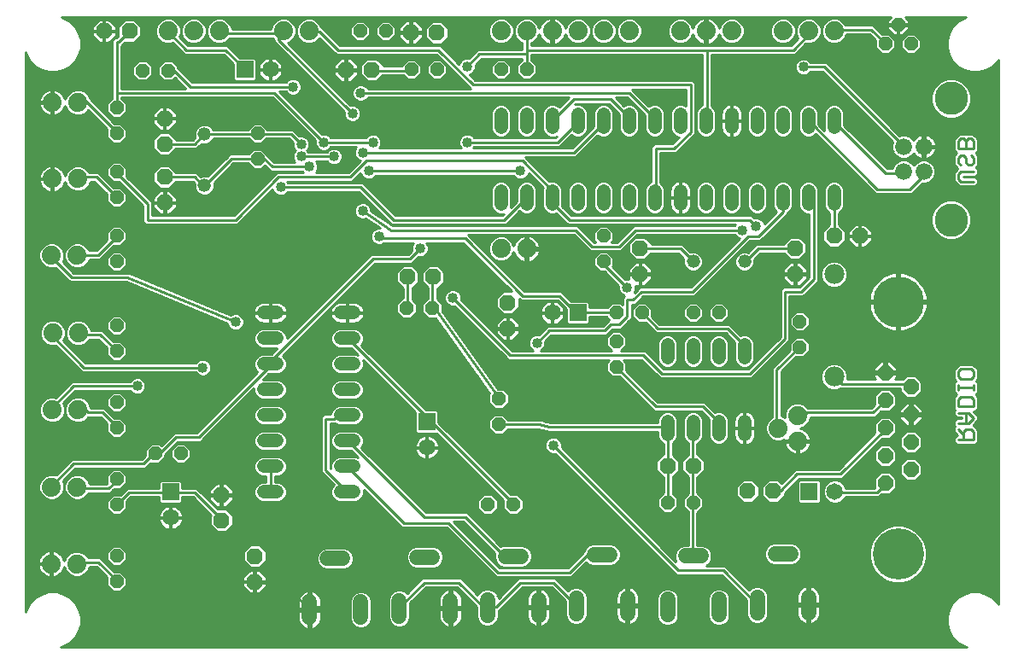
<source format=gbl>
G75*
G70*
%OFA0B0*%
%FSLAX24Y24*%
%IPPOS*%
%LPD*%
%AMOC8*
5,1,8,0,0,1.08239X$1,22.5*
%
%ADD10C,0.0110*%
%ADD11C,0.0520*%
%ADD12C,0.0740*%
%ADD13C,0.0660*%
%ADD14C,0.1300*%
%ADD15R,0.0650X0.0650*%
%ADD16C,0.0650*%
%ADD17C,0.0520*%
%ADD18C,0.0780*%
%ADD19OC8,0.0520*%
%ADD20OC8,0.0630*%
%ADD21OC8,0.0600*%
%ADD22C,0.2000*%
%ADD23C,0.0600*%
%ADD24C,0.0100*%
%ADD25C,0.0400*%
%ADD26R,0.0396X0.0396*%
D10*
X038276Y008819D02*
X038867Y008819D01*
X038867Y009114D01*
X038768Y009213D01*
X038571Y009213D01*
X038473Y009114D01*
X038473Y008819D01*
X038473Y009016D02*
X038276Y009213D01*
X038276Y009464D02*
X038670Y009464D01*
X038867Y009661D01*
X038670Y009857D01*
X038276Y009857D01*
X038276Y010108D02*
X038276Y010404D01*
X038374Y010502D01*
X038768Y010502D01*
X038867Y010404D01*
X038867Y010108D01*
X038276Y010108D01*
X038571Y009857D02*
X038571Y009464D01*
X038276Y010753D02*
X038276Y010950D01*
X038276Y010851D02*
X038867Y010851D01*
X038867Y010753D02*
X038867Y010950D01*
X038768Y011183D02*
X038374Y011183D01*
X038276Y011281D01*
X038276Y011478D01*
X038374Y011576D01*
X038768Y011576D01*
X038867Y011478D01*
X038867Y011281D01*
X038768Y011183D01*
X038867Y018894D02*
X038374Y018894D01*
X038276Y018992D01*
X038276Y019189D01*
X038374Y019287D01*
X038867Y019287D01*
X038768Y019538D02*
X038670Y019538D01*
X038571Y019636D01*
X038571Y019833D01*
X038473Y019932D01*
X038374Y019932D01*
X038276Y019833D01*
X038276Y019636D01*
X038374Y019538D01*
X038768Y019538D02*
X038867Y019636D01*
X038867Y019833D01*
X038768Y019932D01*
X038867Y020183D02*
X038276Y020183D01*
X038276Y020478D01*
X038374Y020576D01*
X038473Y020576D01*
X038571Y020478D01*
X038571Y020183D01*
X038571Y020478D02*
X038670Y020576D01*
X038768Y020576D01*
X038867Y020478D01*
X038867Y020183D01*
D11*
X033421Y021012D02*
X033421Y021532D01*
X032421Y021532D02*
X032421Y021012D01*
X031421Y021012D02*
X031421Y021532D01*
X030421Y021532D02*
X030421Y021012D01*
X029421Y021012D02*
X029421Y021532D01*
X028421Y021532D02*
X028421Y021012D01*
X027421Y021012D02*
X027421Y021532D01*
X026421Y021532D02*
X026421Y021012D01*
X025421Y021012D02*
X025421Y021532D01*
X024421Y021532D02*
X024421Y021012D01*
X023421Y021012D02*
X023421Y021532D01*
X022421Y021532D02*
X022421Y021012D01*
X021421Y021012D02*
X021421Y021532D01*
X020421Y021532D02*
X020421Y021012D01*
X020421Y018532D02*
X020421Y018012D01*
X021421Y018012D02*
X021421Y018532D01*
X022421Y018532D02*
X022421Y018012D01*
X023421Y018012D02*
X023421Y018532D01*
X024421Y018532D02*
X024421Y018012D01*
X025421Y018012D02*
X025421Y018532D01*
X026421Y018532D02*
X026421Y018012D01*
X027421Y018012D02*
X027421Y018532D01*
X028421Y018532D02*
X028421Y018012D01*
X029421Y018012D02*
X029421Y018532D01*
X030421Y018532D02*
X030421Y018012D01*
X031421Y018012D02*
X031421Y018532D01*
X032421Y018532D02*
X032421Y018012D01*
X033421Y018012D02*
X033421Y018532D01*
X029921Y012532D02*
X029921Y012012D01*
X028921Y012012D02*
X028921Y012532D01*
X027921Y012532D02*
X027921Y012012D01*
X026921Y012012D02*
X026921Y012532D01*
X026921Y009532D02*
X026921Y009012D01*
X027921Y009012D02*
X027921Y009532D01*
X028921Y009532D02*
X028921Y009012D01*
X029921Y009012D02*
X029921Y009532D01*
X014681Y009772D02*
X014161Y009772D01*
X014161Y010772D02*
X014681Y010772D01*
X014681Y011772D02*
X014161Y011772D01*
X014161Y012772D02*
X014681Y012772D01*
X014681Y013772D02*
X014161Y013772D01*
X011681Y013772D02*
X011161Y013772D01*
X011161Y012772D02*
X011681Y012772D01*
X011681Y011772D02*
X011161Y011772D01*
X011161Y010772D02*
X011681Y010772D01*
X011681Y009772D02*
X011161Y009772D01*
X011161Y008772D02*
X011681Y008772D01*
X011681Y007772D02*
X011161Y007772D01*
X011161Y006772D02*
X011681Y006772D01*
X014161Y006772D02*
X014681Y006772D01*
X014681Y007772D02*
X014161Y007772D01*
X014161Y008772D02*
X014681Y008772D01*
D12*
X003903Y009987D03*
X002903Y009987D03*
X002885Y006969D03*
X003885Y006969D03*
X003867Y003969D03*
X002867Y003969D03*
X002921Y012987D03*
X003921Y012987D03*
X003885Y016005D03*
X002885Y016005D03*
X002903Y019005D03*
X003903Y019005D03*
X003903Y021987D03*
X002903Y021987D03*
X007421Y024772D03*
X008421Y024772D03*
X009421Y024772D03*
X011921Y024772D03*
X012921Y024772D03*
X020421Y024772D03*
X021421Y024772D03*
X022421Y024772D03*
X023421Y024772D03*
X024421Y024772D03*
X025421Y024772D03*
X027421Y024772D03*
X028421Y024772D03*
X029421Y024772D03*
X031421Y024772D03*
X032421Y024772D03*
X033421Y024772D03*
X021421Y016272D03*
X020421Y016272D03*
X031249Y009257D03*
X031999Y009757D03*
X031999Y008757D03*
D13*
X036141Y019280D03*
X036921Y019280D03*
X036921Y020264D03*
X036141Y020264D03*
D14*
X037991Y022142D03*
X037991Y017402D03*
D15*
X023421Y013772D03*
X017526Y009518D03*
X007527Y006772D03*
X032452Y006788D03*
X010421Y023272D03*
D16*
X011421Y023272D03*
X022421Y013772D03*
X017526Y008518D03*
X007527Y005772D03*
X033452Y006788D03*
D17*
X029921Y015772D03*
X027921Y015772D03*
X008847Y018743D03*
X008847Y020743D03*
D18*
X033421Y015272D03*
X033421Y011272D03*
D19*
X032083Y012436D03*
X032083Y013436D03*
X028921Y013772D03*
X027921Y013772D03*
X025921Y013772D03*
X024921Y013772D03*
X024921Y012666D03*
X024921Y011666D03*
X020331Y010412D03*
X020331Y009412D03*
X019902Y006284D03*
X020902Y006284D03*
X026921Y006357D03*
X027921Y006357D03*
X017741Y013958D03*
X016741Y013958D03*
X024421Y015772D03*
X024421Y016772D03*
X021421Y023272D03*
X020421Y023272D03*
X017921Y023272D03*
X016921Y023272D03*
X015921Y024772D03*
X014921Y024772D03*
X010921Y020772D03*
X010921Y019772D03*
X005421Y019272D03*
X005421Y018272D03*
X005421Y016772D03*
X005421Y015772D03*
X005421Y013272D03*
X005421Y012272D03*
X005421Y010272D03*
X005421Y009272D03*
X006921Y008272D03*
X007921Y008272D03*
X005421Y007272D03*
X005421Y006272D03*
X005421Y004272D03*
X005421Y003272D03*
X005421Y020772D03*
X005421Y021772D03*
X006427Y023232D03*
X007427Y023232D03*
X035421Y024272D03*
X035921Y025022D03*
X036421Y024272D03*
D20*
X034421Y016772D03*
X033421Y016772D03*
X031900Y016289D03*
X031900Y015289D03*
X025852Y015289D03*
X025852Y016289D03*
X020684Y014160D03*
X020684Y013160D03*
X017771Y015172D03*
X016771Y015172D03*
X007291Y018074D03*
X007291Y019074D03*
X007288Y020369D03*
X007288Y021369D03*
X005921Y024772D03*
X004921Y024772D03*
X014377Y023257D03*
X015377Y023257D03*
X016910Y024714D03*
X017910Y024714D03*
X026921Y007795D03*
X027921Y007795D03*
X030043Y006814D03*
X031043Y006814D03*
X010813Y004270D03*
X010813Y003270D03*
X009515Y005660D03*
X009515Y006660D03*
D21*
X035421Y007112D03*
X036421Y007652D03*
X035421Y008192D03*
X036421Y008732D03*
X035421Y009272D03*
X036421Y009812D03*
X035421Y010352D03*
X036421Y010892D03*
X035421Y011432D03*
D22*
X035921Y014202D03*
X035921Y004342D03*
D23*
X032421Y002657D02*
X032421Y002057D01*
X030421Y002057D02*
X030421Y002657D01*
X028921Y002572D02*
X028921Y001972D01*
X026921Y001972D02*
X026921Y002572D01*
X025360Y002626D02*
X025360Y002026D01*
X023360Y002026D02*
X023360Y002626D01*
X021890Y002564D02*
X021890Y001964D01*
X019890Y001964D02*
X019890Y002564D01*
X018452Y002534D02*
X018452Y001934D01*
X016452Y001934D02*
X016452Y002534D01*
X014952Y002472D02*
X014952Y001872D01*
X012952Y001872D02*
X012952Y002472D01*
X013652Y004172D02*
X014252Y004172D01*
X017152Y004234D02*
X017752Y004234D01*
X020590Y004264D02*
X021190Y004264D01*
X024060Y004326D02*
X024660Y004326D01*
X027621Y004272D02*
X028221Y004272D01*
X031121Y004357D02*
X031721Y004357D01*
D24*
X001871Y002103D02*
X001871Y023941D01*
X001896Y023848D01*
X002041Y023597D01*
X002246Y023392D01*
X002496Y023247D01*
X002776Y023172D01*
X003066Y023172D01*
X003346Y023247D01*
X003596Y023392D01*
X003801Y023597D01*
X003946Y023848D01*
X004021Y024127D01*
X004021Y024417D01*
X003946Y024697D01*
X003801Y024948D01*
X003596Y025152D01*
X003346Y025297D01*
X003267Y025318D01*
X035637Y025318D01*
X035511Y025192D01*
X035511Y025052D01*
X035891Y025052D01*
X035891Y024992D01*
X035511Y024992D01*
X035511Y024852D01*
X035751Y024612D01*
X035891Y024612D01*
X035891Y024992D01*
X035951Y024992D01*
X035951Y024612D01*
X036091Y024612D01*
X036331Y024852D01*
X036331Y024992D01*
X035951Y024992D01*
X035951Y025052D01*
X036331Y025052D01*
X036331Y025192D01*
X036205Y025318D01*
X038575Y025318D01*
X038496Y025297D01*
X038246Y025152D01*
X038041Y024948D01*
X037896Y024697D01*
X037821Y024417D01*
X037821Y024127D01*
X037896Y023848D01*
X038041Y023597D01*
X038246Y023392D01*
X038496Y023247D01*
X038776Y023172D01*
X039066Y023172D01*
X039346Y023247D01*
X039596Y023392D01*
X039801Y023597D01*
X039841Y023666D01*
X039841Y002378D01*
X039801Y002448D01*
X039596Y002652D01*
X039346Y002797D01*
X039066Y002872D01*
X038776Y002872D01*
X038496Y002797D01*
X038246Y002652D01*
X038041Y002448D01*
X037896Y002197D01*
X037821Y001917D01*
X037821Y001627D01*
X037896Y001348D01*
X038041Y001097D01*
X038246Y000892D01*
X038496Y000747D01*
X038590Y000722D01*
X003252Y000722D01*
X003346Y000747D01*
X003596Y000892D01*
X003801Y001097D01*
X003946Y001348D01*
X004021Y001627D01*
X004021Y001917D01*
X003946Y002197D01*
X003801Y002448D01*
X003596Y002652D01*
X003346Y002797D01*
X003066Y002872D01*
X002776Y002872D01*
X002496Y002797D01*
X002246Y002652D01*
X002041Y002448D01*
X001896Y002197D01*
X001871Y002103D01*
X001871Y002144D02*
X001882Y002144D01*
X001871Y002243D02*
X001923Y002243D01*
X001871Y002342D02*
X001980Y002342D01*
X002037Y002440D02*
X001871Y002440D01*
X001871Y002539D02*
X002132Y002539D01*
X002231Y002637D02*
X001871Y002637D01*
X001871Y002736D02*
X002390Y002736D01*
X002635Y002834D02*
X001871Y002834D01*
X001871Y002933D02*
X005209Y002933D01*
X005260Y002882D02*
X005031Y003111D01*
X005031Y003434D01*
X005038Y003441D01*
X004627Y003852D01*
X004360Y003852D01*
X004291Y003686D01*
X004151Y003546D01*
X003967Y003469D01*
X003768Y003469D01*
X003584Y003546D01*
X003443Y003686D01*
X003375Y003851D01*
X003374Y003848D01*
X003349Y003770D01*
X003312Y003697D01*
X003264Y003631D01*
X003206Y003573D01*
X003140Y003525D01*
X003067Y003488D01*
X002989Y003462D01*
X002908Y003449D01*
X002897Y003449D01*
X002897Y003939D01*
X002837Y003939D01*
X002837Y003449D01*
X002826Y003449D01*
X002746Y003462D01*
X002668Y003488D01*
X002595Y003525D01*
X002529Y003573D01*
X002471Y003631D01*
X002423Y003697D01*
X002385Y003770D01*
X002360Y003848D01*
X002347Y003929D01*
X002347Y003939D01*
X002837Y003939D01*
X002837Y003999D01*
X002347Y003999D01*
X002347Y004010D01*
X002360Y004091D01*
X002385Y004169D01*
X002423Y004242D01*
X002471Y004308D01*
X002529Y004366D01*
X002595Y004414D01*
X002668Y004451D01*
X002746Y004477D01*
X002826Y004489D01*
X002837Y004489D01*
X002837Y004000D01*
X002897Y004000D01*
X002897Y004489D01*
X002908Y004489D01*
X002989Y004477D01*
X003067Y004451D01*
X003140Y004414D01*
X003206Y004366D01*
X003264Y004308D01*
X003312Y004242D01*
X003349Y004169D01*
X003374Y004091D01*
X003375Y004088D01*
X003443Y004253D01*
X003584Y004393D01*
X003768Y004469D01*
X003967Y004469D01*
X004151Y004393D01*
X004291Y004253D01*
X004308Y004212D01*
X004776Y004212D01*
X004881Y004107D01*
X005326Y003662D01*
X005583Y003662D01*
X005811Y003434D01*
X005811Y003111D01*
X005583Y002882D01*
X005260Y002882D01*
X005110Y003031D02*
X001871Y003031D01*
X001871Y003130D02*
X005031Y003130D01*
X005031Y003228D02*
X001871Y003228D01*
X001871Y003327D02*
X005031Y003327D01*
X005031Y003426D02*
X001871Y003426D01*
X001871Y003524D02*
X002596Y003524D01*
X002479Y003623D02*
X001871Y003623D01*
X001871Y003721D02*
X002410Y003721D01*
X002369Y003820D02*
X001871Y003820D01*
X001871Y003918D02*
X002349Y003918D01*
X002348Y004017D02*
X001871Y004017D01*
X001871Y004115D02*
X002368Y004115D01*
X002408Y004214D02*
X001871Y004214D01*
X001871Y004312D02*
X002475Y004312D01*
X002590Y004411D02*
X001871Y004411D01*
X001871Y004509D02*
X005107Y004509D01*
X005031Y004434D02*
X005260Y004662D01*
X005583Y004662D01*
X005811Y004434D01*
X005811Y004111D01*
X005583Y003882D01*
X005260Y003882D01*
X005031Y004111D01*
X005031Y004434D01*
X005031Y004411D02*
X004108Y004411D01*
X004231Y004312D02*
X005031Y004312D01*
X005031Y004214D02*
X004307Y004214D01*
X004701Y004032D02*
X003901Y004032D01*
X003867Y003969D01*
X003503Y004312D02*
X003260Y004312D01*
X003326Y004214D02*
X003427Y004214D01*
X003387Y004115D02*
X003367Y004115D01*
X003365Y003820D02*
X003388Y003820D01*
X003429Y003721D02*
X003324Y003721D01*
X003256Y003623D02*
X003507Y003623D01*
X003636Y003524D02*
X003139Y003524D01*
X002897Y003524D02*
X002837Y003524D01*
X002837Y003623D02*
X002897Y003623D01*
X002897Y003721D02*
X002837Y003721D01*
X002837Y003820D02*
X002897Y003820D01*
X002897Y003918D02*
X002837Y003918D01*
X002837Y004017D02*
X002897Y004017D01*
X002897Y004115D02*
X002837Y004115D01*
X002837Y004214D02*
X002897Y004214D01*
X002897Y004312D02*
X002837Y004312D01*
X002837Y004411D02*
X002897Y004411D01*
X003144Y004411D02*
X003627Y004411D01*
X004346Y003820D02*
X004659Y003820D01*
X004758Y003721D02*
X004306Y003721D01*
X004228Y003623D02*
X004856Y003623D01*
X004955Y003524D02*
X004099Y003524D01*
X004701Y004032D02*
X005421Y003312D01*
X005421Y003272D01*
X005721Y003524D02*
X010410Y003524D01*
X010348Y003462D02*
X010348Y003300D01*
X010783Y003300D01*
X010783Y003240D01*
X010348Y003240D01*
X010348Y003077D01*
X010621Y002805D01*
X010783Y002805D01*
X010783Y003240D01*
X010843Y003240D01*
X010843Y002805D01*
X011006Y002805D01*
X011278Y003077D01*
X011278Y003240D01*
X010844Y003240D01*
X010844Y003300D01*
X011278Y003300D01*
X011278Y003462D01*
X011006Y003735D01*
X010843Y003735D01*
X010843Y003300D01*
X010783Y003300D01*
X010783Y003735D01*
X010621Y003735D01*
X010348Y003462D01*
X010348Y003426D02*
X005811Y003426D01*
X005811Y003327D02*
X010348Y003327D01*
X010348Y003228D02*
X005811Y003228D01*
X005811Y003130D02*
X010348Y003130D01*
X010394Y003031D02*
X005732Y003031D01*
X005633Y002933D02*
X010493Y002933D01*
X010591Y002834D02*
X003207Y002834D01*
X003452Y002736D02*
X012587Y002736D01*
X012567Y002708D02*
X012535Y002645D01*
X012513Y002578D01*
X012502Y002508D01*
X012502Y002222D01*
X012902Y002222D01*
X012902Y002920D01*
X012846Y002911D01*
X012779Y002889D01*
X012716Y002857D01*
X012659Y002815D01*
X012609Y002765D01*
X012567Y002708D01*
X012532Y002637D02*
X003612Y002637D01*
X003710Y002539D02*
X012507Y002539D01*
X012502Y002440D02*
X003806Y002440D01*
X003863Y002342D02*
X012502Y002342D01*
X012502Y002243D02*
X003919Y002243D01*
X003960Y002144D02*
X012902Y002144D01*
X012902Y002122D02*
X012502Y002122D01*
X012502Y001837D01*
X012513Y001767D01*
X012535Y001699D01*
X012567Y001636D01*
X012609Y001579D01*
X012659Y001529D01*
X012716Y001487D01*
X012779Y001455D01*
X012846Y001433D01*
X012902Y001424D01*
X012902Y002122D01*
X013002Y002122D01*
X013002Y002222D01*
X013402Y002222D01*
X013402Y002508D01*
X013391Y002578D01*
X013369Y002645D01*
X013337Y002708D01*
X013295Y002765D01*
X013245Y002815D01*
X013188Y002857D01*
X013125Y002889D01*
X013057Y002911D01*
X013002Y002920D01*
X013002Y002222D01*
X012902Y002222D01*
X012902Y002122D01*
X012952Y002172D02*
X012861Y002272D01*
X013421Y002272D01*
X015981Y004832D01*
X017101Y004832D01*
X017421Y005152D01*
X017066Y004664D02*
X016908Y004598D01*
X016787Y004477D01*
X016722Y004319D01*
X016722Y004148D01*
X016787Y003990D01*
X016908Y003869D01*
X017066Y003804D01*
X017837Y003804D01*
X017995Y003869D01*
X018116Y003990D01*
X018182Y004148D01*
X018182Y004319D01*
X018116Y004477D01*
X017995Y004598D01*
X017837Y004664D01*
X017066Y004664D01*
X016932Y004608D02*
X011105Y004608D01*
X011203Y004509D02*
X013381Y004509D01*
X013408Y004537D02*
X013287Y004416D01*
X013222Y004258D01*
X013222Y004087D01*
X013287Y003929D01*
X013408Y003808D01*
X013566Y003742D01*
X014337Y003742D01*
X014495Y003808D01*
X014616Y003929D01*
X014682Y004087D01*
X014682Y004258D01*
X014616Y004416D01*
X014495Y004537D01*
X014337Y004602D01*
X013566Y004602D01*
X013408Y004537D01*
X013285Y004411D02*
X011258Y004411D01*
X011258Y004454D02*
X010998Y004715D01*
X010629Y004715D01*
X010368Y004454D01*
X010368Y004086D01*
X010629Y003825D01*
X010998Y003825D01*
X011258Y004086D01*
X011258Y004454D01*
X011258Y004312D02*
X013244Y004312D01*
X013222Y004214D02*
X011258Y004214D01*
X011258Y004115D02*
X013222Y004115D01*
X013251Y004017D02*
X011190Y004017D01*
X011091Y003918D02*
X013298Y003918D01*
X013396Y003820D02*
X005168Y003820D01*
X005223Y003918D02*
X005069Y003918D01*
X005125Y004017D02*
X004971Y004017D01*
X005031Y004115D02*
X004872Y004115D01*
X005267Y003721D02*
X010607Y003721D01*
X010509Y003623D02*
X005622Y003623D01*
X005619Y003918D02*
X010536Y003918D01*
X010437Y004017D02*
X005717Y004017D01*
X005811Y004115D02*
X010368Y004115D01*
X010368Y004214D02*
X005811Y004214D01*
X005811Y004312D02*
X010368Y004312D01*
X010368Y004411D02*
X005811Y004411D01*
X005735Y004509D02*
X010424Y004509D01*
X010522Y004608D02*
X005637Y004608D01*
X005206Y004608D02*
X001871Y004608D01*
X001871Y004707D02*
X010621Y004707D01*
X011006Y004707D02*
X018972Y004707D01*
X018874Y004805D02*
X001871Y004805D01*
X001871Y004904D02*
X018775Y004904D01*
X018676Y005002D02*
X001871Y005002D01*
X001871Y005101D02*
X018578Y005101D01*
X018479Y005199D02*
X001871Y005199D01*
X001871Y005298D02*
X007486Y005298D01*
X007490Y005297D02*
X007416Y005309D01*
X007345Y005332D01*
X007278Y005366D01*
X007218Y005410D01*
X007165Y005463D01*
X007121Y005523D01*
X007087Y005590D01*
X007064Y005661D01*
X007052Y005735D01*
X007052Y005753D01*
X007508Y005753D01*
X007508Y005791D01*
X007052Y005791D01*
X007052Y005809D01*
X007064Y005883D01*
X007087Y005954D01*
X007121Y006021D01*
X007165Y006082D01*
X007218Y006134D01*
X007278Y006178D01*
X007345Y006212D01*
X007416Y006235D01*
X007490Y006247D01*
X007508Y006247D01*
X007508Y005791D01*
X001871Y005791D01*
X001871Y005889D02*
X005253Y005889D01*
X005260Y005882D02*
X005583Y005882D01*
X005811Y006111D01*
X005811Y006408D01*
X005976Y006572D01*
X007072Y006572D01*
X007072Y006393D01*
X007149Y006317D01*
X007906Y006317D01*
X007982Y006393D01*
X007982Y006572D01*
X008387Y006572D01*
X009092Y005866D01*
X009070Y005844D01*
X009070Y005476D01*
X009331Y005215D01*
X009699Y005215D01*
X009960Y005476D01*
X009960Y005844D01*
X009699Y006105D01*
X009363Y006105D01*
X008641Y006827D01*
X008536Y006932D01*
X007982Y006932D01*
X007982Y007151D01*
X007906Y007227D01*
X007149Y007227D01*
X007072Y007151D01*
X007072Y006932D01*
X005827Y006932D01*
X005721Y006827D01*
X005557Y006662D01*
X005260Y006662D01*
X005031Y006434D01*
X005031Y006111D01*
X005260Y005882D01*
X005154Y005988D02*
X001871Y005988D01*
X001871Y006086D02*
X005056Y006086D01*
X005031Y006185D02*
X001871Y006185D01*
X001871Y006283D02*
X005031Y006283D01*
X005031Y006382D02*
X001871Y006382D01*
X001871Y006480D02*
X002760Y006480D01*
X002786Y006469D02*
X002985Y006469D01*
X003168Y006546D01*
X003309Y006686D01*
X003385Y006870D01*
X003385Y007069D01*
X003329Y007205D01*
X003816Y007692D01*
X006536Y007692D01*
X006641Y007798D01*
X006743Y007899D01*
X006760Y007882D01*
X007083Y007882D01*
X007311Y008111D01*
X007311Y008228D01*
X007816Y008732D01*
X008696Y008732D01*
X008801Y008838D01*
X010771Y010808D01*
X010771Y010695D01*
X010830Y010551D01*
X010940Y010441D01*
X011084Y010382D01*
X011759Y010382D01*
X011902Y010441D01*
X012012Y010551D01*
X012071Y010695D01*
X012071Y010850D01*
X012012Y010993D01*
X011902Y011103D01*
X011759Y011162D01*
X011126Y011162D01*
X011346Y011382D01*
X011759Y011382D01*
X011902Y011441D01*
X012012Y011551D01*
X012071Y011695D01*
X012071Y011850D01*
X012012Y011993D01*
X011904Y012101D01*
X015496Y015692D01*
X016936Y015692D01*
X017041Y015798D01*
X017189Y015945D01*
X017195Y015942D01*
X017327Y015942D01*
X017448Y015992D01*
X017541Y016085D01*
X017591Y016206D01*
X017591Y016338D01*
X017541Y016459D01*
X017508Y016492D01*
X018947Y016492D01*
X020834Y014605D01*
X020500Y014605D01*
X020239Y014344D01*
X020239Y013976D01*
X020500Y013715D01*
X020868Y013715D01*
X021129Y013976D01*
X021129Y014310D01*
X021187Y014252D01*
X022627Y014252D01*
X022966Y013913D01*
X022966Y013393D01*
X023042Y013317D01*
X023800Y013317D01*
X023876Y013393D01*
X023876Y013612D01*
X024531Y013612D01*
X024531Y013611D01*
X024650Y013492D01*
X024627Y013492D01*
X024387Y013252D01*
X022227Y013252D01*
X022121Y013147D01*
X021894Y012919D01*
X021887Y012922D01*
X021755Y012922D01*
X021634Y012872D01*
X021541Y012779D01*
X021491Y012658D01*
X021491Y012526D01*
X021541Y012405D01*
X021634Y012312D01*
X021683Y012292D01*
X020856Y012292D01*
X018868Y014280D01*
X018871Y014286D01*
X018871Y014418D01*
X018821Y014539D01*
X018728Y014632D01*
X018607Y014682D01*
X018475Y014682D01*
X018354Y014632D01*
X018261Y014539D01*
X018211Y014418D01*
X018211Y014286D01*
X018261Y014165D01*
X018354Y014072D01*
X018475Y014022D01*
X018607Y014022D01*
X018614Y014025D01*
X020601Y012038D01*
X020707Y011932D01*
X024636Y011932D01*
X024531Y011827D01*
X024531Y011504D01*
X024760Y011276D01*
X025043Y011276D01*
X026281Y010038D01*
X026281Y010038D01*
X026387Y009932D01*
X028227Y009932D01*
X028536Y009622D01*
X028531Y009610D01*
X028531Y008935D01*
X028590Y008791D01*
X028700Y008681D01*
X028844Y008622D01*
X028999Y008622D01*
X029142Y008681D01*
X029252Y008791D01*
X029311Y008935D01*
X029311Y009610D01*
X029252Y009753D01*
X029142Y009863D01*
X028999Y009922D01*
X028844Y009922D01*
X028774Y009893D01*
X028376Y010292D01*
X028227Y010292D01*
X026536Y010292D01*
X025311Y011517D01*
X025311Y011827D01*
X025206Y011932D01*
X025907Y011932D01*
X026521Y011318D01*
X026627Y011212D01*
X030067Y011212D01*
X030216Y011212D01*
X031576Y012572D01*
X031681Y012678D01*
X031681Y014412D01*
X032067Y014412D01*
X032216Y014412D01*
X032696Y014892D01*
X032801Y014998D01*
X032801Y017910D01*
X032811Y017935D01*
X032811Y018610D01*
X032752Y018753D01*
X032642Y018863D01*
X032499Y018922D01*
X032344Y018922D01*
X032200Y018863D01*
X032090Y018753D01*
X032031Y018610D01*
X032031Y017935D01*
X032090Y017791D01*
X032200Y017681D01*
X032344Y017622D01*
X032441Y017622D01*
X032441Y015147D01*
X032067Y014772D01*
X031427Y014772D01*
X031321Y014667D01*
X031321Y014518D01*
X031321Y012827D01*
X030067Y011572D01*
X026776Y011572D01*
X026056Y012292D01*
X025907Y012292D01*
X025099Y012292D01*
X025311Y012504D01*
X025311Y012827D01*
X025083Y013056D01*
X024760Y013056D01*
X024531Y012827D01*
X024531Y012504D01*
X024743Y012292D01*
X021959Y012292D01*
X022008Y012312D01*
X022101Y012405D01*
X022151Y012526D01*
X022151Y012658D01*
X022148Y012665D01*
X022376Y012892D01*
X024387Y012892D01*
X024536Y012892D01*
X024776Y013132D01*
X024947Y013132D01*
X025096Y013132D01*
X025416Y013452D01*
X025521Y013558D01*
X025521Y014092D01*
X025656Y014092D01*
X025976Y014412D01*
X027827Y014412D01*
X027976Y014412D01*
X030136Y016572D01*
X030387Y016572D01*
X030536Y016572D01*
X031496Y017532D01*
X031601Y017638D01*
X031601Y017665D01*
X031642Y017681D01*
X031752Y017791D01*
X031811Y017935D01*
X031811Y018610D01*
X031752Y018753D01*
X031642Y018863D01*
X031499Y018922D01*
X031344Y018922D01*
X031200Y018863D01*
X031090Y018753D01*
X031031Y018610D01*
X031031Y017935D01*
X031090Y017791D01*
X031168Y017714D01*
X030700Y017245D01*
X030661Y017339D01*
X030568Y017432D01*
X030447Y017482D01*
X030315Y017482D01*
X030309Y017479D01*
X030216Y017572D01*
X023176Y017572D01*
X022811Y017937D01*
X022811Y018610D01*
X022752Y018753D01*
X022642Y018863D01*
X022499Y018922D01*
X022344Y018922D01*
X022317Y018911D01*
X021376Y019852D01*
X023187Y019852D01*
X023336Y019852D01*
X024183Y020699D01*
X024200Y020681D01*
X024344Y020622D01*
X024499Y020622D01*
X024642Y020681D01*
X024752Y020791D01*
X024811Y020935D01*
X024811Y021610D01*
X024752Y021753D01*
X024642Y021863D01*
X024499Y021922D01*
X024344Y021922D01*
X024200Y021863D01*
X024090Y021753D01*
X024031Y021610D01*
X024031Y021057D01*
X023187Y020212D01*
X019348Y020212D01*
X019381Y020245D01*
X019384Y020252D01*
X022696Y020252D01*
X022801Y020358D01*
X023163Y020719D01*
X023200Y020681D01*
X023344Y020622D01*
X023499Y020622D01*
X023642Y020681D01*
X023752Y020791D01*
X023811Y020935D01*
X023811Y021610D01*
X023752Y021753D01*
X023642Y021863D01*
X023499Y021922D01*
X023344Y021922D01*
X023313Y021909D01*
X023336Y021932D01*
X024627Y021932D01*
X025031Y021528D01*
X025031Y020935D01*
X025090Y020791D01*
X025200Y020681D01*
X025344Y020622D01*
X025499Y020622D01*
X025642Y020681D01*
X025752Y020791D01*
X025811Y020935D01*
X025811Y021610D01*
X025752Y021753D01*
X025642Y021863D01*
X025499Y021922D01*
X025344Y021922D01*
X025204Y021864D01*
X024896Y022172D01*
X025347Y022172D01*
X026031Y021488D01*
X026031Y020935D01*
X026090Y020791D01*
X026200Y020681D01*
X026344Y020622D01*
X026499Y020622D01*
X026642Y020681D01*
X026752Y020791D01*
X026811Y020935D01*
X026811Y021610D01*
X026752Y021753D01*
X026642Y021863D01*
X026499Y021922D01*
X026344Y021922D01*
X026200Y021863D01*
X026183Y021845D01*
X025536Y022492D01*
X027641Y022492D01*
X027641Y021863D01*
X027499Y021922D01*
X027344Y021922D01*
X027200Y021863D01*
X027090Y021753D01*
X027031Y021610D01*
X027031Y020935D01*
X027090Y020791D01*
X027200Y020681D01*
X027344Y020622D01*
X027357Y020622D01*
X027107Y020372D01*
X026387Y020372D01*
X026281Y020267D01*
X026281Y020118D01*
X026281Y018896D01*
X026200Y018863D01*
X026090Y018753D01*
X026031Y018610D01*
X026031Y017935D01*
X026090Y017791D01*
X026200Y017681D01*
X026344Y017622D01*
X026499Y017622D01*
X026642Y017681D01*
X026752Y017791D01*
X026811Y017935D01*
X026811Y018610D01*
X026752Y018753D01*
X026642Y018863D01*
X026641Y018863D01*
X026641Y020012D01*
X027256Y020012D01*
X027361Y020118D01*
X027896Y020652D01*
X028001Y020758D01*
X028001Y022598D01*
X028001Y022747D01*
X027896Y022852D01*
X019416Y022852D01*
X019194Y023074D01*
X019288Y023112D01*
X019381Y023205D01*
X019431Y023326D01*
X019431Y023458D01*
X019428Y023465D01*
X019656Y023692D01*
X021241Y023692D01*
X021241Y023644D01*
X021031Y023434D01*
X021031Y023111D01*
X021260Y022882D01*
X021583Y022882D01*
X021811Y023111D01*
X021811Y023434D01*
X021601Y023644D01*
X021601Y023798D01*
X021601Y023852D01*
X028281Y023852D01*
X028281Y021896D01*
X028200Y021863D01*
X028090Y021753D01*
X028031Y021610D01*
X028031Y020935D01*
X028090Y020791D01*
X028200Y020681D01*
X028344Y020622D01*
X028499Y020622D01*
X028642Y020681D01*
X028752Y020791D01*
X028811Y020935D01*
X028811Y021610D01*
X028752Y021753D01*
X028642Y021863D01*
X028641Y021863D01*
X028641Y023852D01*
X031747Y023852D01*
X031896Y023852D01*
X032317Y024274D01*
X032322Y024272D01*
X032521Y024272D01*
X032704Y024348D01*
X032845Y024489D01*
X032921Y024673D01*
X032997Y024489D01*
X033138Y024348D01*
X033322Y024272D01*
X033521Y024272D01*
X033704Y024348D01*
X033845Y024489D01*
X033913Y024652D01*
X034787Y024652D01*
X035031Y024408D01*
X035031Y024111D01*
X035260Y023882D01*
X035583Y023882D01*
X035811Y024111D01*
X035811Y024434D01*
X035583Y024662D01*
X035286Y024662D01*
X035041Y024907D01*
X034936Y025012D01*
X033863Y025012D01*
X033845Y025055D01*
X033704Y025196D01*
X033521Y025272D01*
X033322Y025272D01*
X033138Y025196D01*
X032997Y025055D01*
X032921Y024872D01*
X032921Y024673D01*
X032921Y024872D01*
X032845Y025055D01*
X032704Y025196D01*
X032521Y025272D01*
X032322Y025272D01*
X032138Y025196D01*
X031997Y025055D01*
X031921Y024872D01*
X031845Y025055D01*
X031704Y025196D01*
X031521Y025272D01*
X031322Y025272D01*
X031138Y025196D01*
X030997Y025055D01*
X030921Y024872D01*
X030921Y024673D01*
X030997Y024489D01*
X031138Y024348D01*
X031322Y024272D01*
X031521Y024272D01*
X031704Y024348D01*
X031845Y024489D01*
X031921Y024673D01*
X031921Y024872D01*
X031921Y024673D01*
X031997Y024489D01*
X032010Y024476D01*
X031747Y024212D01*
X028536Y024212D01*
X021601Y024212D01*
X021601Y024305D01*
X021704Y024348D01*
X021845Y024489D01*
X021913Y024654D01*
X021914Y024650D01*
X021939Y024572D01*
X021976Y024500D01*
X022024Y024433D01*
X022082Y024375D01*
X022149Y024327D01*
X022221Y024290D01*
X022299Y024265D01*
X022371Y024254D01*
X022371Y024722D01*
X022471Y024722D01*
X022471Y024254D01*
X022543Y024265D01*
X022621Y024290D01*
X022694Y024327D01*
X022760Y024375D01*
X022818Y024433D01*
X022866Y024500D01*
X022903Y024572D01*
X022928Y024650D01*
X022929Y024654D01*
X022997Y024489D01*
X023138Y024348D01*
X023322Y024272D01*
X023521Y024272D01*
X023704Y024348D01*
X023845Y024489D01*
X023921Y024673D01*
X023997Y024489D01*
X024138Y024348D01*
X024322Y024272D01*
X024521Y024272D01*
X024704Y024348D01*
X024845Y024489D01*
X024921Y024673D01*
X024921Y024872D01*
X024845Y025055D01*
X024704Y025196D01*
X024521Y025272D01*
X024322Y025272D01*
X024138Y025196D01*
X023997Y025055D01*
X023921Y024872D01*
X023921Y024673D01*
X023921Y024872D01*
X023845Y025055D01*
X023704Y025196D01*
X023521Y025272D01*
X023322Y025272D01*
X023138Y025196D01*
X022997Y025055D01*
X022929Y024890D01*
X022928Y024894D01*
X022903Y024972D01*
X022866Y025045D01*
X022818Y025111D01*
X022760Y025169D01*
X022694Y025217D01*
X022621Y025254D01*
X022543Y025279D01*
X022471Y025291D01*
X022471Y024822D01*
X022371Y024822D01*
X022371Y025291D01*
X022299Y025279D01*
X022221Y025254D01*
X022149Y025217D01*
X022082Y025169D01*
X022024Y025111D01*
X021976Y025045D01*
X021939Y024972D01*
X021914Y024894D01*
X021913Y024890D01*
X021845Y025055D01*
X021704Y025196D01*
X021521Y025272D01*
X021322Y025272D01*
X021138Y025196D01*
X020997Y025055D01*
X020921Y024872D01*
X020845Y025055D01*
X020704Y025196D01*
X020521Y025272D01*
X020322Y025272D01*
X020138Y025196D01*
X019997Y025055D01*
X019921Y024872D01*
X019921Y024673D01*
X019997Y024489D01*
X020138Y024348D01*
X020322Y024272D01*
X020521Y024272D01*
X020704Y024348D01*
X020845Y024489D01*
X020921Y024673D01*
X020921Y024872D01*
X020921Y024673D01*
X020997Y024489D01*
X021138Y024348D01*
X021241Y024305D01*
X021241Y024107D01*
X021241Y024052D01*
X019507Y024052D01*
X019401Y023947D01*
X019401Y023947D01*
X019174Y023719D01*
X019167Y023722D01*
X019035Y023722D01*
X018914Y023672D01*
X018821Y023579D01*
X018782Y023485D01*
X018161Y024107D01*
X018056Y024212D01*
X014136Y024212D01*
X013521Y024827D01*
X013416Y024932D01*
X013396Y024932D01*
X013345Y025055D01*
X013204Y025196D01*
X013021Y025272D01*
X012822Y025272D01*
X012638Y025196D01*
X012497Y025055D01*
X012421Y024872D01*
X012345Y025055D01*
X012204Y025196D01*
X012021Y025272D01*
X011822Y025272D01*
X011638Y025196D01*
X011497Y025055D01*
X011421Y024872D01*
X011421Y024852D01*
X009921Y024852D01*
X009921Y024872D01*
X009845Y025055D01*
X009704Y025196D01*
X009521Y025272D01*
X009322Y025272D01*
X009138Y025196D01*
X008997Y025055D01*
X008921Y024872D01*
X008845Y025055D01*
X008704Y025196D01*
X008521Y025272D01*
X008322Y025272D01*
X008138Y025196D01*
X007997Y025055D01*
X007921Y024872D01*
X007845Y025055D01*
X007704Y025196D01*
X007521Y025272D01*
X007322Y025272D01*
X007138Y025196D01*
X006997Y025055D01*
X006921Y024872D01*
X006921Y024673D01*
X006997Y024489D01*
X007138Y024348D01*
X007322Y024272D01*
X007521Y024272D01*
X007610Y024309D01*
X008067Y023852D01*
X008216Y023852D01*
X009587Y023852D01*
X009966Y023473D01*
X009966Y022893D01*
X010042Y022817D01*
X010800Y022817D01*
X010876Y022893D01*
X010876Y023651D01*
X010800Y023727D01*
X010221Y023727D01*
X009736Y024212D01*
X009587Y024212D01*
X008216Y024212D01*
X007872Y024555D01*
X007921Y024673D01*
X007921Y024872D01*
X007921Y024673D01*
X007997Y024489D01*
X008138Y024348D01*
X008322Y024272D01*
X008521Y024272D01*
X008704Y024348D01*
X008845Y024489D01*
X008921Y024673D01*
X008921Y024872D01*
X008921Y024673D01*
X008997Y024489D01*
X009138Y024348D01*
X009322Y024272D01*
X009521Y024272D01*
X009704Y024348D01*
X009845Y024489D01*
X009846Y024492D01*
X011496Y024492D01*
X011497Y024489D01*
X011561Y024425D01*
X011561Y024358D01*
X011667Y024252D01*
X014294Y021625D01*
X014291Y021618D01*
X014291Y021486D01*
X014341Y021365D01*
X014434Y021272D01*
X014555Y021222D01*
X014687Y021222D01*
X014808Y021272D01*
X014901Y021365D01*
X014951Y021486D01*
X014951Y021618D01*
X014901Y021739D01*
X014808Y021832D01*
X014687Y021882D01*
X014555Y021882D01*
X014549Y021879D01*
X012116Y024312D01*
X012204Y024348D01*
X012345Y024489D01*
X012421Y024673D01*
X012421Y024872D01*
X012421Y024673D01*
X012497Y024489D01*
X012638Y024348D01*
X012822Y024272D01*
X013021Y024272D01*
X013204Y024348D01*
X013345Y024489D01*
X013346Y024492D01*
X013987Y023852D01*
X014136Y023852D01*
X017907Y023852D01*
X019227Y022532D01*
X015224Y022532D01*
X015221Y022539D01*
X015128Y022632D01*
X015007Y022682D01*
X014875Y022682D01*
X014754Y022632D01*
X014661Y022539D01*
X014611Y022418D01*
X014611Y022286D01*
X014661Y022165D01*
X014754Y022072D01*
X014875Y022022D01*
X015007Y022022D01*
X015128Y022072D01*
X015221Y022165D01*
X015224Y022172D01*
X023067Y022172D01*
X022700Y021805D01*
X022642Y021863D01*
X022499Y021922D01*
X022344Y021922D01*
X022200Y021863D01*
X022090Y021753D01*
X022031Y021610D01*
X022031Y020935D01*
X022090Y020791D01*
X022200Y020681D01*
X022344Y020622D01*
X022499Y020622D01*
X022598Y020663D01*
X022547Y020612D01*
X019384Y020612D01*
X019381Y020619D01*
X019288Y020712D01*
X019167Y020762D01*
X019035Y020762D01*
X018914Y020712D01*
X018821Y020619D01*
X018771Y020498D01*
X018771Y020366D01*
X018821Y020245D01*
X018854Y020212D01*
X015668Y020212D01*
X015701Y020245D01*
X015751Y020366D01*
X015751Y020498D01*
X015701Y020619D01*
X015608Y020712D01*
X015487Y020762D01*
X015355Y020762D01*
X015234Y020712D01*
X015141Y020619D01*
X015139Y020612D01*
X013784Y020612D01*
X013781Y020619D01*
X013688Y020712D01*
X013567Y020762D01*
X013435Y020762D01*
X013429Y020759D01*
X011776Y022412D01*
X012018Y022412D01*
X012021Y022405D01*
X012114Y022312D01*
X012235Y022262D01*
X012367Y022262D01*
X012488Y022312D01*
X012581Y022405D01*
X012631Y022526D01*
X012631Y022658D01*
X012581Y022779D01*
X012488Y022872D01*
X012367Y022922D01*
X012235Y022922D01*
X012114Y022872D01*
X012021Y022779D01*
X012018Y022772D01*
X008376Y022772D01*
X007841Y023307D01*
X007817Y023330D01*
X007817Y023394D01*
X007589Y023622D01*
X007266Y023622D01*
X007037Y023394D01*
X007037Y023071D01*
X007266Y022842D01*
X007589Y022842D01*
X007693Y022946D01*
X008107Y022532D01*
X005601Y022532D01*
X005601Y024198D01*
X005734Y024330D01*
X005737Y024327D01*
X006105Y024327D01*
X006366Y024588D01*
X006366Y024956D01*
X006105Y025217D01*
X005737Y025217D01*
X005476Y024956D01*
X005476Y024588D01*
X005479Y024585D01*
X005427Y024532D01*
X005347Y024532D01*
X005241Y024427D01*
X005241Y024278D01*
X005241Y022427D01*
X005241Y022278D01*
X005241Y022144D01*
X005031Y021934D01*
X005031Y021611D01*
X005260Y021382D01*
X005583Y021382D01*
X005811Y021611D01*
X005811Y021934D01*
X005601Y022144D01*
X005601Y022172D01*
X011507Y022172D01*
X013174Y020505D01*
X013171Y020498D01*
X013171Y020366D01*
X013221Y020245D01*
X013314Y020152D01*
X013435Y020102D01*
X013567Y020102D01*
X013688Y020152D01*
X013781Y020245D01*
X013784Y020252D01*
X014774Y020252D01*
X014741Y020219D01*
X014691Y020098D01*
X014691Y019966D01*
X014741Y019845D01*
X014834Y019752D01*
X014928Y019714D01*
X014467Y019252D01*
X013188Y019252D01*
X013221Y019285D01*
X013271Y019406D01*
X013271Y019538D01*
X013221Y019659D01*
X013188Y019692D01*
X013619Y019692D01*
X013621Y019685D01*
X013195Y019685D01*
X013251Y019587D02*
X013728Y019587D01*
X013714Y019592D02*
X013835Y019542D01*
X013967Y019542D01*
X014088Y019592D01*
X014181Y019685D01*
X014900Y019685D01*
X014803Y019784D02*
X014222Y019784D01*
X014231Y019806D02*
X014231Y019938D01*
X014181Y020059D01*
X014088Y020152D01*
X013967Y020202D01*
X013835Y020202D01*
X013714Y020152D01*
X013621Y020059D01*
X013619Y020052D01*
X012904Y020052D01*
X012901Y020059D01*
X012848Y020112D01*
X012901Y020165D01*
X012951Y020286D01*
X012951Y020418D01*
X012901Y020539D01*
X012808Y020632D01*
X012687Y020682D01*
X012555Y020682D01*
X012549Y020679D01*
X012401Y020827D01*
X012296Y020932D01*
X011311Y020932D01*
X011311Y020934D01*
X011083Y021162D01*
X010760Y021162D01*
X010531Y020934D01*
X010531Y020932D01*
X009191Y020932D01*
X009178Y020964D01*
X009068Y021073D01*
X008925Y021133D01*
X008770Y021133D01*
X008627Y021073D01*
X008517Y020964D01*
X008457Y020820D01*
X008457Y020665D01*
X008476Y020621D01*
X008387Y020532D01*
X007733Y020532D01*
X007733Y020553D01*
X007472Y020814D01*
X007104Y020814D01*
X006843Y020553D01*
X006843Y020185D01*
X007104Y019924D01*
X007472Y019924D01*
X007720Y020172D01*
X008536Y020172D01*
X008641Y020278D01*
X008732Y020369D01*
X008770Y020353D01*
X008925Y020353D01*
X009068Y020412D01*
X009178Y020522D01*
X009199Y020572D01*
X010570Y020572D01*
X010760Y020382D01*
X011083Y020382D01*
X011273Y020572D01*
X012147Y020572D01*
X011272Y020572D01*
X011174Y020474D02*
X012245Y020474D01*
X012294Y020425D02*
X012291Y020418D01*
X012291Y020286D01*
X012341Y020165D01*
X012394Y020112D01*
X012341Y020059D01*
X012291Y019938D01*
X012291Y019806D01*
X012341Y019685D01*
X011543Y019685D01*
X011576Y019652D02*
X011361Y019867D01*
X011311Y019917D01*
X011311Y019934D01*
X011083Y020162D01*
X010760Y020162D01*
X010570Y019972D01*
X009827Y019972D01*
X009721Y019867D01*
X008969Y019114D01*
X008925Y019133D01*
X008770Y019133D01*
X008689Y019099D01*
X008641Y019147D01*
X008536Y019252D01*
X007736Y019252D01*
X007736Y019258D01*
X007476Y019519D01*
X007107Y019519D01*
X006846Y019258D01*
X006846Y018889D01*
X007107Y018629D01*
X007476Y018629D01*
X007736Y018889D01*
X007736Y018892D01*
X008387Y018892D01*
X008458Y018821D01*
X008457Y018820D01*
X008457Y018665D01*
X008517Y018522D01*
X008627Y018412D01*
X008770Y018353D01*
X008925Y018353D01*
X009068Y018412D01*
X009178Y018522D01*
X009237Y018665D01*
X009237Y018820D01*
X009222Y018858D01*
X009976Y019612D01*
X010531Y019612D01*
X010531Y019611D01*
X010760Y019382D01*
X011083Y019382D01*
X011210Y019509D01*
X011427Y019292D01*
X011576Y019292D01*
X012658Y019292D01*
X012661Y019285D01*
X012694Y019252D01*
X011667Y019252D01*
X011561Y019147D01*
X009987Y017572D01*
X006801Y017572D01*
X006801Y018107D01*
X006696Y018212D01*
X005804Y019104D01*
X005811Y019111D01*
X005811Y019434D01*
X005583Y019662D01*
X005260Y019662D01*
X005031Y019434D01*
X005031Y019111D01*
X005260Y018882D01*
X005517Y018882D01*
X006441Y017958D01*
X006441Y017467D01*
X006441Y017318D01*
X006547Y017212D01*
X009987Y017212D01*
X010136Y017212D01*
X011502Y018579D01*
X011541Y018485D01*
X011634Y018392D01*
X011755Y018342D01*
X011887Y018342D01*
X012008Y018392D01*
X012101Y018485D01*
X012104Y018492D01*
X014867Y018492D01*
X016147Y017212D01*
X016296Y017212D01*
X020616Y017212D01*
X020721Y017318D01*
X021143Y017739D01*
X021200Y017681D01*
X021344Y017622D01*
X021499Y017622D01*
X021642Y017681D01*
X021752Y017791D01*
X021811Y017935D01*
X021811Y018610D01*
X021752Y018753D01*
X021642Y018863D01*
X021499Y018922D01*
X021344Y018922D01*
X021200Y018863D01*
X021090Y018753D01*
X021031Y018610D01*
X021031Y018137D01*
X020798Y017904D01*
X020811Y017935D01*
X020811Y018610D01*
X020752Y018753D01*
X020642Y018863D01*
X020499Y018922D01*
X020344Y018922D01*
X020200Y018863D01*
X020090Y018753D01*
X020031Y018610D01*
X020031Y017935D01*
X020090Y017791D01*
X020200Y017681D01*
X020344Y017622D01*
X020499Y017622D01*
X020529Y017635D01*
X020467Y017572D01*
X016296Y017572D01*
X015121Y018747D01*
X015016Y018852D01*
X012104Y018852D01*
X012101Y018859D01*
X012068Y018892D01*
X014467Y018892D01*
X014616Y018892D01*
X014942Y019219D01*
X014981Y019125D01*
X015074Y019032D01*
X015195Y018982D01*
X015327Y018982D01*
X015448Y019032D01*
X015541Y019125D01*
X015544Y019132D01*
X020898Y019132D01*
X020901Y019125D01*
X020994Y019032D01*
X021115Y018982D01*
X021247Y018982D01*
X021368Y019032D01*
X021461Y019125D01*
X021500Y019219D01*
X022054Y018665D01*
X022031Y018610D01*
X022031Y017935D01*
X022090Y017791D01*
X022200Y017681D01*
X022344Y017622D01*
X022499Y017622D01*
X022582Y017657D01*
X023027Y017212D01*
X023176Y017212D01*
X029574Y017212D01*
X029541Y017179D01*
X029539Y017172D01*
X025587Y017172D01*
X025481Y017067D01*
X024947Y016532D01*
X024733Y016532D01*
X024811Y016611D01*
X024811Y016934D01*
X024583Y017162D01*
X024260Y017162D01*
X024031Y016934D01*
X024031Y016611D01*
X024110Y016532D01*
X024056Y016532D01*
X023416Y017172D01*
X023267Y017172D01*
X016196Y017172D01*
X015351Y017746D01*
X015351Y017818D01*
X015301Y017939D01*
X015208Y018032D01*
X015087Y018082D01*
X014955Y018082D01*
X014834Y018032D01*
X014741Y017939D01*
X014691Y017818D01*
X014691Y017686D01*
X014741Y017565D01*
X014834Y017472D01*
X014955Y017422D01*
X015087Y017422D01*
X015149Y017448D01*
X015688Y017082D01*
X015595Y017082D01*
X015474Y017032D01*
X015381Y016939D01*
X015331Y016818D01*
X015331Y016686D01*
X015381Y016565D01*
X015474Y016472D01*
X015595Y016422D01*
X015727Y016422D01*
X015848Y016472D01*
X015868Y016492D01*
X017014Y016492D01*
X016981Y016459D01*
X016931Y016338D01*
X016931Y016206D01*
X016934Y016200D01*
X016787Y016052D01*
X015496Y016052D01*
X015347Y016052D01*
X012071Y012777D01*
X012071Y012850D01*
X012012Y012993D01*
X011902Y013103D01*
X011759Y013162D01*
X011084Y013162D01*
X010940Y013103D01*
X010830Y012993D01*
X010771Y012850D01*
X010771Y012695D01*
X010830Y012551D01*
X010940Y012441D01*
X011084Y012382D01*
X011677Y012382D01*
X011457Y012162D01*
X011084Y012162D01*
X010940Y012103D01*
X010830Y011993D01*
X010771Y011850D01*
X010771Y011695D01*
X010830Y011551D01*
X010918Y011464D01*
X008547Y009092D01*
X007816Y009092D01*
X007667Y009092D01*
X007160Y008585D01*
X007083Y008662D01*
X006760Y008662D01*
X006531Y008434D01*
X006531Y008197D01*
X006387Y008052D01*
X003816Y008052D01*
X003667Y008052D01*
X003055Y007440D01*
X002985Y007469D01*
X002786Y007469D01*
X002602Y007393D01*
X002461Y007253D01*
X002385Y007069D01*
X002385Y006870D01*
X002461Y006686D01*
X002602Y006546D01*
X002786Y006469D01*
X003011Y006480D02*
X003760Y006480D01*
X003786Y006469D02*
X003985Y006469D01*
X004168Y006546D01*
X004309Y006686D01*
X004328Y006732D01*
X005176Y006732D01*
X005281Y006838D01*
X005326Y006882D01*
X005583Y006882D01*
X005811Y007111D01*
X005811Y007434D01*
X005583Y007662D01*
X005260Y007662D01*
X005031Y007434D01*
X005031Y007111D01*
X005038Y007104D01*
X005027Y007092D01*
X004376Y007092D01*
X004309Y007253D01*
X004168Y007393D01*
X003985Y007469D01*
X003786Y007469D01*
X003602Y007393D01*
X003461Y007253D01*
X003385Y007069D01*
X003385Y006870D01*
X003461Y006686D01*
X003602Y006546D01*
X003786Y006469D01*
X004011Y006480D02*
X005078Y006480D01*
X005176Y006579D02*
X004202Y006579D01*
X004300Y006677D02*
X005572Y006677D01*
X005670Y006776D02*
X005219Y006776D01*
X005318Y006875D02*
X005769Y006875D01*
X005674Y006973D02*
X007072Y006973D01*
X007072Y007072D02*
X005772Y007072D01*
X005811Y007170D02*
X007092Y007170D01*
X007963Y007170D02*
X011241Y007170D01*
X011241Y007162D02*
X011084Y007162D01*
X010940Y007103D01*
X010830Y006993D01*
X010771Y006850D01*
X010771Y006695D01*
X010830Y006551D01*
X010940Y006441D01*
X011084Y006382D01*
X011759Y006382D01*
X011902Y006441D01*
X012012Y006551D01*
X012071Y006695D01*
X012071Y006850D01*
X012012Y006993D01*
X011902Y007103D01*
X011759Y007162D01*
X011601Y007162D01*
X011601Y007382D01*
X011759Y007382D01*
X011902Y007441D01*
X012012Y007551D01*
X012071Y007695D01*
X012071Y007850D01*
X012012Y007993D01*
X011902Y008103D01*
X011759Y008162D01*
X011084Y008162D01*
X010940Y008103D01*
X010830Y007993D01*
X010771Y007850D01*
X010771Y007695D01*
X010830Y007551D01*
X010940Y007441D01*
X011084Y007382D01*
X011241Y007382D01*
X011241Y007162D01*
X011241Y007269D02*
X005811Y007269D01*
X005811Y007367D02*
X011241Y007367D01*
X010916Y007466D02*
X005779Y007466D01*
X005680Y007564D02*
X010825Y007564D01*
X010784Y007663D02*
X003786Y007663D01*
X003688Y007564D02*
X005162Y007564D01*
X005063Y007466D02*
X003994Y007466D01*
X003777Y007466D02*
X003589Y007466D01*
X003576Y007367D02*
X003491Y007367D01*
X003477Y007269D02*
X003392Y007269D01*
X003427Y007170D02*
X003343Y007170D01*
X003384Y007072D02*
X003386Y007072D01*
X003385Y006973D02*
X003385Y006973D01*
X003385Y006875D02*
X003385Y006875D01*
X003346Y006776D02*
X003424Y006776D01*
X003470Y006677D02*
X003300Y006677D01*
X003202Y006579D02*
X003569Y006579D01*
X003901Y006912D02*
X003885Y006969D01*
X003901Y006912D02*
X005101Y006912D01*
X005421Y007232D01*
X005421Y007272D01*
X005031Y007269D02*
X004293Y007269D01*
X004343Y007170D02*
X005031Y007170D01*
X005031Y007367D02*
X004195Y007367D01*
X003741Y007872D02*
X002861Y006992D01*
X002885Y006969D01*
X002424Y006776D02*
X001871Y006776D01*
X001871Y006677D02*
X002470Y006677D01*
X002569Y006579D02*
X001871Y006579D01*
X001871Y006875D02*
X002385Y006875D01*
X002385Y006973D02*
X001871Y006973D01*
X001871Y007072D02*
X002386Y007072D01*
X002427Y007170D02*
X001871Y007170D01*
X001871Y007269D02*
X002477Y007269D01*
X002576Y007367D02*
X001871Y007367D01*
X001871Y007466D02*
X002777Y007466D01*
X002994Y007466D02*
X003080Y007466D01*
X003179Y007564D02*
X001871Y007564D01*
X001871Y007663D02*
X003277Y007663D01*
X003376Y007761D02*
X001871Y007761D01*
X001871Y007860D02*
X003474Y007860D01*
X003573Y007959D02*
X001871Y007959D01*
X001871Y008057D02*
X006392Y008057D01*
X006490Y008156D02*
X001871Y008156D01*
X001871Y008254D02*
X006531Y008254D01*
X006531Y008353D02*
X001871Y008353D01*
X001871Y008451D02*
X006549Y008451D01*
X006647Y008550D02*
X001871Y008550D01*
X001871Y008648D02*
X006746Y008648D01*
X007096Y008648D02*
X007223Y008648D01*
X007321Y008747D02*
X001871Y008747D01*
X001871Y008845D02*
X007420Y008845D01*
X007518Y008944D02*
X005644Y008944D01*
X005583Y008882D02*
X005811Y009111D01*
X005811Y009434D01*
X005583Y009662D01*
X005326Y009662D01*
X005041Y009947D01*
X004936Y010052D01*
X004403Y010052D01*
X004403Y010087D01*
X004327Y010271D01*
X004186Y010411D01*
X004003Y010487D01*
X003804Y010487D01*
X003620Y010411D01*
X003479Y010271D01*
X003403Y010087D01*
X003335Y010251D01*
X003816Y010732D01*
X005938Y010732D01*
X005941Y010725D01*
X006034Y010632D01*
X006155Y010582D01*
X006287Y010582D01*
X006408Y010632D01*
X006501Y010725D01*
X006551Y010846D01*
X006551Y010978D01*
X006501Y011099D01*
X006408Y011192D01*
X006287Y011242D01*
X006155Y011242D01*
X006034Y011192D01*
X005941Y011099D01*
X005938Y011092D01*
X003816Y011092D01*
X003667Y011092D01*
X003044Y010470D01*
X003003Y010487D01*
X002804Y010487D01*
X002620Y010411D01*
X002479Y010271D01*
X002403Y010087D01*
X002403Y009888D01*
X002479Y009704D01*
X002620Y009564D01*
X002804Y009487D01*
X003003Y009487D01*
X003186Y009564D01*
X003327Y009704D01*
X003403Y009888D01*
X003403Y010087D01*
X003403Y009888D01*
X003479Y009704D01*
X003620Y009564D01*
X003804Y009487D01*
X004003Y009487D01*
X004186Y009564D01*
X004315Y009692D01*
X004376Y009692D01*
X004787Y009692D01*
X005038Y009441D01*
X005031Y009434D01*
X005031Y009111D01*
X005260Y008882D01*
X005583Y008882D01*
X005743Y009042D02*
X007617Y009042D01*
X007741Y008912D02*
X007101Y008272D01*
X006921Y008272D01*
X006861Y008272D01*
X006461Y007872D01*
X003741Y007872D01*
X005198Y008944D02*
X001871Y008944D01*
X001871Y009042D02*
X005099Y009042D01*
X005031Y009141D02*
X001871Y009141D01*
X001871Y009240D02*
X005031Y009240D01*
X005031Y009338D02*
X001871Y009338D01*
X001871Y009437D02*
X005034Y009437D01*
X004943Y009535D02*
X004118Y009535D01*
X004257Y009634D02*
X004845Y009634D01*
X004861Y009872D02*
X004301Y009872D01*
X004221Y009952D01*
X003981Y009952D01*
X003903Y009987D01*
X003550Y009634D02*
X003257Y009634D01*
X003339Y009732D02*
X003468Y009732D01*
X003427Y009831D02*
X003379Y009831D01*
X003403Y009929D02*
X003403Y009929D01*
X003403Y010028D02*
X003403Y010028D01*
X003387Y010126D02*
X003420Y010126D01*
X003460Y010225D02*
X003346Y010225D01*
X003407Y010324D02*
X003532Y010324D01*
X003506Y010422D02*
X003646Y010422D01*
X003604Y010521D02*
X005118Y010521D01*
X005031Y010434D02*
X005031Y010111D01*
X005260Y009882D01*
X005583Y009882D01*
X005811Y010111D01*
X005811Y010434D01*
X005583Y010662D01*
X005260Y010662D01*
X005031Y010434D01*
X005031Y010422D02*
X004160Y010422D01*
X004274Y010324D02*
X005031Y010324D01*
X005031Y010225D02*
X004346Y010225D01*
X004387Y010126D02*
X005031Y010126D01*
X004960Y010028D02*
X005114Y010028D01*
X005058Y009929D02*
X005212Y009929D01*
X005157Y009831D02*
X009285Y009831D01*
X009187Y009732D02*
X005255Y009732D01*
X005611Y009634D02*
X009088Y009634D01*
X008990Y009535D02*
X005709Y009535D01*
X005808Y009437D02*
X008891Y009437D01*
X008793Y009338D02*
X005811Y009338D01*
X005811Y009240D02*
X008694Y009240D01*
X008596Y009141D02*
X005811Y009141D01*
X005421Y009272D02*
X005421Y009312D01*
X004861Y009872D01*
X005630Y009929D02*
X009384Y009929D01*
X009482Y010028D02*
X005728Y010028D01*
X005811Y010126D02*
X009581Y010126D01*
X009679Y010225D02*
X005811Y010225D01*
X005811Y010324D02*
X009778Y010324D01*
X009877Y010422D02*
X005811Y010422D01*
X005724Y010521D02*
X009975Y010521D01*
X010074Y010619D02*
X006376Y010619D01*
X006493Y010718D02*
X010172Y010718D01*
X010271Y010816D02*
X006539Y010816D01*
X006551Y010915D02*
X010369Y010915D01*
X010468Y011013D02*
X006536Y011013D01*
X006488Y011112D02*
X010566Y011112D01*
X010665Y011210D02*
X006363Y011210D01*
X006079Y011210D02*
X001871Y011210D01*
X001871Y011112D02*
X005954Y011112D01*
X006221Y010912D02*
X003741Y010912D01*
X002861Y010032D01*
X002903Y009987D01*
X002550Y009634D02*
X001871Y009634D01*
X001871Y009732D02*
X002468Y009732D01*
X002427Y009831D02*
X001871Y009831D01*
X001871Y009929D02*
X002403Y009929D01*
X002403Y010028D02*
X001871Y010028D01*
X001871Y010126D02*
X002420Y010126D01*
X002460Y010225D02*
X001871Y010225D01*
X001871Y010324D02*
X002532Y010324D01*
X002646Y010422D02*
X001871Y010422D01*
X001871Y010521D02*
X003095Y010521D01*
X003194Y010619D02*
X001871Y010619D01*
X001871Y010718D02*
X003292Y010718D01*
X003391Y010816D02*
X001871Y010816D01*
X001871Y010915D02*
X003489Y010915D01*
X003588Y011013D02*
X001871Y011013D01*
X001871Y011309D02*
X008699Y011309D01*
X008715Y011302D02*
X008847Y011302D01*
X008968Y011352D01*
X009061Y011445D01*
X009111Y011566D01*
X009111Y011698D01*
X009061Y011819D01*
X008968Y011912D01*
X008847Y011962D01*
X008715Y011962D01*
X008594Y011912D01*
X008501Y011819D01*
X008498Y011812D01*
X004216Y011812D01*
X003334Y012694D01*
X003345Y012704D01*
X003421Y012888D01*
X003421Y013087D01*
X003345Y013271D01*
X003204Y013411D01*
X003021Y013487D01*
X002822Y013487D01*
X002638Y013411D01*
X002497Y013271D01*
X002421Y013087D01*
X002421Y012888D01*
X002497Y012704D01*
X002638Y012564D01*
X002822Y012487D01*
X003021Y012487D01*
X003028Y012491D01*
X004067Y011452D01*
X004216Y011452D01*
X008498Y011452D01*
X008501Y011445D01*
X008594Y011352D01*
X008715Y011302D01*
X008863Y011309D02*
X010763Y011309D01*
X010862Y011408D02*
X009023Y011408D01*
X009086Y011506D02*
X010876Y011506D01*
X010808Y011605D02*
X009111Y011605D01*
X009109Y011703D02*
X010771Y011703D01*
X010771Y011802D02*
X009068Y011802D01*
X008980Y011900D02*
X010792Y011900D01*
X010836Y011999D02*
X005699Y011999D01*
X005601Y011900D02*
X008583Y011900D01*
X008781Y011632D02*
X004141Y011632D01*
X002861Y012912D01*
X002921Y012987D01*
X002463Y012787D02*
X001871Y012787D01*
X001871Y012689D02*
X002513Y012689D01*
X002611Y012590D02*
X001871Y012590D01*
X001871Y012491D02*
X002812Y012491D01*
X003126Y012393D02*
X001871Y012393D01*
X001871Y012294D02*
X003224Y012294D01*
X003323Y012196D02*
X001871Y012196D01*
X001871Y012097D02*
X003421Y012097D01*
X003520Y011999D02*
X001871Y011999D01*
X001871Y011900D02*
X003618Y011900D01*
X003717Y011802D02*
X001871Y011802D01*
X001871Y011703D02*
X003816Y011703D01*
X003914Y011605D02*
X001871Y011605D01*
X001871Y011506D02*
X004013Y011506D01*
X004127Y011900D02*
X005241Y011900D01*
X005260Y011882D02*
X005583Y011882D01*
X005811Y012111D01*
X005811Y012434D01*
X005583Y012662D01*
X005286Y012662D01*
X004856Y013092D01*
X004707Y013092D01*
X004419Y013092D01*
X004345Y013271D01*
X004204Y013411D01*
X004021Y013487D01*
X003822Y013487D01*
X003638Y013411D01*
X003497Y013271D01*
X003421Y013087D01*
X003421Y012888D01*
X003497Y012704D01*
X003638Y012564D01*
X003822Y012487D01*
X004021Y012487D01*
X004204Y012564D01*
X004345Y012704D01*
X004357Y012732D01*
X004707Y012732D01*
X005031Y012408D01*
X005031Y012111D01*
X005260Y011882D01*
X005143Y011999D02*
X004029Y011999D01*
X003930Y012097D02*
X005044Y012097D01*
X005031Y012196D02*
X003832Y012196D01*
X003733Y012294D02*
X005031Y012294D01*
X005031Y012393D02*
X003635Y012393D01*
X003536Y012491D02*
X003812Y012491D01*
X004030Y012491D02*
X004947Y012491D01*
X004849Y012590D02*
X004231Y012590D01*
X004329Y012689D02*
X004750Y012689D01*
X004781Y012912D02*
X003981Y012912D01*
X003921Y012987D01*
X003463Y012787D02*
X003379Y012787D01*
X003339Y012689D02*
X003513Y012689D01*
X003438Y012590D02*
X003611Y012590D01*
X003422Y012886D02*
X003420Y012886D01*
X003421Y012984D02*
X003421Y012984D01*
X003421Y013083D02*
X003421Y013083D01*
X003382Y013181D02*
X003460Y013181D01*
X003506Y013280D02*
X003336Y013280D01*
X003237Y013378D02*
X003605Y013378D01*
X003796Y013477D02*
X003046Y013477D01*
X002796Y013477D02*
X001871Y013477D01*
X001871Y013575D02*
X005173Y013575D01*
X005260Y013662D02*
X005031Y013434D01*
X005031Y013111D01*
X005260Y012882D01*
X005583Y012882D01*
X005811Y013111D01*
X005811Y013434D01*
X005583Y013662D01*
X005260Y013662D01*
X005074Y013477D02*
X004046Y013477D01*
X004237Y013378D02*
X005031Y013378D01*
X005031Y013280D02*
X004336Y013280D01*
X004382Y013181D02*
X005031Y013181D01*
X005059Y013083D02*
X004865Y013083D01*
X004964Y012984D02*
X005157Y012984D01*
X005062Y012886D02*
X005256Y012886D01*
X005161Y012787D02*
X010771Y012787D01*
X010774Y012689D02*
X005259Y012689D01*
X005586Y012886D02*
X010786Y012886D01*
X010827Y012984D02*
X005685Y012984D01*
X005783Y013083D02*
X009994Y013083D01*
X009995Y013082D02*
X010127Y013082D01*
X010248Y013132D01*
X010341Y013225D01*
X010391Y013346D01*
X010391Y013478D01*
X010341Y013599D01*
X010248Y013692D01*
X010127Y013742D01*
X009995Y013742D01*
X009874Y013692D01*
X009868Y013686D01*
X005923Y015305D01*
X005896Y015332D01*
X005857Y015332D01*
X005820Y015347D01*
X005785Y015332D01*
X003736Y015332D01*
X003320Y015748D01*
X003385Y015906D01*
X003385Y016105D01*
X003309Y016289D01*
X003168Y016429D01*
X002985Y016505D01*
X002786Y016505D01*
X002602Y016429D01*
X002461Y016289D01*
X002385Y016105D01*
X002385Y015906D01*
X002461Y015722D01*
X002602Y015581D01*
X002786Y015505D01*
X002985Y015505D01*
X003033Y015526D01*
X003587Y014972D01*
X003736Y014972D01*
X005786Y014972D01*
X009731Y013353D01*
X009731Y013346D01*
X009781Y013225D01*
X009874Y013132D01*
X009995Y013082D01*
X010128Y013083D02*
X010920Y013083D01*
X011004Y013392D02*
X011065Y013372D01*
X011129Y013362D01*
X011391Y013362D01*
X011391Y013742D01*
X011451Y013742D01*
X011451Y013362D01*
X011713Y013362D01*
X011777Y013372D01*
X011838Y013392D01*
X011896Y013421D01*
X011948Y013459D01*
X011994Y013505D01*
X012032Y013557D01*
X012061Y013615D01*
X012081Y013676D01*
X012091Y013740D01*
X012091Y013742D01*
X011451Y013742D01*
X011451Y013802D01*
X011391Y013802D01*
X011391Y013742D01*
X010751Y013742D01*
X010751Y013740D01*
X010761Y013676D01*
X010781Y013615D01*
X010810Y013557D01*
X010848Y013505D01*
X010894Y013459D01*
X010946Y013421D01*
X011004Y013392D01*
X011046Y013378D02*
X010391Y013378D01*
X010391Y013477D02*
X010876Y013477D01*
X010801Y013575D02*
X010351Y013575D01*
X010266Y013674D02*
X010762Y013674D01*
X010751Y013802D02*
X011391Y013802D01*
X011391Y014182D01*
X011129Y014182D01*
X011065Y014172D01*
X011004Y014152D01*
X010946Y014123D01*
X010894Y014085D01*
X010848Y014039D01*
X010810Y013987D01*
X010781Y013929D01*
X010761Y013868D01*
X010751Y013804D01*
X010751Y013802D01*
X010762Y013871D02*
X009417Y013871D01*
X009657Y013773D02*
X011391Y013773D01*
X011451Y013773D02*
X013067Y013773D01*
X013166Y013871D02*
X012080Y013871D01*
X012081Y013868D02*
X012061Y013929D01*
X012032Y013987D01*
X011994Y014039D01*
X011948Y014085D01*
X011896Y014123D01*
X011838Y014152D01*
X011777Y014172D01*
X011713Y014182D01*
X011451Y014182D01*
X011451Y013802D01*
X012091Y013802D01*
X012091Y013804D01*
X012081Y013868D01*
X012041Y013970D02*
X013264Y013970D01*
X013363Y014068D02*
X011965Y014068D01*
X011793Y014167D02*
X013461Y014167D01*
X013560Y014265D02*
X008456Y014265D01*
X008696Y014167D02*
X011049Y014167D01*
X010877Y014068D02*
X008936Y014068D01*
X009176Y013970D02*
X010802Y013970D01*
X011391Y013970D02*
X011451Y013970D01*
X011451Y014068D02*
X011391Y014068D01*
X011391Y014167D02*
X011451Y014167D01*
X011451Y013871D02*
X011391Y013871D01*
X011391Y013674D02*
X011451Y013674D01*
X011451Y013575D02*
X011391Y013575D01*
X011391Y013477D02*
X011451Y013477D01*
X011451Y013378D02*
X011391Y013378D01*
X011796Y013378D02*
X012673Y013378D01*
X012574Y013280D02*
X010363Y013280D01*
X010297Y013181D02*
X012476Y013181D01*
X012377Y013083D02*
X011922Y013083D01*
X012015Y012984D02*
X012279Y012984D01*
X012180Y012886D02*
X012056Y012886D01*
X012071Y012787D02*
X012082Y012787D01*
X012295Y012491D02*
X013890Y012491D01*
X013940Y012441D02*
X014084Y012382D01*
X014577Y012382D01*
X014823Y012135D01*
X014759Y012162D01*
X014084Y012162D01*
X013940Y012103D01*
X013830Y011993D01*
X013771Y011850D01*
X013771Y011695D01*
X013830Y011551D01*
X013940Y011441D01*
X014084Y011382D01*
X014759Y011382D01*
X014902Y011441D01*
X015012Y011551D01*
X015071Y011695D01*
X015071Y011850D01*
X015044Y011914D01*
X017071Y009888D01*
X017071Y009139D01*
X017147Y009063D01*
X017896Y009063D01*
X020512Y006446D01*
X020512Y006123D01*
X020740Y005894D01*
X021063Y005894D01*
X021292Y006123D01*
X021292Y006446D01*
X021063Y006674D01*
X020793Y006674D01*
X017981Y009487D01*
X017981Y009896D01*
X017905Y009973D01*
X017495Y009973D01*
X014964Y012504D01*
X015012Y012551D01*
X015071Y012695D01*
X015071Y012850D01*
X015012Y012993D01*
X014902Y013103D01*
X014759Y013162D01*
X014084Y013162D01*
X013940Y013103D01*
X013830Y012993D01*
X013771Y012850D01*
X013771Y012695D01*
X013830Y012551D01*
X013940Y012441D01*
X014057Y012393D02*
X012196Y012393D01*
X012098Y012294D02*
X014664Y012294D01*
X014763Y012196D02*
X011999Y012196D01*
X011907Y012097D02*
X013935Y012097D01*
X013836Y011999D02*
X012006Y011999D01*
X012050Y011900D02*
X013792Y011900D01*
X013771Y011802D02*
X012071Y011802D01*
X012071Y011703D02*
X013771Y011703D01*
X013808Y011605D02*
X012034Y011605D01*
X011967Y011506D02*
X013876Y011506D01*
X014022Y011408D02*
X011820Y011408D01*
X011880Y011112D02*
X013962Y011112D01*
X013940Y011103D02*
X013830Y010993D01*
X013771Y010850D01*
X013771Y010695D01*
X013830Y010551D01*
X013940Y010441D01*
X014084Y010382D01*
X014759Y010382D01*
X014902Y010441D01*
X015012Y010551D01*
X015071Y010695D01*
X015071Y010850D01*
X015012Y010993D01*
X014902Y011103D01*
X014759Y011162D01*
X014084Y011162D01*
X013940Y011103D01*
X013851Y011013D02*
X011991Y011013D01*
X012044Y010915D02*
X013798Y010915D01*
X013771Y010816D02*
X012071Y010816D01*
X012071Y010718D02*
X013771Y010718D01*
X013802Y010619D02*
X012040Y010619D01*
X011981Y010521D02*
X013861Y010521D01*
X013987Y010422D02*
X011855Y010422D01*
X011759Y010162D02*
X011084Y010162D01*
X010940Y010103D01*
X010830Y009993D01*
X010771Y009850D01*
X010771Y009695D01*
X010830Y009551D01*
X010940Y009441D01*
X011084Y009382D01*
X011759Y009382D01*
X011902Y009441D01*
X012012Y009551D01*
X012071Y009695D01*
X012071Y009850D01*
X012012Y009993D01*
X011902Y010103D01*
X011759Y010162D01*
X011845Y010126D02*
X013997Y010126D01*
X013940Y010103D02*
X013830Y009993D01*
X013771Y009850D01*
X013771Y009812D01*
X013507Y009812D01*
X013401Y009707D01*
X013401Y009558D01*
X013401Y007558D01*
X013507Y007452D01*
X013898Y007061D01*
X013830Y006993D01*
X013771Y006850D01*
X013771Y006695D01*
X013830Y006551D01*
X013940Y006441D01*
X014084Y006382D01*
X014759Y006382D01*
X014902Y006441D01*
X015012Y006551D01*
X015071Y006695D01*
X015071Y006848D01*
X016441Y005478D01*
X016547Y005372D01*
X018307Y005372D01*
X020121Y003558D01*
X020227Y003452D01*
X023027Y003452D01*
X023176Y003452D01*
X023751Y004027D01*
X023816Y003961D01*
X023974Y003896D01*
X024745Y003896D01*
X024903Y003961D01*
X025024Y004082D01*
X025090Y004240D01*
X025090Y004412D01*
X025024Y004570D01*
X024903Y004691D01*
X024745Y004756D01*
X023974Y004756D01*
X023816Y004691D01*
X023695Y004570D01*
X023632Y004418D01*
X023027Y003812D01*
X020376Y003812D01*
X018576Y005612D01*
X018947Y005612D01*
X020175Y004384D01*
X020160Y004350D01*
X020160Y004179D01*
X020226Y004021D01*
X020347Y003900D01*
X020505Y003834D01*
X021276Y003834D01*
X021434Y003900D01*
X021555Y004021D01*
X021620Y004179D01*
X021620Y004350D01*
X021555Y004508D01*
X021434Y004629D01*
X021276Y004694D01*
X020505Y004694D01*
X020412Y004656D01*
X019096Y005972D01*
X018947Y005972D01*
X017496Y005972D01*
X014964Y008504D01*
X015012Y008551D01*
X015071Y008695D01*
X015071Y008850D01*
X015012Y008993D01*
X014902Y009103D01*
X014759Y009162D01*
X014084Y009162D01*
X013940Y009103D01*
X013830Y008993D01*
X013771Y008850D01*
X013771Y008695D01*
X013830Y008551D01*
X013940Y008441D01*
X014084Y008382D01*
X014577Y008382D01*
X014823Y008135D01*
X014759Y008162D01*
X014084Y008162D01*
X013940Y008103D01*
X013830Y007993D01*
X013771Y007850D01*
X013771Y007697D01*
X013761Y007707D01*
X013761Y009452D01*
X013827Y009452D01*
X013930Y009452D01*
X013940Y009441D01*
X014084Y009382D01*
X014759Y009382D01*
X014902Y009441D01*
X015012Y009551D01*
X015071Y009695D01*
X015071Y009850D01*
X015012Y009993D01*
X014902Y010103D01*
X014759Y010162D01*
X014084Y010162D01*
X013940Y010103D01*
X013865Y010028D02*
X011977Y010028D01*
X012038Y009929D02*
X013804Y009929D01*
X013771Y009831D02*
X012071Y009831D01*
X012071Y009732D02*
X013427Y009732D01*
X013401Y009634D02*
X012046Y009634D01*
X011996Y009535D02*
X013401Y009535D01*
X013401Y009437D02*
X011890Y009437D01*
X011759Y009162D02*
X011084Y009162D01*
X010940Y009103D01*
X010830Y008993D01*
X010771Y008850D01*
X010771Y008695D01*
X010830Y008551D01*
X010940Y008441D01*
X011084Y008382D01*
X011759Y008382D01*
X011902Y008441D01*
X012012Y008551D01*
X012071Y008695D01*
X012071Y008850D01*
X012012Y008993D01*
X011902Y009103D01*
X011759Y009162D01*
X011810Y009141D02*
X013401Y009141D01*
X013401Y009042D02*
X011962Y009042D01*
X012032Y008944D02*
X013401Y008944D01*
X013401Y008845D02*
X012071Y008845D01*
X012071Y008747D02*
X013401Y008747D01*
X013401Y008648D02*
X012052Y008648D01*
X012010Y008550D02*
X013401Y008550D01*
X013401Y008451D02*
X011912Y008451D01*
X011774Y008156D02*
X013401Y008156D01*
X013401Y008254D02*
X008311Y008254D01*
X008311Y008156D02*
X011068Y008156D01*
X010894Y008057D02*
X008258Y008057D01*
X008311Y008111D02*
X008083Y007882D01*
X007760Y007882D01*
X007531Y008111D01*
X007531Y008434D01*
X007760Y008662D01*
X008083Y008662D01*
X008311Y008434D01*
X008311Y008111D01*
X008159Y007959D02*
X010816Y007959D01*
X010775Y007860D02*
X006703Y007860D01*
X006605Y007761D02*
X010771Y007761D01*
X011421Y007772D02*
X011421Y006772D01*
X010909Y007072D02*
X009761Y007072D01*
X009708Y007125D02*
X009980Y006853D01*
X009980Y006690D01*
X009545Y006690D01*
X009485Y006690D01*
X009485Y006630D01*
X009050Y006630D01*
X009050Y006467D01*
X009323Y006195D01*
X009485Y006195D01*
X009485Y006630D01*
X009545Y006630D01*
X009545Y006195D01*
X009708Y006195D01*
X009980Y006467D01*
X009980Y006630D01*
X009545Y006630D01*
X009545Y006690D01*
X009545Y007125D01*
X009708Y007125D01*
X009545Y007072D02*
X009485Y007072D01*
X009485Y007125D02*
X009485Y006690D01*
X009050Y006690D01*
X009050Y006853D01*
X009323Y007125D01*
X009485Y007125D01*
X009485Y006973D02*
X009545Y006973D01*
X009545Y006875D02*
X009485Y006875D01*
X009485Y006776D02*
X009545Y006776D01*
X009545Y006677D02*
X010778Y006677D01*
X010771Y006776D02*
X009980Y006776D01*
X009958Y006875D02*
X010781Y006875D01*
X010822Y006973D02*
X009860Y006973D01*
X009485Y006677D02*
X008790Y006677D01*
X008889Y006579D02*
X009050Y006579D01*
X009050Y006480D02*
X008987Y006480D01*
X009086Y006382D02*
X009136Y006382D01*
X009184Y006283D02*
X009234Y006283D01*
X009283Y006185D02*
X015734Y006185D01*
X015635Y006283D02*
X009796Y006283D01*
X009894Y006382D02*
X015537Y006382D01*
X015438Y006480D02*
X014941Y006480D01*
X015023Y006579D02*
X015340Y006579D01*
X015241Y006677D02*
X015064Y006677D01*
X015071Y006776D02*
X015143Y006776D01*
X014421Y006772D02*
X014381Y006832D01*
X013581Y007632D01*
X013581Y009632D01*
X013901Y009632D01*
X013981Y009712D01*
X014381Y009712D01*
X014421Y009772D01*
X014845Y010126D02*
X016832Y010126D01*
X016931Y010028D02*
X014977Y010028D01*
X015038Y009929D02*
X017029Y009929D01*
X017071Y009831D02*
X015071Y009831D01*
X015071Y009732D02*
X017071Y009732D01*
X017071Y009634D02*
X015046Y009634D01*
X014996Y009535D02*
X017071Y009535D01*
X017071Y009437D02*
X014890Y009437D01*
X014810Y009141D02*
X017071Y009141D01*
X017071Y009240D02*
X013761Y009240D01*
X013761Y009338D02*
X017071Y009338D01*
X017277Y008924D02*
X017344Y008958D01*
X017415Y008981D01*
X017489Y008993D01*
X017507Y008993D01*
X017507Y008537D01*
X017545Y008537D01*
X017545Y008993D01*
X017563Y008993D01*
X017637Y008981D01*
X017708Y008958D01*
X017775Y008924D01*
X017835Y008880D01*
X017888Y008827D01*
X017932Y008767D01*
X017966Y008700D01*
X017989Y008629D01*
X018001Y008555D01*
X018001Y008537D01*
X017545Y008537D01*
X017545Y008499D01*
X018001Y008499D01*
X018001Y008480D01*
X017989Y008406D01*
X017966Y008335D01*
X017932Y008269D01*
X017888Y008208D01*
X017835Y008155D01*
X017775Y008111D01*
X017708Y008077D01*
X017637Y008054D01*
X017563Y008043D01*
X017545Y008043D01*
X017545Y008499D01*
X017507Y008499D01*
X017051Y008499D01*
X017051Y008480D01*
X017063Y008406D01*
X017086Y008335D01*
X017120Y008269D01*
X017164Y008208D01*
X017217Y008155D01*
X017277Y008111D01*
X017344Y008077D01*
X017415Y008054D01*
X017489Y008043D01*
X017507Y008043D01*
X017507Y008499D01*
X017507Y008537D01*
X017051Y008537D01*
X017051Y008555D01*
X017063Y008629D01*
X017086Y008700D01*
X017120Y008767D01*
X017164Y008827D01*
X017217Y008880D01*
X017277Y008924D01*
X017316Y008944D02*
X015032Y008944D01*
X015071Y008845D02*
X017182Y008845D01*
X017110Y008747D02*
X015071Y008747D01*
X015052Y008648D02*
X017069Y008648D01*
X017051Y008550D02*
X015010Y008550D01*
X015016Y008451D02*
X017056Y008451D01*
X017080Y008353D02*
X015115Y008353D01*
X015214Y008254D02*
X017130Y008254D01*
X017216Y008156D02*
X015312Y008156D01*
X015411Y008057D02*
X017406Y008057D01*
X017507Y008057D02*
X017545Y008057D01*
X017545Y008156D02*
X017507Y008156D01*
X017507Y008254D02*
X017545Y008254D01*
X017545Y008353D02*
X017507Y008353D01*
X017507Y008451D02*
X017545Y008451D01*
X017545Y008550D02*
X017507Y008550D01*
X017507Y008648D02*
X017545Y008648D01*
X017545Y008747D02*
X017507Y008747D01*
X017507Y008845D02*
X017545Y008845D01*
X017545Y008944D02*
X017507Y008944D01*
X017736Y008944D02*
X018015Y008944D01*
X018113Y008845D02*
X017870Y008845D01*
X017942Y008747D02*
X018212Y008747D01*
X018310Y008648D02*
X017983Y008648D01*
X018001Y008550D02*
X018409Y008550D01*
X018507Y008451D02*
X017996Y008451D01*
X017972Y008353D02*
X018606Y008353D01*
X018705Y008254D02*
X017922Y008254D01*
X017836Y008156D02*
X018803Y008156D01*
X018902Y008057D02*
X017645Y008057D01*
X018524Y008944D02*
X026531Y008944D01*
X026531Y008935D02*
X026590Y008791D01*
X026700Y008681D01*
X026761Y008656D01*
X026761Y008240D01*
X026737Y008240D01*
X026476Y007979D01*
X026476Y007611D01*
X026737Y007350D01*
X026761Y007350D01*
X026761Y006747D01*
X026760Y006747D01*
X026531Y006518D01*
X026531Y006195D01*
X026760Y005967D01*
X027083Y005967D01*
X027311Y006195D01*
X027311Y006518D01*
X027121Y006708D01*
X027121Y007366D01*
X027366Y007611D01*
X027366Y007979D01*
X027121Y008224D01*
X027121Y008673D01*
X027142Y008681D01*
X027252Y008791D01*
X027311Y008935D01*
X027311Y009610D01*
X027252Y009753D01*
X027142Y009863D01*
X026999Y009922D01*
X026844Y009922D01*
X026700Y009863D01*
X026590Y009753D01*
X026531Y009610D01*
X026531Y009492D01*
X022323Y009492D01*
X021993Y009575D01*
X021976Y009592D01*
X021923Y009592D01*
X021872Y009605D01*
X021851Y009592D01*
X020703Y009592D01*
X020493Y009802D01*
X020170Y009802D01*
X019941Y009574D01*
X019941Y009251D01*
X020170Y009022D01*
X020493Y009022D01*
X020703Y009232D01*
X021879Y009232D01*
X022209Y009150D01*
X022227Y009132D01*
X022279Y009132D01*
X022330Y009119D01*
X022351Y009132D01*
X026531Y009132D01*
X026531Y008935D01*
X026568Y008845D02*
X022674Y008845D01*
X022648Y008872D02*
X022527Y008922D01*
X022395Y008922D01*
X022274Y008872D01*
X022181Y008779D01*
X022131Y008658D01*
X022131Y008526D01*
X022181Y008405D01*
X022274Y008312D01*
X022395Y008262D01*
X022527Y008262D01*
X022534Y008265D01*
X027267Y003532D01*
X027416Y003532D01*
X029027Y003532D01*
X029991Y002568D01*
X029991Y001971D01*
X030057Y001813D01*
X030178Y001692D01*
X030336Y001627D01*
X030507Y001627D01*
X030665Y001692D01*
X030786Y001813D01*
X030851Y001971D01*
X030851Y002742D01*
X030786Y002900D01*
X030665Y003021D01*
X030507Y003087D01*
X030336Y003087D01*
X030178Y003021D01*
X030112Y002956D01*
X029281Y003787D01*
X029176Y003892D01*
X028427Y003892D01*
X028465Y003908D01*
X028586Y004029D01*
X028651Y004187D01*
X028651Y004358D01*
X028586Y004516D01*
X028465Y004637D01*
X028307Y004702D01*
X028081Y004702D01*
X028081Y005967D01*
X028083Y005967D01*
X028311Y006195D01*
X028311Y006518D01*
X028083Y006747D01*
X028081Y006747D01*
X028081Y007350D01*
X028105Y007350D01*
X028366Y007611D01*
X028366Y007979D01*
X028105Y008240D01*
X028081Y008240D01*
X028081Y008656D01*
X028142Y008681D01*
X028252Y008791D01*
X028311Y008935D01*
X028311Y009610D01*
X028252Y009753D01*
X028142Y009863D01*
X027999Y009922D01*
X027844Y009922D01*
X027700Y009863D01*
X027590Y009753D01*
X027531Y009610D01*
X027531Y008935D01*
X027590Y008791D01*
X027700Y008681D01*
X027721Y008673D01*
X027721Y008224D01*
X027476Y007979D01*
X027476Y007611D01*
X027721Y007366D01*
X027721Y006708D01*
X027531Y006518D01*
X027531Y006195D01*
X027721Y006005D01*
X027721Y004702D01*
X027536Y004702D01*
X027378Y004637D01*
X027257Y004516D01*
X027191Y004358D01*
X027191Y004187D01*
X027241Y004067D01*
X022788Y008520D01*
X022791Y008526D01*
X022791Y008658D01*
X022741Y008779D01*
X022648Y008872D01*
X022754Y008747D02*
X026635Y008747D01*
X026761Y008648D02*
X022791Y008648D01*
X022791Y008550D02*
X026761Y008550D01*
X026761Y008451D02*
X022856Y008451D01*
X022955Y008353D02*
X026761Y008353D01*
X026761Y008254D02*
X023054Y008254D01*
X023152Y008156D02*
X026652Y008156D01*
X026554Y008057D02*
X023251Y008057D01*
X023349Y007959D02*
X026476Y007959D01*
X026476Y007860D02*
X023448Y007860D01*
X023546Y007761D02*
X026476Y007761D01*
X026476Y007663D02*
X023645Y007663D01*
X023743Y007564D02*
X026523Y007564D01*
X026621Y007466D02*
X023842Y007466D01*
X023940Y007367D02*
X026720Y007367D01*
X026761Y007269D02*
X024039Y007269D01*
X024138Y007170D02*
X026761Y007170D01*
X026761Y007072D02*
X024236Y007072D01*
X024335Y006973D02*
X026761Y006973D01*
X026761Y006875D02*
X024433Y006875D01*
X024532Y006776D02*
X026761Y006776D01*
X026690Y006677D02*
X024630Y006677D01*
X024729Y006579D02*
X026592Y006579D01*
X026531Y006480D02*
X024827Y006480D01*
X024926Y006382D02*
X026531Y006382D01*
X026531Y006283D02*
X025024Y006283D01*
X025123Y006185D02*
X026542Y006185D01*
X026640Y006086D02*
X025222Y006086D01*
X025320Y005988D02*
X026739Y005988D01*
X027103Y005988D02*
X027721Y005988D01*
X027721Y005889D02*
X025419Y005889D01*
X025517Y005791D02*
X027721Y005791D01*
X027721Y005692D02*
X025616Y005692D01*
X025714Y005593D02*
X027721Y005593D01*
X027721Y005495D02*
X025813Y005495D01*
X025911Y005396D02*
X027721Y005396D01*
X027721Y005298D02*
X026010Y005298D01*
X026108Y005199D02*
X027721Y005199D01*
X027721Y005101D02*
X026207Y005101D01*
X026306Y005002D02*
X027721Y005002D01*
X027721Y004904D02*
X026404Y004904D01*
X026503Y004805D02*
X027721Y004805D01*
X027721Y004707D02*
X026601Y004707D01*
X026700Y004608D02*
X027349Y004608D01*
X027254Y004509D02*
X026798Y004509D01*
X026897Y004411D02*
X027213Y004411D01*
X027191Y004312D02*
X026995Y004312D01*
X027094Y004214D02*
X027191Y004214D01*
X027192Y004115D02*
X027221Y004115D01*
X026979Y003820D02*
X023543Y003820D01*
X023642Y003918D02*
X023920Y003918D01*
X023761Y004017D02*
X023740Y004017D01*
X023821Y004352D02*
X024301Y004352D01*
X024360Y004326D01*
X023821Y004352D02*
X023101Y003632D01*
X020301Y003632D01*
X018381Y005552D01*
X016621Y005552D01*
X014461Y007712D01*
X014421Y007772D01*
X014068Y008156D02*
X013761Y008156D01*
X013761Y008254D02*
X014705Y008254D01*
X014774Y008156D02*
X014803Y008156D01*
X014606Y008353D02*
X013761Y008353D01*
X013761Y008451D02*
X013930Y008451D01*
X013832Y008550D02*
X013761Y008550D01*
X013761Y008648D02*
X013790Y008648D01*
X013771Y008747D02*
X013761Y008747D01*
X013761Y008845D02*
X013771Y008845D01*
X013761Y008944D02*
X013810Y008944D01*
X013761Y009042D02*
X013880Y009042D01*
X013761Y009141D02*
X014033Y009141D01*
X013952Y009437D02*
X013761Y009437D01*
X013401Y009338D02*
X009302Y009338D01*
X009400Y009437D02*
X010952Y009437D01*
X010846Y009535D02*
X009499Y009535D01*
X009597Y009634D02*
X010796Y009634D01*
X010771Y009732D02*
X009696Y009732D01*
X009794Y009831D02*
X010771Y009831D01*
X010804Y009929D02*
X009893Y009929D01*
X009991Y010028D02*
X010865Y010028D01*
X010997Y010126D02*
X010090Y010126D01*
X010188Y010225D02*
X016734Y010225D01*
X016635Y010324D02*
X010287Y010324D01*
X010386Y010422D02*
X010987Y010422D01*
X010861Y010521D02*
X010484Y010521D01*
X010583Y010619D02*
X010802Y010619D01*
X010771Y010718D02*
X010681Y010718D01*
X011174Y011210D02*
X015748Y011210D01*
X015847Y011112D02*
X014880Y011112D01*
X014991Y011013D02*
X015945Y011013D01*
X016044Y010915D02*
X015044Y010915D01*
X015071Y010816D02*
X016142Y010816D01*
X016241Y010718D02*
X015071Y010718D01*
X015040Y010619D02*
X016339Y010619D01*
X016438Y010521D02*
X014981Y010521D01*
X014855Y010422D02*
X016537Y010422D01*
X016750Y010718D02*
X019910Y010718D01*
X019840Y010816D02*
X016651Y010816D01*
X016553Y010915D02*
X019769Y010915D01*
X019699Y011013D02*
X016454Y011013D01*
X016356Y011112D02*
X019629Y011112D01*
X019558Y011210D02*
X016257Y011210D01*
X016159Y011309D02*
X019488Y011309D01*
X019417Y011408D02*
X016060Y011408D01*
X015962Y011506D02*
X019347Y011506D01*
X019277Y011605D02*
X015863Y011605D01*
X015765Y011703D02*
X019206Y011703D01*
X019136Y011802D02*
X015666Y011802D01*
X015567Y011900D02*
X019066Y011900D01*
X018995Y011999D02*
X015469Y011999D01*
X015370Y012097D02*
X018925Y012097D01*
X018854Y012196D02*
X015272Y012196D01*
X015173Y012294D02*
X018784Y012294D01*
X018714Y012393D02*
X015075Y012393D01*
X014976Y012491D02*
X018643Y012491D01*
X018573Y012590D02*
X015028Y012590D01*
X015069Y012689D02*
X018502Y012689D01*
X018432Y012787D02*
X015071Y012787D01*
X015056Y012886D02*
X018362Y012886D01*
X018291Y012984D02*
X015015Y012984D01*
X014922Y013083D02*
X018221Y013083D01*
X018150Y013181D02*
X012985Y013181D01*
X012886Y013083D02*
X013920Y013083D01*
X013827Y012984D02*
X012788Y012984D01*
X012689Y012886D02*
X013786Y012886D01*
X013771Y012787D02*
X012591Y012787D01*
X012492Y012689D02*
X013774Y012689D01*
X013814Y012590D02*
X012394Y012590D01*
X011589Y012294D02*
X005811Y012294D01*
X005811Y012196D02*
X011490Y012196D01*
X011421Y011872D02*
X011421Y011772D01*
X011421Y011712D01*
X008621Y008912D01*
X007741Y008912D01*
X007732Y008648D02*
X007746Y008648D01*
X007647Y008550D02*
X007633Y008550D01*
X007549Y008451D02*
X007535Y008451D01*
X007531Y008353D02*
X007436Y008353D01*
X007531Y008254D02*
X007338Y008254D01*
X007311Y008156D02*
X007531Y008156D01*
X007585Y008057D02*
X007258Y008057D01*
X007159Y007959D02*
X007683Y007959D01*
X008311Y008353D02*
X013401Y008353D01*
X013401Y008057D02*
X011948Y008057D01*
X012026Y007959D02*
X013401Y007959D01*
X013401Y007860D02*
X012067Y007860D01*
X012071Y007761D02*
X013401Y007761D01*
X013401Y007663D02*
X012058Y007663D01*
X012017Y007564D02*
X013401Y007564D01*
X013493Y007466D02*
X011926Y007466D01*
X011601Y007367D02*
X013591Y007367D01*
X013690Y007269D02*
X011601Y007269D01*
X011601Y007170D02*
X013789Y007170D01*
X013887Y007072D02*
X011933Y007072D01*
X012020Y006973D02*
X013822Y006973D01*
X013781Y006875D02*
X012061Y006875D01*
X012071Y006776D02*
X013771Y006776D01*
X013778Y006677D02*
X012064Y006677D01*
X012023Y006579D02*
X013819Y006579D01*
X013901Y006480D02*
X011941Y006480D01*
X010901Y006480D02*
X009980Y006480D01*
X009980Y006579D02*
X010819Y006579D01*
X009915Y005889D02*
X016030Y005889D01*
X016128Y005791D02*
X009960Y005791D01*
X009960Y005692D02*
X016227Y005692D01*
X016325Y005593D02*
X009960Y005593D01*
X009960Y005495D02*
X016424Y005495D01*
X016522Y005396D02*
X009881Y005396D01*
X009782Y005298D02*
X018381Y005298D01*
X018594Y005593D02*
X018965Y005593D01*
X019064Y005495D02*
X018693Y005495D01*
X018791Y005396D02*
X019162Y005396D01*
X019261Y005298D02*
X018890Y005298D01*
X018988Y005199D02*
X019359Y005199D01*
X019458Y005101D02*
X019087Y005101D01*
X019186Y005002D02*
X019556Y005002D01*
X019655Y004904D02*
X019284Y004904D01*
X019383Y004805D02*
X019754Y004805D01*
X019852Y004707D02*
X019481Y004707D01*
X019580Y004608D02*
X019951Y004608D01*
X020049Y004509D02*
X019678Y004509D01*
X019777Y004411D02*
X020148Y004411D01*
X020160Y004312D02*
X019875Y004312D01*
X019974Y004214D02*
X020160Y004214D01*
X020187Y004115D02*
X020072Y004115D01*
X020171Y004017D02*
X020230Y004017D01*
X020269Y003918D02*
X020329Y003918D01*
X020368Y003820D02*
X023034Y003820D01*
X023133Y003918D02*
X021452Y003918D01*
X021551Y004017D02*
X023231Y004017D01*
X023330Y004115D02*
X021594Y004115D01*
X021620Y004214D02*
X023428Y004214D01*
X023527Y004312D02*
X021620Y004312D01*
X021595Y004411D02*
X023625Y004411D01*
X023670Y004509D02*
X021553Y004509D01*
X021455Y004608D02*
X023734Y004608D01*
X023855Y004707D02*
X020361Y004707D01*
X020263Y004805D02*
X025994Y004805D01*
X026092Y004707D02*
X024864Y004707D01*
X024986Y004608D02*
X026191Y004608D01*
X026289Y004509D02*
X025049Y004509D01*
X025090Y004411D02*
X026388Y004411D01*
X026486Y004312D02*
X025090Y004312D01*
X025079Y004214D02*
X026585Y004214D01*
X026683Y004115D02*
X025038Y004115D01*
X024958Y004017D02*
X026782Y004017D01*
X026880Y003918D02*
X024799Y003918D01*
X025187Y003043D02*
X025124Y003011D01*
X025066Y002969D01*
X025016Y002919D01*
X024975Y002862D01*
X024943Y002799D01*
X024921Y002731D01*
X024910Y002661D01*
X024910Y002376D01*
X025309Y002376D01*
X025309Y002276D01*
X024910Y002276D01*
X024910Y001991D01*
X024921Y001921D01*
X024943Y001853D01*
X024975Y001790D01*
X025016Y001733D01*
X025066Y001683D01*
X025124Y001641D01*
X025187Y001609D01*
X025254Y001587D01*
X025310Y001578D01*
X025310Y002276D01*
X025410Y002276D01*
X025410Y002376D01*
X025810Y002376D01*
X025810Y002661D01*
X025799Y002731D01*
X025777Y002799D01*
X025744Y002862D01*
X025703Y002919D01*
X025653Y002969D01*
X025595Y003011D01*
X025532Y003043D01*
X025465Y003065D01*
X025410Y003074D01*
X025410Y002376D01*
X025310Y002376D01*
X025310Y003074D01*
X025254Y003065D01*
X025187Y003043D01*
X025164Y003031D02*
X023505Y003031D01*
X023445Y003056D02*
X023603Y002991D01*
X023724Y002870D01*
X023790Y002712D01*
X023790Y001940D01*
X023724Y001782D01*
X023603Y001661D01*
X023445Y001596D01*
X023274Y001596D01*
X023116Y001661D01*
X022995Y001782D01*
X022930Y001940D01*
X022930Y002509D01*
X022387Y003052D01*
X021256Y003052D01*
X020401Y002198D01*
X020320Y002117D01*
X020320Y001879D01*
X020255Y001721D01*
X020134Y001600D01*
X019976Y001534D01*
X019805Y001534D01*
X019647Y001600D01*
X019526Y001721D01*
X019460Y001879D01*
X019460Y002298D01*
X018707Y003052D01*
X017496Y003052D01*
X016882Y002438D01*
X016882Y001848D01*
X016816Y001690D01*
X016695Y001569D01*
X016537Y001504D01*
X016366Y001504D01*
X016208Y001569D01*
X016087Y001690D01*
X016022Y001848D01*
X016022Y002619D01*
X016087Y002777D01*
X016208Y002898D01*
X016366Y002964D01*
X016537Y002964D01*
X016695Y002898D01*
X016764Y002830D01*
X017241Y003307D01*
X017347Y003412D01*
X018707Y003412D01*
X018856Y003412D01*
X019506Y002761D01*
X019526Y002808D01*
X019647Y002929D01*
X019805Y002994D01*
X019976Y002994D01*
X020134Y002929D01*
X020255Y002808D01*
X020320Y002650D01*
X020320Y002626D01*
X021107Y003412D01*
X021256Y003412D01*
X022536Y003412D01*
X022641Y003307D01*
X023037Y002911D01*
X023116Y002991D01*
X023274Y003056D01*
X023445Y003056D01*
X023215Y003031D02*
X022916Y003031D01*
X022818Y003130D02*
X029429Y003130D01*
X029527Y003031D02*
X025555Y003031D01*
X025410Y003031D02*
X025310Y003031D01*
X025310Y002933D02*
X025410Y002933D01*
X025410Y002834D02*
X025310Y002834D01*
X025310Y002736D02*
X025410Y002736D01*
X025410Y002637D02*
X025310Y002637D01*
X025310Y002539D02*
X025410Y002539D01*
X025410Y002440D02*
X025310Y002440D01*
X025309Y002342D02*
X023790Y002342D01*
X023790Y002440D02*
X024910Y002440D01*
X024910Y002539D02*
X023790Y002539D01*
X023790Y002637D02*
X024910Y002637D01*
X024922Y002736D02*
X023780Y002736D01*
X023739Y002834D02*
X024961Y002834D01*
X025030Y002933D02*
X023661Y002933D01*
X023058Y002933D02*
X023015Y002933D01*
X022801Y002637D02*
X022334Y002637D01*
X022329Y002670D02*
X022307Y002737D01*
X022275Y002800D01*
X022234Y002858D01*
X022184Y002908D01*
X022126Y002949D01*
X022063Y002981D01*
X021996Y003003D01*
X021940Y003012D01*
X021940Y002315D01*
X021840Y002315D01*
X021840Y003012D01*
X021785Y003003D01*
X021718Y002981D01*
X021655Y002949D01*
X021597Y002908D01*
X021547Y002858D01*
X021506Y002800D01*
X021473Y002737D01*
X021451Y002670D01*
X021440Y002600D01*
X021440Y002314D01*
X021840Y002314D01*
X021840Y002214D01*
X021940Y002214D01*
X021940Y001517D01*
X021996Y001526D01*
X022063Y001547D01*
X022126Y001580D01*
X022184Y001621D01*
X022234Y001671D01*
X022275Y001729D01*
X022307Y001792D01*
X022329Y001859D01*
X022340Y001929D01*
X022340Y002214D01*
X021941Y002214D01*
X021941Y002314D01*
X022340Y002314D01*
X022340Y002600D01*
X022329Y002670D01*
X022308Y002736D02*
X022703Y002736D01*
X022604Y002834D02*
X022251Y002834D01*
X022149Y002933D02*
X022506Y002933D01*
X022407Y003031D02*
X021235Y003031D01*
X021136Y002933D02*
X021632Y002933D01*
X021530Y002834D02*
X021038Y002834D01*
X020939Y002736D02*
X021473Y002736D01*
X021446Y002637D02*
X020841Y002637D01*
X020742Y002539D02*
X021440Y002539D01*
X021440Y002440D02*
X020644Y002440D01*
X020545Y002342D02*
X021440Y002342D01*
X021440Y002214D02*
X021440Y001929D01*
X021451Y001859D01*
X021473Y001792D01*
X021506Y001729D01*
X021547Y001671D01*
X021597Y001621D01*
X021655Y001580D01*
X021718Y001547D01*
X021785Y001526D01*
X021840Y001517D01*
X021840Y002214D01*
X021440Y002214D01*
X021440Y002144D02*
X020348Y002144D01*
X020320Y002046D02*
X021440Y002046D01*
X021440Y001947D02*
X020320Y001947D01*
X020308Y001849D02*
X021455Y001849D01*
X021494Y001750D02*
X020267Y001750D01*
X020186Y001652D02*
X021567Y001652D01*
X021706Y001553D02*
X020021Y001553D01*
X019760Y001553D02*
X018694Y001553D01*
X018688Y001549D02*
X018745Y001590D01*
X018795Y001641D01*
X018837Y001698D01*
X018869Y001761D01*
X018891Y001828D01*
X018902Y001898D01*
X018902Y002184D01*
X018502Y002184D01*
X018502Y002284D01*
X018402Y002284D01*
X018402Y002981D01*
X018346Y002973D01*
X018279Y002951D01*
X018216Y002919D01*
X018159Y002877D01*
X018109Y002827D01*
X018067Y002769D01*
X018035Y002706D01*
X018013Y002639D01*
X018002Y002569D01*
X018002Y002284D01*
X018402Y002284D01*
X018402Y002184D01*
X018002Y002184D01*
X018002Y001898D01*
X018013Y001828D01*
X018035Y001761D01*
X018067Y001698D01*
X018109Y001641D01*
X018159Y001590D01*
X018216Y001549D01*
X018279Y001517D01*
X018346Y001495D01*
X018402Y001486D01*
X018402Y002183D01*
X018502Y002183D01*
X018502Y001486D01*
X018557Y001495D01*
X018625Y001517D01*
X018688Y001549D01*
X018803Y001652D02*
X019595Y001652D01*
X019514Y001750D02*
X018863Y001750D01*
X018894Y001849D02*
X019473Y001849D01*
X019460Y001947D02*
X018902Y001947D01*
X018902Y002046D02*
X019460Y002046D01*
X019460Y002144D02*
X018902Y002144D01*
X018902Y002284D02*
X018902Y002569D01*
X018891Y002639D01*
X018869Y002706D01*
X018837Y002769D01*
X018795Y002827D01*
X018745Y002877D01*
X018688Y002919D01*
X018625Y002951D01*
X018557Y002973D01*
X018502Y002981D01*
X018502Y002284D01*
X018902Y002284D01*
X018902Y002342D02*
X019417Y002342D01*
X019460Y002243D02*
X018502Y002243D01*
X018502Y002342D02*
X018402Y002342D01*
X018402Y002440D02*
X018502Y002440D01*
X018502Y002539D02*
X018402Y002539D01*
X018402Y002637D02*
X018502Y002637D01*
X018502Y002736D02*
X018402Y002736D01*
X018402Y002834D02*
X018502Y002834D01*
X018502Y002933D02*
X018402Y002933D01*
X018244Y002933D02*
X017376Y002933D01*
X017278Y002834D02*
X018116Y002834D01*
X018050Y002736D02*
X017179Y002736D01*
X017081Y002637D02*
X018013Y002637D01*
X018002Y002539D02*
X016982Y002539D01*
X016884Y002440D02*
X018002Y002440D01*
X018002Y002342D02*
X016882Y002342D01*
X016882Y002243D02*
X018402Y002243D01*
X018402Y002144D02*
X018502Y002144D01*
X018502Y002046D02*
X018402Y002046D01*
X018402Y001947D02*
X018502Y001947D01*
X018502Y001849D02*
X018402Y001849D01*
X018402Y001750D02*
X018502Y001750D01*
X018502Y001652D02*
X018402Y001652D01*
X018402Y001553D02*
X018502Y001553D01*
X018210Y001553D02*
X016657Y001553D01*
X016778Y001652D02*
X018100Y001652D01*
X018040Y001750D02*
X016841Y001750D01*
X016882Y001849D02*
X018010Y001849D01*
X018002Y001947D02*
X016882Y001947D01*
X016882Y002046D02*
X018002Y002046D01*
X018002Y002144D02*
X016882Y002144D01*
X016452Y002234D02*
X016461Y002272D01*
X017421Y003232D01*
X018781Y003232D01*
X019741Y002272D01*
X019821Y002272D01*
X019890Y002264D01*
X019901Y002272D01*
X020221Y002272D01*
X021181Y003232D01*
X022461Y003232D01*
X023341Y002352D01*
X023360Y002326D01*
X022930Y002342D02*
X022340Y002342D01*
X022340Y002440D02*
X022930Y002440D01*
X022900Y002539D02*
X022340Y002539D01*
X022340Y002144D02*
X022930Y002144D01*
X022930Y002046D02*
X022340Y002046D01*
X022340Y001947D02*
X022930Y001947D01*
X022968Y001849D02*
X022326Y001849D01*
X022286Y001750D02*
X023027Y001750D01*
X023140Y001652D02*
X022214Y001652D01*
X022074Y001553D02*
X026809Y001553D01*
X026836Y001542D02*
X027007Y001542D01*
X027165Y001608D01*
X027286Y001729D01*
X027351Y001887D01*
X027351Y002658D01*
X027286Y002816D01*
X027165Y002937D01*
X027007Y003002D01*
X026836Y003002D01*
X026678Y002937D01*
X026557Y002816D01*
X026491Y002658D01*
X026491Y001887D01*
X026557Y001729D01*
X026678Y001608D01*
X026836Y001542D01*
X027033Y001553D02*
X028809Y001553D01*
X028836Y001542D02*
X029007Y001542D01*
X029165Y001608D01*
X029286Y001729D01*
X029351Y001887D01*
X029351Y002658D01*
X029286Y002816D01*
X029165Y002937D01*
X029007Y003002D01*
X028836Y003002D01*
X028678Y002937D01*
X028557Y002816D01*
X028491Y002658D01*
X028491Y001887D01*
X028557Y001729D01*
X028678Y001608D01*
X028836Y001542D01*
X029033Y001553D02*
X037841Y001553D01*
X037821Y001652D02*
X032617Y001652D01*
X032594Y001640D02*
X032657Y001672D01*
X032714Y001714D01*
X032764Y001764D01*
X032806Y001821D01*
X032838Y001884D01*
X032860Y001951D01*
X032871Y002021D01*
X032871Y002307D01*
X032471Y002307D01*
X032471Y002407D01*
X032371Y002407D01*
X032371Y003104D01*
X032316Y003096D01*
X032248Y003074D01*
X032185Y003042D01*
X032128Y003000D01*
X032078Y002950D01*
X032036Y002893D01*
X032004Y002829D01*
X031982Y002762D01*
X031971Y002692D01*
X031971Y002407D01*
X032371Y002407D01*
X032371Y002307D01*
X031971Y002307D01*
X031971Y002021D01*
X031982Y001951D01*
X032004Y001884D01*
X032036Y001821D01*
X032078Y001764D01*
X032128Y001714D01*
X032185Y001672D01*
X032248Y001640D01*
X032316Y001618D01*
X032371Y001609D01*
X032371Y002307D01*
X032471Y002307D01*
X032471Y001609D01*
X032526Y001618D01*
X032594Y001640D01*
X032471Y001652D02*
X032371Y001652D01*
X032371Y001750D02*
X032471Y001750D01*
X032471Y001849D02*
X032371Y001849D01*
X032371Y001947D02*
X032471Y001947D01*
X032471Y002046D02*
X032371Y002046D01*
X032371Y002144D02*
X032471Y002144D01*
X032471Y002243D02*
X032371Y002243D01*
X032371Y002342D02*
X030851Y002342D01*
X030851Y002440D02*
X031971Y002440D01*
X031971Y002539D02*
X030851Y002539D01*
X030851Y002637D02*
X031971Y002637D01*
X031978Y002736D02*
X030851Y002736D01*
X030813Y002834D02*
X032006Y002834D01*
X032065Y002933D02*
X030753Y002933D01*
X030640Y003031D02*
X032171Y003031D01*
X032371Y003031D02*
X032471Y003031D01*
X032471Y003104D02*
X032471Y002407D01*
X032871Y002407D01*
X032871Y002692D01*
X032860Y002762D01*
X032838Y002829D01*
X032806Y002893D01*
X032764Y002950D01*
X032714Y003000D01*
X032657Y003042D01*
X032594Y003074D01*
X032526Y003096D01*
X032471Y003104D01*
X032471Y002933D02*
X032371Y002933D01*
X032371Y002834D02*
X032471Y002834D01*
X032471Y002736D02*
X032371Y002736D01*
X032371Y002637D02*
X032471Y002637D01*
X032471Y002539D02*
X032371Y002539D01*
X032371Y002440D02*
X032471Y002440D01*
X032471Y002342D02*
X037980Y002342D01*
X038037Y002440D02*
X032871Y002440D01*
X032871Y002539D02*
X038132Y002539D01*
X038231Y002637D02*
X032871Y002637D01*
X032864Y002736D02*
X038390Y002736D01*
X038635Y002834D02*
X032836Y002834D01*
X032777Y002933D02*
X039841Y002933D01*
X039841Y003031D02*
X032671Y003031D01*
X032871Y002243D02*
X037923Y002243D01*
X037882Y002144D02*
X032871Y002144D01*
X032871Y002046D02*
X037856Y002046D01*
X037829Y001947D02*
X032859Y001947D01*
X032820Y001849D02*
X037821Y001849D01*
X037821Y001750D02*
X032751Y001750D01*
X032225Y001652D02*
X030567Y001652D01*
X030723Y001750D02*
X032091Y001750D01*
X032022Y001849D02*
X030800Y001849D01*
X030841Y001947D02*
X031983Y001947D01*
X031971Y002046D02*
X030851Y002046D01*
X030851Y002144D02*
X031971Y002144D01*
X031971Y002243D02*
X030851Y002243D01*
X030421Y002357D02*
X030381Y002432D01*
X029101Y003712D01*
X027341Y003712D01*
X022461Y008592D01*
X022234Y008353D02*
X019115Y008353D01*
X019016Y008451D02*
X022162Y008451D01*
X022131Y008550D02*
X018918Y008550D01*
X018819Y008648D02*
X022131Y008648D01*
X022168Y008747D02*
X018721Y008747D01*
X018622Y008845D02*
X022248Y008845D01*
X022218Y009141D02*
X020611Y009141D01*
X020513Y009042D02*
X026531Y009042D01*
X026861Y009312D02*
X026921Y009272D01*
X026941Y009232D01*
X026941Y007872D01*
X026921Y007795D01*
X026941Y007792D01*
X026941Y006432D01*
X026921Y006357D01*
X027202Y006086D02*
X027640Y006086D01*
X027542Y006185D02*
X027301Y006185D01*
X027311Y006283D02*
X027531Y006283D01*
X027531Y006382D02*
X027311Y006382D01*
X027311Y006480D02*
X027531Y006480D01*
X027592Y006579D02*
X027250Y006579D01*
X027152Y006677D02*
X027690Y006677D01*
X027721Y006776D02*
X027121Y006776D01*
X027121Y006875D02*
X027721Y006875D01*
X027721Y006973D02*
X027121Y006973D01*
X027121Y007072D02*
X027721Y007072D01*
X027721Y007170D02*
X027121Y007170D01*
X027121Y007269D02*
X027721Y007269D01*
X027720Y007367D02*
X027122Y007367D01*
X027221Y007466D02*
X027621Y007466D01*
X027523Y007564D02*
X027320Y007564D01*
X027366Y007663D02*
X027476Y007663D01*
X027476Y007761D02*
X027366Y007761D01*
X027366Y007860D02*
X027476Y007860D01*
X027476Y007959D02*
X027366Y007959D01*
X027289Y008057D02*
X027554Y008057D01*
X027652Y008156D02*
X027190Y008156D01*
X027121Y008254D02*
X027721Y008254D01*
X027721Y008353D02*
X027121Y008353D01*
X027121Y008451D02*
X027721Y008451D01*
X027721Y008550D02*
X027121Y008550D01*
X027121Y008648D02*
X027721Y008648D01*
X027635Y008747D02*
X027207Y008747D01*
X027274Y008845D02*
X027568Y008845D01*
X027531Y008944D02*
X027311Y008944D01*
X027311Y009042D02*
X027531Y009042D01*
X027531Y009141D02*
X027311Y009141D01*
X027311Y009240D02*
X027531Y009240D01*
X027531Y009338D02*
X027311Y009338D01*
X027311Y009437D02*
X027531Y009437D01*
X027531Y009535D02*
X027311Y009535D01*
X027301Y009634D02*
X027541Y009634D01*
X027582Y009732D02*
X027260Y009732D01*
X027174Y009831D02*
X027668Y009831D01*
X028174Y009831D02*
X028328Y009831D01*
X028260Y009732D02*
X028426Y009732D01*
X028525Y009634D02*
X028301Y009634D01*
X028311Y009535D02*
X028531Y009535D01*
X028531Y009437D02*
X028311Y009437D01*
X028311Y009338D02*
X028531Y009338D01*
X028531Y009240D02*
X028311Y009240D01*
X028311Y009141D02*
X028531Y009141D01*
X028531Y009042D02*
X028311Y009042D01*
X028311Y008944D02*
X028531Y008944D01*
X028568Y008845D02*
X028274Y008845D01*
X028207Y008747D02*
X028635Y008747D01*
X028780Y008648D02*
X028081Y008648D01*
X028081Y008550D02*
X031521Y008550D01*
X031517Y008557D02*
X031554Y008484D01*
X031602Y008418D01*
X031660Y008360D01*
X031726Y008312D01*
X031799Y008275D01*
X031877Y008250D01*
X031958Y008237D01*
X031969Y008237D01*
X031969Y008727D01*
X031479Y008727D01*
X031479Y008716D01*
X031492Y008635D01*
X031517Y008557D01*
X031490Y008648D02*
X030110Y008648D01*
X030136Y008661D02*
X030078Y008632D01*
X030017Y008612D01*
X029953Y008602D01*
X029951Y008602D01*
X029951Y009242D01*
X029891Y009242D01*
X029891Y008602D01*
X029889Y008602D01*
X029825Y008612D01*
X029764Y008632D01*
X029706Y008661D01*
X029654Y008699D01*
X029608Y008745D01*
X029570Y008797D01*
X029541Y008855D01*
X029521Y008916D01*
X029511Y008980D01*
X029511Y009242D01*
X029891Y009242D01*
X029891Y009302D01*
X029511Y009302D01*
X029511Y009564D01*
X029521Y009628D01*
X029541Y009689D01*
X029570Y009747D01*
X029608Y009799D01*
X029654Y009845D01*
X029706Y009883D01*
X029764Y009912D01*
X029825Y009932D01*
X029889Y009942D01*
X029891Y009942D01*
X029891Y009302D01*
X029951Y009302D01*
X030331Y009302D01*
X030331Y009564D01*
X030321Y009628D01*
X030301Y009689D01*
X030272Y009747D01*
X030234Y009799D01*
X030188Y009845D01*
X030136Y009883D01*
X030078Y009912D01*
X030017Y009932D01*
X029953Y009942D01*
X029951Y009942D01*
X029951Y009302D01*
X029951Y009242D01*
X030331Y009242D01*
X030331Y008980D01*
X030321Y008916D01*
X030301Y008855D01*
X030272Y008797D01*
X030234Y008745D01*
X030188Y008699D01*
X030136Y008661D01*
X030235Y008747D02*
X031969Y008747D01*
X031969Y008727D02*
X031969Y008787D01*
X031479Y008787D01*
X031479Y008798D01*
X031481Y008812D01*
X031349Y008757D01*
X031150Y008757D01*
X030966Y008833D01*
X030825Y008974D01*
X030749Y009157D01*
X030749Y009356D01*
X030825Y009540D01*
X030966Y009681D01*
X031001Y009695D01*
X031001Y011627D01*
X031107Y011732D01*
X031107Y011732D01*
X031693Y012319D01*
X031693Y012598D01*
X031922Y012826D01*
X032245Y012826D01*
X032473Y012598D01*
X032473Y012274D01*
X032245Y012046D01*
X031929Y012046D01*
X031361Y011478D01*
X031361Y009752D01*
X031499Y009694D01*
X031499Y009856D01*
X031575Y010040D01*
X031716Y010181D01*
X031900Y010257D01*
X032099Y010257D01*
X032282Y010181D01*
X032411Y010052D01*
X032456Y010052D01*
X034867Y010052D01*
X034991Y010177D01*
X034991Y010530D01*
X035243Y010782D01*
X035599Y010782D01*
X035851Y010530D01*
X035851Y010174D01*
X035599Y009922D01*
X035246Y009922D01*
X035121Y009798D01*
X035121Y009798D01*
X035016Y009692D01*
X032499Y009692D01*
X032499Y009657D01*
X032423Y009474D01*
X032282Y009333D01*
X032117Y009265D01*
X032121Y009264D01*
X032199Y009239D01*
X032272Y009202D01*
X032338Y009153D01*
X032396Y009096D01*
X032444Y009029D01*
X032481Y008956D01*
X032506Y008879D01*
X032519Y008798D01*
X032519Y008787D01*
X032029Y008787D01*
X032029Y008727D01*
X032519Y008727D01*
X032519Y008716D01*
X032506Y008635D01*
X032481Y008557D01*
X032444Y008484D01*
X032396Y008418D01*
X032338Y008360D01*
X032272Y008312D01*
X032199Y008275D01*
X032121Y008250D01*
X032040Y008237D01*
X032029Y008237D01*
X032029Y008727D01*
X031969Y008727D01*
X032029Y008747D02*
X034681Y008747D01*
X034583Y008648D02*
X032508Y008648D01*
X032477Y008550D02*
X034484Y008550D01*
X034386Y008451D02*
X032420Y008451D01*
X032327Y008353D02*
X034287Y008353D01*
X034189Y008254D02*
X032135Y008254D01*
X032029Y008254D02*
X031969Y008254D01*
X031969Y008353D02*
X032029Y008353D01*
X032029Y008451D02*
X031969Y008451D01*
X031969Y008550D02*
X032029Y008550D01*
X032029Y008648D02*
X031969Y008648D01*
X031863Y008254D02*
X028081Y008254D01*
X028081Y008353D02*
X031671Y008353D01*
X031578Y008451D02*
X028081Y008451D01*
X028190Y008156D02*
X034090Y008156D01*
X033992Y008057D02*
X028289Y008057D01*
X028366Y007959D02*
X033893Y007959D01*
X033794Y007860D02*
X028366Y007860D01*
X028366Y007761D02*
X033696Y007761D01*
X033597Y007663D02*
X028366Y007663D01*
X028320Y007564D02*
X031819Y007564D01*
X031907Y007652D02*
X031370Y007116D01*
X031227Y007259D01*
X030859Y007259D01*
X030598Y006999D01*
X030598Y006630D01*
X030859Y006369D01*
X031227Y006369D01*
X031488Y006630D01*
X031488Y006724D01*
X031521Y006758D01*
X032056Y007292D01*
X033736Y007292D01*
X033841Y007398D01*
X035286Y008842D01*
X035599Y008842D01*
X035851Y009094D01*
X035851Y009450D01*
X035599Y009702D01*
X035243Y009702D01*
X034991Y009450D01*
X034991Y009094D01*
X035010Y009075D01*
X033587Y007652D01*
X032056Y007652D01*
X031907Y007652D01*
X031981Y007472D02*
X031341Y006832D01*
X031101Y006832D01*
X031043Y006814D01*
X031338Y006480D02*
X031997Y006480D01*
X031997Y006409D02*
X032073Y006333D01*
X032831Y006333D01*
X032907Y006409D01*
X032907Y007166D01*
X032831Y007243D01*
X032073Y007243D01*
X031997Y007166D01*
X031997Y006409D01*
X032024Y006382D02*
X031240Y006382D01*
X031437Y006579D02*
X031997Y006579D01*
X031997Y006677D02*
X031488Y006677D01*
X031539Y006776D02*
X031997Y006776D01*
X031997Y006875D02*
X031638Y006875D01*
X031737Y006973D02*
X031997Y006973D01*
X031997Y007072D02*
X031835Y007072D01*
X031934Y007170D02*
X032001Y007170D01*
X032032Y007269D02*
X034991Y007269D01*
X034991Y007290D02*
X034991Y006934D01*
X034993Y006932D01*
X033884Y006932D01*
X033838Y007045D01*
X033710Y007173D01*
X033542Y007243D01*
X033361Y007243D01*
X033194Y007173D01*
X033066Y007045D01*
X032997Y006878D01*
X032997Y006697D01*
X033066Y006530D01*
X033194Y006402D01*
X033361Y006333D01*
X033542Y006333D01*
X033710Y006402D01*
X033838Y006530D01*
X033855Y006572D01*
X035176Y006572D01*
X035281Y006678D01*
X035286Y006682D01*
X035599Y006682D01*
X035851Y006934D01*
X035851Y007290D01*
X035599Y007542D01*
X035243Y007542D01*
X034991Y007290D01*
X035068Y007367D02*
X033811Y007367D01*
X033909Y007466D02*
X035167Y007466D01*
X035243Y007762D02*
X035599Y007762D01*
X035851Y008014D01*
X035851Y008370D01*
X035599Y008622D01*
X035243Y008622D01*
X034991Y008370D01*
X034991Y008014D01*
X035243Y007762D01*
X035145Y007860D02*
X034303Y007860D01*
X034205Y007761D02*
X035991Y007761D01*
X035991Y007830D02*
X035991Y007474D01*
X036243Y007222D01*
X036599Y007222D01*
X036851Y007474D01*
X036851Y007830D01*
X036599Y008082D01*
X036243Y008082D01*
X035991Y007830D01*
X036021Y007860D02*
X035697Y007860D01*
X035796Y007959D02*
X036119Y007959D01*
X036218Y008057D02*
X035851Y008057D01*
X035851Y008156D02*
X039841Y008156D01*
X039841Y008254D02*
X035851Y008254D01*
X035851Y008353D02*
X036192Y008353D01*
X036243Y008302D02*
X036599Y008302D01*
X036851Y008554D01*
X036851Y008910D01*
X036599Y009162D01*
X036243Y009162D01*
X035991Y008910D01*
X035991Y008554D01*
X036243Y008302D01*
X036094Y008451D02*
X035770Y008451D01*
X035671Y008550D02*
X035995Y008550D01*
X035991Y008648D02*
X035092Y008648D01*
X035171Y008550D02*
X034993Y008550D01*
X035072Y008451D02*
X034895Y008451D01*
X034991Y008353D02*
X034796Y008353D01*
X034698Y008254D02*
X034991Y008254D01*
X034991Y008156D02*
X034599Y008156D01*
X034501Y008057D02*
X034991Y008057D01*
X035047Y007959D02*
X034402Y007959D01*
X034106Y007663D02*
X035991Y007663D01*
X035991Y007564D02*
X034008Y007564D01*
X033661Y007472D02*
X031981Y007472D01*
X031720Y007466D02*
X028221Y007466D01*
X028122Y007367D02*
X031622Y007367D01*
X031523Y007269D02*
X028081Y007269D01*
X028081Y007170D02*
X029770Y007170D01*
X029859Y007259D02*
X029598Y006999D01*
X029598Y006630D01*
X029859Y006369D01*
X030227Y006369D01*
X030488Y006630D01*
X030488Y006999D01*
X030227Y007259D01*
X029859Y007259D01*
X029671Y007072D02*
X028081Y007072D01*
X028081Y006973D02*
X029598Y006973D01*
X029598Y006875D02*
X028081Y006875D01*
X028081Y006776D02*
X029598Y006776D01*
X029598Y006677D02*
X028152Y006677D01*
X028250Y006579D02*
X029649Y006579D01*
X029748Y006480D02*
X028311Y006480D01*
X028311Y006382D02*
X029846Y006382D01*
X030240Y006382D02*
X030846Y006382D01*
X030748Y006480D02*
X030338Y006480D01*
X030437Y006579D02*
X030649Y006579D01*
X030598Y006677D02*
X030488Y006677D01*
X030488Y006776D02*
X030598Y006776D01*
X030598Y006875D02*
X030488Y006875D01*
X030488Y006973D02*
X030598Y006973D01*
X030671Y007072D02*
X030415Y007072D01*
X030316Y007170D02*
X030770Y007170D01*
X031316Y007170D02*
X031425Y007170D01*
X032903Y007170D02*
X033191Y007170D01*
X033092Y007072D02*
X032907Y007072D01*
X032907Y006973D02*
X033036Y006973D01*
X032997Y006875D02*
X032907Y006875D01*
X032907Y006776D02*
X032997Y006776D01*
X033005Y006677D02*
X032907Y006677D01*
X032907Y006579D02*
X033046Y006579D01*
X033116Y006480D02*
X032907Y006480D01*
X032880Y006382D02*
X033242Y006382D01*
X033661Y006382D02*
X039841Y006382D01*
X039841Y006480D02*
X033788Y006480D01*
X033501Y006752D02*
X033452Y006788D01*
X033501Y006752D02*
X035101Y006752D01*
X035421Y007072D01*
X035421Y007112D01*
X034991Y007072D02*
X033811Y007072D01*
X033867Y006973D02*
X034991Y006973D01*
X034991Y007170D02*
X033713Y007170D01*
X033661Y007472D02*
X035421Y009232D01*
X035421Y009272D01*
X034991Y009240D02*
X032196Y009240D01*
X032287Y009338D02*
X034991Y009338D01*
X034991Y009437D02*
X032386Y009437D01*
X032448Y009535D02*
X035076Y009535D01*
X035175Y009634D02*
X032489Y009634D01*
X032301Y009792D02*
X032061Y009792D01*
X031999Y009757D01*
X032301Y009792D02*
X032381Y009872D01*
X034941Y009872D01*
X035421Y010352D01*
X034991Y010324D02*
X031361Y010324D01*
X031361Y010422D02*
X034991Y010422D01*
X034991Y010521D02*
X031361Y010521D01*
X031361Y010619D02*
X035080Y010619D01*
X035179Y010718D02*
X031361Y010718D01*
X031361Y010816D02*
X033163Y010816D01*
X033127Y010831D02*
X033318Y010752D01*
X033525Y010752D01*
X033669Y010812D01*
X033816Y010812D01*
X035991Y010812D01*
X035991Y010714D01*
X036243Y010462D01*
X036599Y010462D01*
X036851Y010714D01*
X036851Y011070D01*
X036599Y011322D01*
X036243Y011322D01*
X036093Y011172D01*
X035797Y011172D01*
X035871Y011246D01*
X035871Y011382D01*
X035471Y011382D01*
X035471Y011482D01*
X035371Y011482D01*
X035371Y011382D01*
X034971Y011382D01*
X034971Y011246D01*
X035045Y011172D01*
X033941Y011172D01*
X033941Y011376D01*
X033862Y011567D01*
X033716Y011713D01*
X033525Y011792D01*
X033318Y011792D01*
X033127Y011713D01*
X032980Y011567D01*
X032901Y011376D01*
X032901Y011169D01*
X032980Y010978D01*
X033127Y010831D01*
X033043Y010915D02*
X031361Y010915D01*
X031361Y011013D02*
X032965Y011013D01*
X032925Y011112D02*
X031361Y011112D01*
X031361Y011210D02*
X032901Y011210D01*
X032901Y011309D02*
X031361Y011309D01*
X031361Y011408D02*
X032914Y011408D01*
X032955Y011506D02*
X031390Y011506D01*
X031488Y011605D02*
X033018Y011605D01*
X033117Y011703D02*
X031587Y011703D01*
X031685Y011802D02*
X035154Y011802D01*
X035235Y011882D02*
X034971Y011619D01*
X034971Y011482D01*
X035371Y011482D01*
X035371Y011882D01*
X035235Y011882D01*
X035371Y011802D02*
X035471Y011802D01*
X035471Y011882D02*
X035471Y011482D01*
X035871Y011482D01*
X035871Y011619D01*
X035607Y011882D01*
X035471Y011882D01*
X035471Y011703D02*
X035371Y011703D01*
X035371Y011605D02*
X035471Y011605D01*
X035471Y011506D02*
X035371Y011506D01*
X035371Y011408D02*
X033928Y011408D01*
X033941Y011309D02*
X034971Y011309D01*
X035006Y011210D02*
X033941Y011210D01*
X033741Y010992D02*
X033501Y011232D01*
X033421Y011232D01*
X033421Y011272D01*
X033741Y010992D02*
X036301Y010992D01*
X036381Y010912D01*
X036421Y010892D01*
X036131Y011210D02*
X035836Y011210D01*
X035871Y011309D02*
X036230Y011309D01*
X036612Y011309D02*
X038091Y011309D01*
X038091Y011401D02*
X038091Y011204D01*
X038180Y011115D01*
X038091Y011026D01*
X038091Y010928D01*
X038091Y010775D01*
X038091Y010676D01*
X038189Y010578D01*
X038159Y010548D01*
X038091Y010480D01*
X038091Y010327D01*
X038091Y010032D01*
X038140Y009983D01*
X038091Y009934D01*
X038091Y009781D01*
X038199Y009672D01*
X038386Y009672D01*
X038386Y009649D01*
X038199Y009649D01*
X038091Y009540D01*
X038091Y009387D01*
X038140Y009338D01*
X035851Y009338D01*
X035851Y009240D02*
X038091Y009240D01*
X038091Y009290D02*
X038091Y009136D01*
X038223Y009004D01*
X038199Y009004D01*
X038091Y008896D01*
X038091Y008743D01*
X038199Y008634D01*
X038396Y008634D01*
X038550Y008634D01*
X038790Y008634D01*
X038943Y008634D01*
X039052Y008743D01*
X039052Y009038D01*
X039052Y009191D01*
X038984Y009259D01*
X038953Y009289D01*
X038953Y009290D01*
X038913Y009330D01*
X038855Y009388D01*
X038943Y009476D01*
X038943Y009476D01*
X039052Y009584D01*
X039052Y009737D01*
X038865Y009923D01*
X038943Y009923D01*
X039052Y010032D01*
X039052Y010480D01*
X038982Y010550D01*
X038954Y010578D01*
X039052Y010676D01*
X039052Y011026D01*
X038963Y011115D01*
X039052Y011204D01*
X039052Y011358D01*
X039052Y011401D01*
X039052Y011554D01*
X039052Y011554D01*
X038990Y011616D01*
X038953Y011653D01*
X038915Y011691D01*
X038845Y011761D01*
X038692Y011761D01*
X038298Y011761D01*
X038298Y011761D01*
X038230Y011693D01*
X038189Y011653D01*
X038159Y011622D01*
X038091Y011554D01*
X038091Y011401D01*
X038091Y011408D02*
X035471Y011408D01*
X035871Y011506D02*
X038091Y011506D01*
X038091Y011554D02*
X038091Y011554D01*
X038141Y011605D02*
X035871Y011605D01*
X035786Y011703D02*
X038240Y011703D01*
X038189Y011653D02*
X038189Y011653D01*
X038903Y011703D02*
X039841Y011703D01*
X039841Y011605D02*
X039001Y011605D01*
X038953Y011653D02*
X038953Y011653D01*
X039052Y011506D02*
X039841Y011506D01*
X039841Y011408D02*
X039052Y011408D01*
X039052Y011309D02*
X039841Y011309D01*
X039841Y011210D02*
X039052Y011210D01*
X038966Y011112D02*
X039841Y011112D01*
X039841Y011013D02*
X039052Y011013D01*
X039052Y010915D02*
X039841Y010915D01*
X039841Y010816D02*
X039052Y010816D01*
X039052Y010718D02*
X039841Y010718D01*
X039841Y010619D02*
X038994Y010619D01*
X039011Y010521D02*
X039841Y010521D01*
X039841Y010422D02*
X039052Y010422D01*
X039052Y010324D02*
X039841Y010324D01*
X039841Y010225D02*
X039052Y010225D01*
X039052Y010126D02*
X039841Y010126D01*
X039841Y010028D02*
X039048Y010028D01*
X038949Y009929D02*
X039841Y009929D01*
X039841Y009831D02*
X038958Y009831D01*
X039052Y009732D02*
X039841Y009732D01*
X039841Y009634D02*
X039052Y009634D01*
X039003Y009535D02*
X039841Y009535D01*
X039841Y009437D02*
X038904Y009437D01*
X038905Y009338D02*
X039841Y009338D01*
X039841Y009240D02*
X039003Y009240D01*
X039052Y009191D02*
X039052Y009191D01*
X039052Y009141D02*
X039841Y009141D01*
X039841Y009042D02*
X039052Y009042D01*
X039052Y008944D02*
X039841Y008944D01*
X039841Y008845D02*
X039052Y008845D01*
X039052Y008747D02*
X039841Y008747D01*
X039841Y008648D02*
X038957Y008648D01*
X038185Y008648D02*
X036851Y008648D01*
X036847Y008550D02*
X039841Y008550D01*
X039841Y008451D02*
X036748Y008451D01*
X036650Y008353D02*
X039841Y008353D01*
X039841Y008057D02*
X036624Y008057D01*
X036723Y007959D02*
X039841Y007959D01*
X039841Y007860D02*
X036821Y007860D01*
X036851Y007761D02*
X039841Y007761D01*
X039841Y007663D02*
X036851Y007663D01*
X036851Y007564D02*
X039841Y007564D01*
X039841Y007466D02*
X036843Y007466D01*
X036744Y007367D02*
X039841Y007367D01*
X039841Y007269D02*
X036646Y007269D01*
X036196Y007269D02*
X035851Y007269D01*
X035851Y007170D02*
X039841Y007170D01*
X039841Y007072D02*
X035851Y007072D01*
X035851Y006973D02*
X039841Y006973D01*
X039841Y006875D02*
X035792Y006875D01*
X035693Y006776D02*
X039841Y006776D01*
X039841Y006677D02*
X035281Y006677D01*
X035182Y006579D02*
X039841Y006579D01*
X039841Y006283D02*
X028311Y006283D01*
X028301Y006185D02*
X039841Y006185D01*
X039841Y006086D02*
X028202Y006086D01*
X028103Y005988D02*
X039841Y005988D01*
X039841Y005889D02*
X028081Y005889D01*
X028081Y005791D02*
X039841Y005791D01*
X039841Y005692D02*
X028081Y005692D01*
X028081Y005593D02*
X039841Y005593D01*
X039841Y005495D02*
X028081Y005495D01*
X028081Y005396D02*
X035490Y005396D01*
X035485Y005395D02*
X035227Y005246D01*
X035017Y005036D01*
X034868Y004778D01*
X034791Y004491D01*
X034791Y004193D01*
X034868Y003906D01*
X035017Y003648D01*
X035227Y003438D01*
X035485Y003289D01*
X035772Y003212D01*
X036070Y003212D01*
X036357Y003289D01*
X036615Y003438D01*
X036825Y003648D01*
X036974Y003906D01*
X037051Y004193D01*
X037051Y004491D01*
X036974Y004778D01*
X036825Y005036D01*
X036615Y005246D01*
X036357Y005395D01*
X036070Y005472D01*
X035772Y005472D01*
X035485Y005395D01*
X035316Y005298D02*
X028081Y005298D01*
X028081Y005199D02*
X035180Y005199D01*
X035082Y005101D02*
X028081Y005101D01*
X028081Y005002D02*
X034997Y005002D01*
X034941Y004904D02*
X028081Y004904D01*
X028081Y004805D02*
X034884Y004805D01*
X034849Y004707D02*
X031979Y004707D01*
X031965Y004721D02*
X031807Y004787D01*
X031036Y004787D01*
X030878Y004721D01*
X030757Y004600D01*
X030691Y004442D01*
X030691Y004271D01*
X030757Y004113D01*
X030878Y003992D01*
X031036Y003927D01*
X031807Y003927D01*
X031965Y003992D01*
X032086Y004113D01*
X032151Y004271D01*
X032151Y004442D01*
X032086Y004600D01*
X031965Y004721D01*
X032078Y004608D02*
X034823Y004608D01*
X034796Y004509D02*
X032123Y004509D01*
X032151Y004411D02*
X034791Y004411D01*
X034791Y004312D02*
X032151Y004312D01*
X032127Y004214D02*
X034791Y004214D01*
X034812Y004115D02*
X032086Y004115D01*
X031989Y004017D02*
X034838Y004017D01*
X034865Y003918D02*
X028475Y003918D01*
X028574Y004017D02*
X030853Y004017D01*
X030756Y004115D02*
X028622Y004115D01*
X028651Y004214D02*
X030715Y004214D01*
X030691Y004312D02*
X028651Y004312D01*
X028629Y004411D02*
X030691Y004411D01*
X030719Y004509D02*
X028588Y004509D01*
X028493Y004608D02*
X030764Y004608D01*
X030863Y004707D02*
X028081Y004707D01*
X027901Y004352D02*
X027901Y004272D01*
X027921Y004272D01*
X027890Y004326D02*
X027901Y004352D01*
X027901Y006352D01*
X027921Y006357D01*
X027901Y006432D01*
X027901Y007792D01*
X027921Y007795D01*
X027901Y007872D01*
X027901Y009232D01*
X027921Y009272D01*
X028229Y009929D02*
X017948Y009929D01*
X017981Y009831D02*
X026668Y009831D01*
X026582Y009732D02*
X020562Y009732D01*
X020661Y009634D02*
X026541Y009634D01*
X026531Y009535D02*
X022151Y009535D01*
X022301Y009312D02*
X021901Y009412D01*
X020331Y009412D01*
X020051Y009141D02*
X018327Y009141D01*
X018425Y009042D02*
X020149Y009042D01*
X019952Y009240D02*
X018228Y009240D01*
X018130Y009338D02*
X019941Y009338D01*
X019941Y009437D02*
X018031Y009437D01*
X017981Y009535D02*
X019941Y009535D01*
X020001Y009634D02*
X017981Y009634D01*
X017981Y009732D02*
X020100Y009732D01*
X020170Y010022D02*
X019941Y010251D01*
X019941Y010574D01*
X019983Y010616D01*
X017874Y013568D01*
X017580Y013568D01*
X017351Y013797D01*
X017351Y014120D01*
X017561Y014330D01*
X017561Y014753D01*
X017326Y014988D01*
X017326Y015356D01*
X017587Y015617D01*
X017955Y015617D01*
X018216Y015356D01*
X018216Y014988D01*
X017955Y014727D01*
X017921Y014727D01*
X017921Y014330D01*
X018131Y014120D01*
X018131Y013828D01*
X020292Y010802D01*
X020493Y010802D01*
X020721Y010574D01*
X020721Y010251D01*
X020493Y010022D01*
X020170Y010022D01*
X020164Y010028D02*
X017440Y010028D01*
X017341Y010126D02*
X020065Y010126D01*
X019967Y010225D02*
X017243Y010225D01*
X017144Y010324D02*
X019941Y010324D01*
X019941Y010422D02*
X017046Y010422D01*
X016947Y010521D02*
X019941Y010521D01*
X019981Y010619D02*
X016849Y010619D01*
X015650Y011309D02*
X011272Y011309D01*
X011421Y011872D02*
X015421Y015872D01*
X016861Y015872D01*
X017261Y016272D01*
X017495Y016039D02*
X019400Y016039D01*
X019498Y015941D02*
X017184Y015941D01*
X017085Y015842D02*
X019597Y015842D01*
X019695Y015743D02*
X016987Y015743D01*
X016955Y015617D02*
X016587Y015617D01*
X016326Y015356D01*
X016326Y014988D01*
X016587Y014727D01*
X016601Y014727D01*
X016601Y014348D01*
X016580Y014348D01*
X016351Y014120D01*
X016351Y013797D01*
X016580Y013568D01*
X016903Y013568D01*
X017131Y013797D01*
X017131Y014120D01*
X016961Y014290D01*
X016961Y014733D01*
X017216Y014988D01*
X017216Y015356D01*
X016955Y015617D01*
X017026Y015546D02*
X017516Y015546D01*
X017417Y015448D02*
X017125Y015448D01*
X017216Y015349D02*
X017326Y015349D01*
X017326Y015251D02*
X017216Y015251D01*
X017216Y015152D02*
X017326Y015152D01*
X017326Y015054D02*
X017216Y015054D01*
X017183Y014955D02*
X017359Y014955D01*
X017457Y014857D02*
X017085Y014857D01*
X016986Y014758D02*
X017556Y014758D01*
X017561Y014659D02*
X016961Y014659D01*
X016961Y014561D02*
X017561Y014561D01*
X017561Y014462D02*
X016961Y014462D01*
X016961Y014364D02*
X017561Y014364D01*
X017496Y014265D02*
X016986Y014265D01*
X017084Y014167D02*
X017398Y014167D01*
X017351Y014068D02*
X017131Y014068D01*
X017131Y013970D02*
X017351Y013970D01*
X017351Y013871D02*
X017131Y013871D01*
X017107Y013773D02*
X017375Y013773D01*
X017474Y013674D02*
X017008Y013674D01*
X016910Y013575D02*
X017573Y013575D01*
X017939Y013477D02*
X014966Y013477D01*
X014948Y013459D02*
X014994Y013505D01*
X015032Y013557D01*
X015061Y013615D01*
X015081Y013676D01*
X015091Y013740D01*
X015091Y013742D01*
X014451Y013742D01*
X014451Y013362D01*
X014713Y013362D01*
X014777Y013372D01*
X014838Y013392D01*
X014896Y013421D01*
X014948Y013459D01*
X015041Y013575D02*
X016573Y013575D01*
X016474Y013674D02*
X015080Y013674D01*
X015091Y013802D02*
X015091Y013804D01*
X015081Y013868D01*
X015061Y013929D01*
X015032Y013987D01*
X014994Y014039D01*
X014948Y014085D01*
X014896Y014123D01*
X014838Y014152D01*
X014777Y014172D01*
X014713Y014182D01*
X014451Y014182D01*
X014451Y013802D01*
X014391Y013802D01*
X014391Y013742D01*
X014451Y013742D01*
X014451Y013802D01*
X015091Y013802D01*
X015080Y013871D02*
X016351Y013871D01*
X016351Y013970D02*
X015041Y013970D01*
X014965Y014068D02*
X016351Y014068D01*
X016398Y014167D02*
X014793Y014167D01*
X014451Y014167D02*
X014391Y014167D01*
X014391Y014182D02*
X014129Y014182D01*
X014065Y014172D01*
X014004Y014152D01*
X013946Y014123D01*
X013894Y014085D01*
X013848Y014039D01*
X013810Y013987D01*
X013781Y013929D01*
X013761Y013868D01*
X013751Y013804D01*
X013751Y013802D01*
X014391Y013802D01*
X014391Y014182D01*
X014391Y014068D02*
X014451Y014068D01*
X014451Y013970D02*
X014391Y013970D01*
X014391Y013871D02*
X014451Y013871D01*
X014451Y013773D02*
X016375Y013773D01*
X016741Y013958D02*
X016781Y014032D01*
X016781Y015152D01*
X016771Y015172D01*
X016457Y014857D02*
X014660Y014857D01*
X014759Y014955D02*
X016359Y014955D01*
X016326Y015054D02*
X014857Y015054D01*
X014956Y015152D02*
X016326Y015152D01*
X016326Y015251D02*
X015054Y015251D01*
X015153Y015349D02*
X016326Y015349D01*
X016417Y015448D02*
X015251Y015448D01*
X015350Y015546D02*
X016516Y015546D01*
X016872Y016138D02*
X005607Y016138D01*
X005583Y016162D02*
X005260Y016162D01*
X005031Y015934D01*
X005031Y015611D01*
X005260Y015382D01*
X005583Y015382D01*
X005811Y015611D01*
X005811Y015934D01*
X005583Y016162D01*
X005706Y016039D02*
X015334Y016039D01*
X015235Y015941D02*
X005804Y015941D01*
X005811Y015842D02*
X015136Y015842D01*
X015038Y015743D02*
X005811Y015743D01*
X005811Y015645D02*
X014939Y015645D01*
X014841Y015546D02*
X005747Y015546D01*
X005648Y015448D02*
X014742Y015448D01*
X014644Y015349D02*
X003718Y015349D01*
X003620Y015448D02*
X005194Y015448D01*
X005095Y015546D02*
X004084Y015546D01*
X004168Y015581D02*
X004309Y015722D01*
X004363Y015852D01*
X004776Y015852D01*
X004881Y015958D01*
X005306Y016382D01*
X005583Y016382D01*
X005811Y016611D01*
X005811Y016934D01*
X005583Y017162D01*
X005260Y017162D01*
X005031Y016934D01*
X005031Y016617D01*
X004627Y016212D01*
X004341Y016212D01*
X004309Y016289D01*
X004168Y016429D01*
X003985Y016505D01*
X003786Y016505D01*
X003602Y016429D01*
X003461Y016289D01*
X003385Y016105D01*
X003385Y015906D01*
X003461Y015722D01*
X003602Y015581D01*
X003786Y015505D01*
X003985Y015505D01*
X004168Y015581D01*
X004232Y015645D02*
X005031Y015645D01*
X005031Y015743D02*
X004318Y015743D01*
X004359Y015842D02*
X005031Y015842D01*
X005038Y015941D02*
X004864Y015941D01*
X004963Y016039D02*
X005137Y016039D01*
X005061Y016138D02*
X005235Y016138D01*
X005160Y016236D02*
X016931Y016236D01*
X016931Y016335D02*
X005258Y016335D01*
X004946Y016532D02*
X001871Y016532D01*
X001871Y016630D02*
X005031Y016630D01*
X005031Y016729D02*
X001871Y016729D01*
X001871Y016827D02*
X005031Y016827D01*
X005031Y016926D02*
X001871Y016926D01*
X001871Y017024D02*
X005122Y017024D01*
X005221Y017123D02*
X001871Y017123D01*
X001871Y017222D02*
X006537Y017222D01*
X006441Y017320D02*
X001871Y017320D01*
X001871Y017419D02*
X006441Y017419D01*
X006441Y017517D02*
X001871Y017517D01*
X001871Y017616D02*
X006441Y017616D01*
X006441Y017714D02*
X001871Y017714D01*
X001871Y017813D02*
X006441Y017813D01*
X006441Y017911D02*
X005612Y017911D01*
X005583Y017882D02*
X005260Y017882D01*
X005031Y018111D01*
X005031Y018408D01*
X004547Y018892D01*
X004397Y018892D01*
X004327Y018722D01*
X004186Y018581D01*
X004003Y018505D01*
X003804Y018505D01*
X003620Y018581D01*
X003479Y018722D01*
X003411Y018887D01*
X003410Y018884D01*
X003385Y018806D01*
X003348Y018733D01*
X003300Y018667D01*
X003242Y018609D01*
X003176Y018561D01*
X003103Y018523D01*
X003025Y018498D01*
X002944Y018485D01*
X002933Y018485D01*
X002933Y018975D01*
X002873Y018975D01*
X002873Y018485D01*
X002862Y018485D01*
X002781Y018498D01*
X002704Y018523D01*
X002631Y018561D01*
X002564Y018609D01*
X002507Y018667D01*
X002458Y018733D01*
X002421Y018806D01*
X002396Y018884D01*
X002383Y018964D01*
X002383Y018975D01*
X002873Y018975D01*
X002873Y019035D01*
X002383Y019035D01*
X002383Y019046D01*
X002396Y019127D01*
X002421Y019205D01*
X002458Y019278D01*
X002507Y019344D01*
X002564Y019402D01*
X002631Y019450D01*
X002704Y019487D01*
X002781Y019513D01*
X002862Y019525D01*
X002873Y019525D01*
X002873Y019036D01*
X002933Y019036D01*
X002933Y019525D01*
X002944Y019525D01*
X003025Y019513D01*
X003103Y019487D01*
X003176Y019450D01*
X003242Y019402D01*
X003300Y019344D01*
X003348Y019278D01*
X003385Y019205D01*
X003410Y019127D01*
X003411Y019123D01*
X003479Y019289D01*
X003620Y019429D01*
X003804Y019505D01*
X004003Y019505D01*
X004186Y019429D01*
X004327Y019289D01*
X004342Y019252D01*
X004696Y019252D01*
X004801Y019147D01*
X005286Y018662D01*
X005583Y018662D01*
X005811Y018434D01*
X005811Y018111D01*
X005583Y017882D01*
X005710Y018010D02*
X006389Y018010D01*
X006290Y018108D02*
X005809Y018108D01*
X005811Y018207D02*
X006192Y018207D01*
X006093Y018306D02*
X005811Y018306D01*
X005811Y018404D02*
X005995Y018404D01*
X005896Y018503D02*
X005742Y018503D01*
X005797Y018601D02*
X005644Y018601D01*
X005699Y018700D02*
X005248Y018700D01*
X005149Y018798D02*
X005600Y018798D01*
X005814Y019094D02*
X006846Y019094D01*
X006846Y019192D02*
X005811Y019192D01*
X005811Y019291D02*
X006879Y019291D01*
X006978Y019390D02*
X005811Y019390D01*
X005757Y019488D02*
X007076Y019488D01*
X007506Y019488D02*
X009343Y019488D01*
X009441Y019587D02*
X005658Y019587D01*
X005421Y019272D02*
X005421Y019232D01*
X006621Y018032D01*
X006621Y017392D01*
X010061Y017392D01*
X011741Y019072D01*
X014541Y019072D01*
X015181Y019712D01*
X021261Y019712D01*
X022381Y018592D01*
X022381Y018272D01*
X022421Y018272D01*
X022461Y018272D01*
X022461Y018032D01*
X023101Y017392D01*
X030141Y017392D01*
X030381Y017152D01*
X030669Y017320D02*
X030775Y017320D01*
X030873Y017419D02*
X030581Y017419D01*
X030499Y017622D02*
X030642Y017681D01*
X030752Y017791D01*
X030811Y017935D01*
X030811Y018610D01*
X030752Y018753D01*
X030642Y018863D01*
X030499Y018922D01*
X030344Y018922D01*
X030200Y018863D01*
X030090Y018753D01*
X030031Y018610D01*
X030031Y017935D01*
X030090Y017791D01*
X030200Y017681D01*
X030344Y017622D01*
X030499Y017622D01*
X030675Y017714D02*
X031167Y017714D01*
X031081Y017813D02*
X030761Y017813D01*
X030801Y017911D02*
X031041Y017911D01*
X031031Y018010D02*
X030811Y018010D01*
X030811Y018108D02*
X031031Y018108D01*
X031031Y018207D02*
X030811Y018207D01*
X030811Y018306D02*
X031031Y018306D01*
X031031Y018404D02*
X030811Y018404D01*
X030811Y018503D02*
X031031Y018503D01*
X031031Y018601D02*
X030811Y018601D01*
X030774Y018700D02*
X031068Y018700D01*
X031136Y018798D02*
X030706Y018798D01*
X030560Y018897D02*
X031282Y018897D01*
X031560Y018897D02*
X032282Y018897D01*
X032136Y018798D02*
X031706Y018798D01*
X031774Y018700D02*
X032068Y018700D01*
X032031Y018601D02*
X031811Y018601D01*
X031811Y018503D02*
X032031Y018503D01*
X032031Y018404D02*
X031811Y018404D01*
X031811Y018306D02*
X032031Y018306D01*
X032031Y018207D02*
X031811Y018207D01*
X031811Y018108D02*
X032031Y018108D01*
X032031Y018010D02*
X031811Y018010D01*
X031801Y017911D02*
X032041Y017911D01*
X032081Y017813D02*
X031761Y017813D01*
X031675Y017714D02*
X032167Y017714D01*
X032441Y017616D02*
X031579Y017616D01*
X031481Y017517D02*
X032441Y017517D01*
X032441Y017419D02*
X031382Y017419D01*
X031284Y017320D02*
X032441Y017320D01*
X032441Y017222D02*
X031185Y017222D01*
X031087Y017123D02*
X032441Y017123D01*
X032441Y017024D02*
X030988Y017024D01*
X030889Y016926D02*
X032441Y016926D01*
X032441Y016827D02*
X030791Y016827D01*
X030692Y016729D02*
X031711Y016729D01*
X031716Y016734D02*
X031455Y016473D01*
X031455Y016452D01*
X030387Y016452D01*
X030281Y016347D01*
X030068Y016133D01*
X029999Y016162D01*
X029844Y016162D01*
X029700Y016103D01*
X029590Y015993D01*
X029531Y015850D01*
X029531Y015695D01*
X029590Y015551D01*
X029700Y015441D01*
X029844Y015382D01*
X029999Y015382D01*
X030142Y015441D01*
X030252Y015551D01*
X030311Y015695D01*
X030311Y015850D01*
X030306Y015862D01*
X030536Y016092D01*
X031467Y016092D01*
X031716Y015844D01*
X032084Y015844D01*
X032345Y016105D01*
X032345Y016473D01*
X032084Y016734D01*
X031716Y016734D01*
X031612Y016630D02*
X030594Y016630D01*
X030461Y016752D02*
X031421Y017712D01*
X031421Y018272D01*
X030282Y018897D02*
X029560Y018897D01*
X029499Y018922D02*
X029344Y018922D01*
X029200Y018863D01*
X029090Y018753D01*
X029031Y018610D01*
X029031Y017935D01*
X029090Y017791D01*
X029200Y017681D01*
X029344Y017622D01*
X029499Y017622D01*
X029642Y017681D01*
X029752Y017791D01*
X029811Y017935D01*
X029811Y018610D01*
X029752Y018753D01*
X029642Y018863D01*
X029499Y018922D01*
X029282Y018897D02*
X028560Y018897D01*
X028499Y018922D02*
X028344Y018922D01*
X028200Y018863D01*
X028090Y018753D01*
X028031Y018610D01*
X028031Y017935D01*
X028090Y017791D01*
X028200Y017681D01*
X028344Y017622D01*
X028499Y017622D01*
X028642Y017681D01*
X028752Y017791D01*
X028811Y017935D01*
X028811Y018610D01*
X028752Y018753D01*
X028642Y018863D01*
X028499Y018922D01*
X028282Y018897D02*
X027608Y018897D01*
X027636Y018883D02*
X027578Y018912D01*
X027517Y018932D01*
X027453Y018942D01*
X027451Y018942D01*
X027451Y018302D01*
X027831Y018302D01*
X027831Y018564D01*
X027821Y018628D01*
X027801Y018689D01*
X027772Y018747D01*
X027734Y018799D01*
X027688Y018845D01*
X027636Y018883D01*
X027735Y018798D02*
X028136Y018798D01*
X028068Y018700D02*
X027796Y018700D01*
X027825Y018601D02*
X028031Y018601D01*
X028031Y018503D02*
X027831Y018503D01*
X027831Y018404D02*
X028031Y018404D01*
X028031Y018306D02*
X027831Y018306D01*
X027831Y018242D02*
X027451Y018242D01*
X027451Y017602D01*
X027453Y017602D01*
X027517Y017612D01*
X027578Y017632D01*
X027636Y017661D01*
X027688Y017699D01*
X027734Y017745D01*
X027772Y017797D01*
X027801Y017855D01*
X027821Y017916D01*
X027831Y017980D01*
X027831Y018242D01*
X027831Y018207D02*
X028031Y018207D01*
X028031Y018108D02*
X027831Y018108D01*
X027831Y018010D02*
X028031Y018010D01*
X028041Y017911D02*
X027819Y017911D01*
X027780Y017813D02*
X028081Y017813D01*
X028167Y017714D02*
X027703Y017714D01*
X027528Y017616D02*
X031070Y017616D01*
X030972Y017517D02*
X030271Y017517D01*
X030167Y017714D02*
X029675Y017714D01*
X029761Y017813D02*
X030081Y017813D01*
X030041Y017911D02*
X029801Y017911D01*
X029811Y018010D02*
X030031Y018010D01*
X030031Y018108D02*
X029811Y018108D01*
X029811Y018207D02*
X030031Y018207D01*
X030031Y018306D02*
X029811Y018306D01*
X029811Y018404D02*
X030031Y018404D01*
X030031Y018503D02*
X029811Y018503D01*
X029811Y018601D02*
X030031Y018601D01*
X030068Y018700D02*
X029774Y018700D01*
X029706Y018798D02*
X030136Y018798D01*
X029136Y018798D02*
X028706Y018798D01*
X028774Y018700D02*
X029068Y018700D01*
X029031Y018601D02*
X028811Y018601D01*
X028811Y018503D02*
X029031Y018503D01*
X029031Y018404D02*
X028811Y018404D01*
X028811Y018306D02*
X029031Y018306D01*
X029031Y018207D02*
X028811Y018207D01*
X028811Y018108D02*
X029031Y018108D01*
X029031Y018010D02*
X028811Y018010D01*
X028801Y017911D02*
X029041Y017911D01*
X029081Y017813D02*
X028761Y017813D01*
X028675Y017714D02*
X029167Y017714D01*
X029821Y016992D02*
X025661Y016992D01*
X025021Y016352D01*
X023981Y016352D01*
X023341Y016992D01*
X016141Y016992D01*
X015021Y017752D01*
X014789Y017517D02*
X010441Y017517D01*
X010539Y017616D02*
X014720Y017616D01*
X014691Y017714D02*
X010638Y017714D01*
X010736Y017813D02*
X014691Y017813D01*
X014730Y017911D02*
X010835Y017911D01*
X010933Y018010D02*
X014812Y018010D01*
X015053Y018306D02*
X011229Y018306D01*
X011328Y018404D02*
X011622Y018404D01*
X011534Y018503D02*
X011426Y018503D01*
X011213Y018798D02*
X009237Y018798D01*
X009237Y018700D02*
X011114Y018700D01*
X011016Y018601D02*
X009211Y018601D01*
X009159Y018503D02*
X010917Y018503D01*
X010819Y018404D02*
X009049Y018404D01*
X008646Y018404D02*
X007618Y018404D01*
X007520Y018503D02*
X008536Y018503D01*
X008484Y018601D02*
X006307Y018601D01*
X006405Y018503D02*
X007063Y018503D01*
X007099Y018539D02*
X006826Y018266D01*
X006826Y018104D01*
X007261Y018104D01*
X007261Y018539D01*
X007099Y018539D01*
X007261Y018503D02*
X007321Y018503D01*
X007321Y018539D02*
X007321Y018104D01*
X007261Y018104D01*
X007261Y018044D01*
X006826Y018044D01*
X006826Y017881D01*
X007099Y017609D01*
X007261Y017609D01*
X007261Y018043D01*
X007321Y018043D01*
X007321Y017609D01*
X007484Y017609D01*
X007756Y017881D01*
X007756Y018044D01*
X007321Y018044D01*
X007321Y018104D01*
X007756Y018104D01*
X007756Y018266D01*
X007484Y018539D01*
X007321Y018539D01*
X007321Y018404D02*
X007261Y018404D01*
X007261Y018306D02*
X007321Y018306D01*
X007321Y018207D02*
X007261Y018207D01*
X007261Y018108D02*
X007321Y018108D01*
X007321Y018010D02*
X007261Y018010D01*
X007261Y017911D02*
X007321Y017911D01*
X007321Y017813D02*
X007261Y017813D01*
X007261Y017714D02*
X007321Y017714D01*
X007321Y017616D02*
X007261Y017616D01*
X007092Y017616D02*
X006801Y017616D01*
X006801Y017714D02*
X006993Y017714D01*
X006894Y017813D02*
X006801Y017813D01*
X006801Y017911D02*
X006826Y017911D01*
X006826Y018010D02*
X006801Y018010D01*
X006799Y018108D02*
X006826Y018108D01*
X006826Y018207D02*
X006701Y018207D01*
X006602Y018306D02*
X006866Y018306D01*
X006964Y018404D02*
X006504Y018404D01*
X006208Y018700D02*
X007036Y018700D01*
X006937Y018798D02*
X006109Y018798D01*
X006011Y018897D02*
X006846Y018897D01*
X006846Y018995D02*
X005912Y018995D01*
X005245Y018897D02*
X005051Y018897D01*
X005146Y018995D02*
X004952Y018995D01*
X005048Y019094D02*
X004854Y019094D01*
X004755Y019192D02*
X005031Y019192D01*
X005031Y019291D02*
X004325Y019291D01*
X004226Y019390D02*
X005031Y019390D01*
X005086Y019488D02*
X004044Y019488D01*
X003762Y019488D02*
X003100Y019488D01*
X002933Y019488D02*
X002873Y019488D01*
X002873Y019390D02*
X002933Y019390D01*
X002933Y019291D02*
X002873Y019291D01*
X002873Y019192D02*
X002933Y019192D01*
X002933Y019094D02*
X002873Y019094D01*
X002873Y018995D02*
X001871Y018995D01*
X001871Y018897D02*
X002394Y018897D01*
X002425Y018798D02*
X001871Y018798D01*
X001871Y018700D02*
X002482Y018700D01*
X002575Y018601D02*
X001871Y018601D01*
X001871Y018503D02*
X002768Y018503D01*
X002873Y018503D02*
X002933Y018503D01*
X002933Y018601D02*
X002873Y018601D01*
X002873Y018700D02*
X002933Y018700D01*
X002933Y018798D02*
X002873Y018798D01*
X002873Y018897D02*
X002933Y018897D01*
X003039Y018503D02*
X004936Y018503D01*
X005031Y018404D02*
X001871Y018404D01*
X001871Y018306D02*
X005031Y018306D01*
X005031Y018207D02*
X001871Y018207D01*
X001871Y018108D02*
X005033Y018108D01*
X005132Y018010D02*
X001871Y018010D01*
X001871Y017911D02*
X005230Y017911D01*
X005421Y018272D02*
X004621Y019072D01*
X003981Y019072D01*
X003903Y019005D01*
X003440Y019192D02*
X003389Y019192D01*
X003338Y019291D02*
X003482Y019291D01*
X003580Y019390D02*
X003254Y019390D01*
X002706Y019488D02*
X001871Y019488D01*
X001871Y019390D02*
X002552Y019390D01*
X002468Y019291D02*
X001871Y019291D01*
X001871Y019192D02*
X002417Y019192D01*
X002391Y019094D02*
X001871Y019094D01*
X001871Y019587D02*
X005184Y019587D01*
X005260Y020382D02*
X005583Y020382D01*
X005811Y020611D01*
X005811Y020934D01*
X005583Y021162D01*
X005346Y021162D01*
X004401Y022107D01*
X004391Y022117D01*
X004327Y022271D01*
X004186Y022411D01*
X004003Y022487D01*
X003804Y022487D01*
X003620Y022411D01*
X003479Y022271D01*
X003411Y022106D01*
X003410Y022109D01*
X003385Y022187D01*
X003348Y022260D01*
X003300Y022326D01*
X003242Y022384D01*
X003176Y022432D01*
X003103Y022469D01*
X003025Y022495D01*
X002944Y022507D01*
X002933Y022507D01*
X002933Y022018D01*
X002873Y022018D01*
X002873Y022507D01*
X002862Y022507D01*
X002781Y022495D01*
X002704Y022469D01*
X002631Y022432D01*
X002564Y022384D01*
X002506Y022326D01*
X002458Y022260D01*
X002421Y022187D01*
X002396Y022109D01*
X002383Y022028D01*
X002383Y022017D01*
X002873Y022017D01*
X002873Y021957D01*
X002933Y021957D01*
X002933Y021467D01*
X002944Y021467D01*
X003025Y021480D01*
X003103Y021506D01*
X003176Y021543D01*
X003242Y021591D01*
X003300Y021649D01*
X003348Y021715D01*
X003385Y021788D01*
X003410Y021866D01*
X003411Y021869D01*
X003479Y021704D01*
X003620Y021564D01*
X003804Y021487D01*
X004003Y021487D01*
X004186Y021564D01*
X004311Y021688D01*
X005048Y020951D01*
X005031Y020934D01*
X005031Y020611D01*
X005260Y020382D01*
X005168Y020474D02*
X001871Y020474D01*
X001871Y020572D02*
X005070Y020572D01*
X005031Y020671D02*
X001871Y020671D01*
X001871Y020769D02*
X005031Y020769D01*
X005031Y020868D02*
X001871Y020868D01*
X001871Y020966D02*
X005032Y020966D01*
X004934Y021065D02*
X001871Y021065D01*
X001871Y021163D02*
X004835Y021163D01*
X004737Y021262D02*
X001871Y021262D01*
X001871Y021360D02*
X004638Y021360D01*
X004540Y021459D02*
X001871Y021459D01*
X001871Y021557D02*
X002610Y021557D01*
X002631Y021543D02*
X002704Y021506D01*
X002781Y021480D01*
X002862Y021467D01*
X002873Y021467D01*
X002873Y021957D01*
X002383Y021957D01*
X002383Y021946D01*
X002396Y021866D01*
X002421Y021788D01*
X002458Y021715D01*
X002506Y021649D01*
X002564Y021591D01*
X002631Y021543D01*
X002501Y021656D02*
X001871Y021656D01*
X001871Y021755D02*
X002438Y021755D01*
X002400Y021853D02*
X001871Y021853D01*
X001871Y021952D02*
X002383Y021952D01*
X002387Y022050D02*
X001871Y022050D01*
X001871Y022149D02*
X002409Y022149D01*
X002452Y022247D02*
X001871Y022247D01*
X001871Y022346D02*
X002526Y022346D01*
X002655Y022444D02*
X001871Y022444D01*
X001871Y022543D02*
X005241Y022543D01*
X005241Y022641D02*
X001871Y022641D01*
X001871Y022740D02*
X005241Y022740D01*
X005241Y022839D02*
X001871Y022839D01*
X001871Y022937D02*
X005241Y022937D01*
X005241Y023036D02*
X001871Y023036D01*
X001871Y023134D02*
X005241Y023134D01*
X005241Y023233D02*
X003292Y023233D01*
X003491Y023331D02*
X005241Y023331D01*
X005241Y023430D02*
X003634Y023430D01*
X003733Y023528D02*
X005241Y023528D01*
X005241Y023627D02*
X003819Y023627D01*
X003876Y023725D02*
X005241Y023725D01*
X005241Y023824D02*
X003932Y023824D01*
X003966Y023923D02*
X005241Y023923D01*
X005241Y024021D02*
X003993Y024021D01*
X004019Y024120D02*
X005241Y024120D01*
X005241Y024218D02*
X004021Y024218D01*
X004021Y024317D02*
X004719Y024317D01*
X004729Y024307D02*
X004891Y024307D01*
X004891Y024742D01*
X004951Y024742D01*
X004951Y024307D01*
X005114Y024307D01*
X005386Y024580D01*
X005386Y024742D01*
X004951Y024742D01*
X004951Y024802D01*
X005386Y024802D01*
X005386Y024965D01*
X005114Y025237D01*
X004951Y025237D01*
X004951Y024802D01*
X004891Y024802D01*
X004891Y024742D01*
X004456Y024742D01*
X004456Y024580D01*
X004729Y024307D01*
X004620Y024415D02*
X004021Y024415D01*
X003995Y024514D02*
X004522Y024514D01*
X004456Y024612D02*
X003969Y024612D01*
X003938Y024711D02*
X004456Y024711D01*
X004456Y024802D02*
X004891Y024802D01*
X004891Y025237D01*
X004729Y025237D01*
X004456Y024965D01*
X004456Y024802D01*
X004456Y024809D02*
X003881Y024809D01*
X003824Y024908D02*
X004456Y024908D01*
X004498Y025006D02*
X003742Y025006D01*
X003644Y025105D02*
X004596Y025105D01*
X004695Y025204D02*
X003508Y025204D01*
X003327Y025302D02*
X035621Y025302D01*
X035523Y025204D02*
X033686Y025204D01*
X033795Y025105D02*
X035511Y025105D01*
X035511Y024908D02*
X035040Y024908D01*
X035138Y024809D02*
X035554Y024809D01*
X035653Y024711D02*
X035237Y024711D01*
X035023Y024415D02*
X033771Y024415D01*
X033855Y024514D02*
X034925Y024514D01*
X034826Y024612D02*
X033896Y024612D01*
X033628Y024317D02*
X035031Y024317D01*
X035031Y024218D02*
X032262Y024218D01*
X032163Y024120D02*
X035031Y024120D01*
X035121Y024021D02*
X032065Y024021D01*
X031966Y023923D02*
X035219Y023923D01*
X035623Y023923D02*
X036219Y023923D01*
X036260Y023882D02*
X036583Y023882D01*
X036811Y024111D01*
X036811Y024434D01*
X036583Y024662D01*
X036260Y024662D01*
X036031Y024434D01*
X036031Y024111D01*
X036260Y023882D01*
X036121Y024021D02*
X035722Y024021D01*
X035811Y024120D02*
X036031Y024120D01*
X036031Y024218D02*
X035811Y024218D01*
X035811Y024317D02*
X036031Y024317D01*
X036031Y024415D02*
X035811Y024415D01*
X035731Y024514D02*
X036111Y024514D01*
X036091Y024612D02*
X036210Y024612D01*
X036190Y024711D02*
X037904Y024711D01*
X037873Y024612D02*
X036632Y024612D01*
X036731Y024514D02*
X037847Y024514D01*
X037821Y024415D02*
X036811Y024415D01*
X036811Y024317D02*
X037821Y024317D01*
X037821Y024218D02*
X036811Y024218D01*
X036811Y024120D02*
X037823Y024120D01*
X037850Y024021D02*
X036722Y024021D01*
X036623Y023923D02*
X037876Y023923D01*
X037910Y023824D02*
X028641Y023824D01*
X028641Y023725D02*
X037967Y023725D01*
X038023Y023627D02*
X032433Y023627D01*
X032408Y023652D02*
X032287Y023702D01*
X032155Y023702D01*
X032034Y023652D01*
X031941Y023559D01*
X031891Y023438D01*
X031891Y023306D01*
X031941Y023185D01*
X032034Y023092D01*
X032155Y023042D01*
X032287Y023042D01*
X032408Y023092D01*
X032501Y023185D01*
X032504Y023192D01*
X032967Y023192D01*
X035717Y020442D01*
X035681Y020356D01*
X035681Y020173D01*
X035751Y020004D01*
X035881Y019874D01*
X036050Y019804D01*
X036233Y019804D01*
X036402Y019874D01*
X036523Y019996D01*
X036555Y019952D01*
X036608Y019898D01*
X036670Y019854D01*
X036737Y019819D01*
X036809Y019796D01*
X036881Y019785D01*
X036881Y020224D01*
X036961Y020224D01*
X036961Y019785D01*
X037034Y019796D01*
X037105Y019819D01*
X037173Y019854D01*
X037234Y019898D01*
X037287Y019952D01*
X037332Y020013D01*
X037366Y020080D01*
X037389Y020152D01*
X037401Y020224D01*
X036961Y020224D01*
X036961Y020304D01*
X037401Y020304D01*
X037389Y020377D01*
X037366Y020449D01*
X037332Y020516D01*
X037287Y020577D01*
X037234Y020630D01*
X037173Y020675D01*
X037105Y020709D01*
X037034Y020732D01*
X036961Y020744D01*
X036961Y020304D01*
X036881Y020304D01*
X036881Y020744D01*
X036809Y020732D01*
X036737Y020709D01*
X036670Y020675D01*
X036608Y020630D01*
X036555Y020577D01*
X036523Y020533D01*
X036402Y020654D01*
X036233Y020724D01*
X036050Y020724D01*
X035975Y020693D01*
X033221Y023447D01*
X033116Y023552D01*
X032504Y023552D01*
X032501Y023559D01*
X032408Y023652D01*
X032221Y023372D02*
X033041Y023372D01*
X036141Y020272D01*
X036141Y020264D01*
X035720Y020079D02*
X034828Y020079D01*
X034730Y020178D02*
X035681Y020178D01*
X035681Y020276D02*
X034631Y020276D01*
X034533Y020375D02*
X035689Y020375D01*
X035685Y020474D02*
X034434Y020474D01*
X034336Y020572D02*
X035587Y020572D01*
X035488Y020671D02*
X034237Y020671D01*
X034139Y020769D02*
X035390Y020769D01*
X035291Y020868D02*
X034040Y020868D01*
X033941Y020966D02*
X035192Y020966D01*
X035094Y021065D02*
X033843Y021065D01*
X033811Y021097D02*
X033811Y021610D01*
X033752Y021753D01*
X033642Y021863D01*
X033499Y021922D01*
X033344Y021922D01*
X033200Y021863D01*
X033090Y021753D01*
X033031Y021610D01*
X033031Y020935D01*
X033044Y020904D01*
X032811Y021137D01*
X032811Y021610D01*
X032752Y021753D01*
X032642Y021863D01*
X032499Y021922D01*
X032344Y021922D01*
X032200Y021863D01*
X032090Y021753D01*
X032031Y021610D01*
X032031Y020935D01*
X032090Y020791D01*
X032200Y020681D01*
X032344Y020622D01*
X032499Y020622D01*
X032642Y020681D01*
X032700Y020739D01*
X035027Y018412D01*
X035176Y018412D01*
X036307Y018412D01*
X036456Y018412D01*
X036864Y018820D01*
X037013Y018820D01*
X037182Y018890D01*
X037311Y019019D01*
X037381Y019188D01*
X037381Y019371D01*
X037311Y019541D01*
X037182Y019670D01*
X037013Y019740D01*
X036830Y019740D01*
X036661Y019670D01*
X036531Y019541D01*
X036402Y019670D01*
X036233Y019740D01*
X036050Y019740D01*
X035881Y019670D01*
X035751Y019541D01*
X035698Y019412D01*
X035496Y019412D01*
X033811Y021097D01*
X033811Y021163D02*
X034995Y021163D01*
X034897Y021262D02*
X033811Y021262D01*
X033811Y021360D02*
X034798Y021360D01*
X034700Y021459D02*
X033811Y021459D01*
X033811Y021557D02*
X034601Y021557D01*
X034503Y021656D02*
X033792Y021656D01*
X033750Y021755D02*
X034404Y021755D01*
X034306Y021853D02*
X033652Y021853D01*
X033191Y021853D02*
X032652Y021853D01*
X032750Y021755D02*
X033092Y021755D01*
X033050Y021656D02*
X032792Y021656D01*
X032811Y021557D02*
X033031Y021557D01*
X033031Y021459D02*
X032811Y021459D01*
X032811Y021360D02*
X033031Y021360D01*
X033031Y021262D02*
X032811Y021262D01*
X032811Y021163D02*
X033031Y021163D01*
X033031Y021065D02*
X032883Y021065D01*
X032981Y020966D02*
X033031Y020966D01*
X032768Y020671D02*
X032616Y020671D01*
X032867Y020572D02*
X027816Y020572D01*
X027896Y020652D02*
X027896Y020652D01*
X027914Y020671D02*
X028226Y020671D01*
X028113Y020769D02*
X028001Y020769D01*
X028001Y020868D02*
X028059Y020868D01*
X028031Y020966D02*
X028001Y020966D01*
X028001Y021065D02*
X028031Y021065D01*
X028031Y021163D02*
X028001Y021163D01*
X028001Y021262D02*
X028031Y021262D01*
X028031Y021360D02*
X028001Y021360D01*
X028001Y021459D02*
X028031Y021459D01*
X028031Y021557D02*
X028001Y021557D01*
X028001Y021656D02*
X028050Y021656D01*
X028092Y021755D02*
X028001Y021755D01*
X028001Y021853D02*
X028191Y021853D01*
X028281Y021952D02*
X028001Y021952D01*
X028001Y022050D02*
X028281Y022050D01*
X028281Y022149D02*
X028001Y022149D01*
X028001Y022247D02*
X028281Y022247D01*
X028281Y022346D02*
X028001Y022346D01*
X028001Y022444D02*
X028281Y022444D01*
X028281Y022543D02*
X028001Y022543D01*
X028001Y022641D02*
X028281Y022641D01*
X028281Y022740D02*
X028001Y022740D01*
X027909Y022839D02*
X028281Y022839D01*
X028281Y022937D02*
X021638Y022937D01*
X021736Y023036D02*
X028281Y023036D01*
X028281Y023134D02*
X021811Y023134D01*
X021811Y023233D02*
X028281Y023233D01*
X028281Y023331D02*
X021811Y023331D01*
X021811Y023430D02*
X028281Y023430D01*
X028281Y023528D02*
X021716Y023528D01*
X021618Y023627D02*
X028281Y023627D01*
X028281Y023725D02*
X021601Y023725D01*
X021601Y023824D02*
X028281Y023824D01*
X028461Y024032D02*
X021421Y024032D01*
X021421Y024772D01*
X021047Y025105D02*
X020795Y025105D01*
X020865Y025006D02*
X020977Y025006D01*
X020936Y024908D02*
X020906Y024908D01*
X020921Y024809D02*
X020921Y024809D01*
X020921Y024711D02*
X020921Y024711D01*
X020896Y024612D02*
X020946Y024612D01*
X020987Y024514D02*
X020855Y024514D01*
X020771Y024415D02*
X021071Y024415D01*
X021214Y024317D02*
X020628Y024317D01*
X020214Y024317D02*
X018142Y024317D01*
X018095Y024269D02*
X018355Y024530D01*
X018355Y024898D01*
X018095Y025159D01*
X017726Y025159D01*
X017465Y024898D01*
X017465Y024530D01*
X017726Y024269D01*
X018095Y024269D01*
X018148Y024120D02*
X021241Y024120D01*
X021241Y024218D02*
X014130Y024218D01*
X014031Y024317D02*
X016650Y024317D01*
X016718Y024249D02*
X016880Y024249D01*
X016880Y024684D01*
X016445Y024684D01*
X016445Y024521D01*
X016718Y024249D01*
X016880Y024317D02*
X016940Y024317D01*
X016940Y024249D02*
X017103Y024249D01*
X017375Y024521D01*
X017375Y024684D01*
X016941Y024684D01*
X016941Y024744D01*
X017375Y024744D01*
X017375Y024907D01*
X017103Y025179D01*
X016940Y025179D01*
X016940Y024744D01*
X016880Y024744D01*
X016880Y024684D01*
X016940Y024684D01*
X016940Y024249D01*
X016940Y024415D02*
X016880Y024415D01*
X016880Y024514D02*
X016940Y024514D01*
X016940Y024612D02*
X016880Y024612D01*
X016880Y024711D02*
X016311Y024711D01*
X016311Y024809D02*
X016445Y024809D01*
X016445Y024744D02*
X016880Y024744D01*
X016880Y025179D01*
X016718Y025179D01*
X016445Y024907D01*
X016445Y024744D01*
X016445Y024612D02*
X016311Y024612D01*
X016311Y024611D02*
X016083Y024382D01*
X015760Y024382D01*
X015531Y024611D01*
X015531Y024934D01*
X015760Y025162D01*
X016083Y025162D01*
X016311Y024934D01*
X016311Y024611D01*
X016214Y024514D02*
X016453Y024514D01*
X016552Y024415D02*
X016116Y024415D01*
X015726Y024415D02*
X015116Y024415D01*
X015083Y024382D02*
X015311Y024611D01*
X015311Y024934D01*
X015083Y025162D01*
X014760Y025162D01*
X014531Y024934D01*
X014531Y024611D01*
X014760Y024382D01*
X015083Y024382D01*
X015214Y024514D02*
X015628Y024514D01*
X015531Y024612D02*
X015311Y024612D01*
X015311Y024711D02*
X015531Y024711D01*
X015531Y024809D02*
X015311Y024809D01*
X015311Y024908D02*
X015531Y024908D01*
X015604Y025006D02*
X015238Y025006D01*
X015140Y025105D02*
X015703Y025105D01*
X016140Y025105D02*
X016644Y025105D01*
X016545Y025006D02*
X016238Y025006D01*
X016311Y024908D02*
X016447Y024908D01*
X016880Y024908D02*
X016940Y024908D01*
X016940Y025006D02*
X016880Y025006D01*
X016880Y025105D02*
X016940Y025105D01*
X017177Y025105D02*
X017672Y025105D01*
X017574Y025006D02*
X017276Y025006D01*
X017374Y024908D02*
X017475Y024908D01*
X017465Y024809D02*
X017375Y024809D01*
X017465Y024711D02*
X016941Y024711D01*
X016940Y024809D02*
X016880Y024809D01*
X017375Y024612D02*
X017465Y024612D01*
X017481Y024514D02*
X017368Y024514D01*
X017269Y024415D02*
X017580Y024415D01*
X017679Y024317D02*
X017171Y024317D01*
X017981Y024032D02*
X014061Y024032D01*
X013341Y024752D01*
X012941Y024752D01*
X012921Y024772D01*
X012547Y025105D02*
X012295Y025105D01*
X012365Y025006D02*
X012477Y025006D01*
X012436Y024908D02*
X012406Y024908D01*
X012421Y024809D02*
X012421Y024809D01*
X012421Y024711D02*
X012421Y024711D01*
X012396Y024612D02*
X012446Y024612D01*
X012487Y024514D02*
X012355Y024514D01*
X012271Y024415D02*
X012571Y024415D01*
X012714Y024317D02*
X012128Y024317D01*
X012210Y024218D02*
X013621Y024218D01*
X013719Y024120D02*
X012308Y024120D01*
X012407Y024021D02*
X013818Y024021D01*
X013916Y023923D02*
X012505Y023923D01*
X012604Y023824D02*
X017935Y023824D01*
X018033Y023725D02*
X012702Y023725D01*
X012801Y023627D02*
X014089Y023627D01*
X014184Y023722D02*
X013912Y023450D01*
X013912Y023287D01*
X014346Y023287D01*
X014346Y023227D01*
X013912Y023227D01*
X013912Y023065D01*
X014184Y022792D01*
X014347Y022792D01*
X014347Y023227D01*
X014407Y023227D01*
X014407Y023287D01*
X014842Y023287D01*
X014842Y023450D01*
X014569Y023722D01*
X014407Y023722D01*
X014407Y023288D01*
X014347Y023288D01*
X014347Y023722D01*
X014184Y023722D01*
X014347Y023627D02*
X014407Y023627D01*
X014407Y023528D02*
X014347Y023528D01*
X014347Y023430D02*
X014407Y023430D01*
X014407Y023331D02*
X014347Y023331D01*
X014346Y023233D02*
X013195Y023233D01*
X013096Y023331D02*
X013912Y023331D01*
X013912Y023430D02*
X012998Y023430D01*
X012899Y023528D02*
X013990Y023528D01*
X014407Y023233D02*
X014932Y023233D01*
X014842Y023227D02*
X014407Y023227D01*
X014407Y022792D01*
X014569Y022792D01*
X014842Y023065D01*
X014842Y023227D01*
X014842Y023134D02*
X014932Y023134D01*
X014932Y023073D02*
X015192Y022812D01*
X015561Y022812D01*
X015801Y023052D01*
X016590Y023052D01*
X016760Y022882D01*
X017083Y022882D01*
X017311Y023111D01*
X017311Y023434D01*
X017083Y023662D01*
X016760Y023662D01*
X016531Y023434D01*
X016531Y023412D01*
X015822Y023412D01*
X015822Y023442D01*
X015561Y023702D01*
X015192Y023702D01*
X014932Y023442D01*
X014932Y023073D01*
X014969Y023036D02*
X014812Y023036D01*
X014714Y022937D02*
X015068Y022937D01*
X015166Y022839D02*
X014615Y022839D01*
X014407Y022839D02*
X014347Y022839D01*
X014347Y022937D02*
X014407Y022937D01*
X014407Y023036D02*
X014347Y023036D01*
X014347Y023134D02*
X014407Y023134D01*
X014138Y022839D02*
X013589Y022839D01*
X013491Y022937D02*
X014039Y022937D01*
X013941Y023036D02*
X013392Y023036D01*
X013294Y023134D02*
X013912Y023134D01*
X013688Y022740D02*
X019019Y022740D01*
X019117Y022641D02*
X015105Y022641D01*
X015217Y022543D02*
X019216Y022543D01*
X019341Y022672D02*
X017981Y024032D01*
X018247Y024021D02*
X019476Y024021D01*
X019377Y023923D02*
X018345Y023923D01*
X018444Y023824D02*
X019278Y023824D01*
X019180Y023725D02*
X018542Y023725D01*
X018641Y023627D02*
X018869Y023627D01*
X018800Y023528D02*
X018739Y023528D01*
X018526Y023233D02*
X018311Y023233D01*
X018311Y023331D02*
X018427Y023331D01*
X018329Y023430D02*
X018311Y023430D01*
X018311Y023434D02*
X018083Y023662D01*
X017760Y023662D01*
X017531Y023434D01*
X017531Y023111D01*
X017760Y022882D01*
X018083Y022882D01*
X018311Y023111D01*
X018311Y023434D01*
X018230Y023528D02*
X018216Y023528D01*
X018132Y023627D02*
X018118Y023627D01*
X017724Y023627D02*
X017118Y023627D01*
X017216Y023528D02*
X017626Y023528D01*
X017531Y023430D02*
X017311Y023430D01*
X017311Y023331D02*
X017531Y023331D01*
X017531Y023233D02*
X017311Y023233D01*
X017311Y023134D02*
X017531Y023134D01*
X017606Y023036D02*
X017236Y023036D01*
X017138Y022937D02*
X017705Y022937D01*
X018138Y022937D02*
X018822Y022937D01*
X018920Y022839D02*
X015587Y022839D01*
X015686Y022937D02*
X016705Y022937D01*
X016606Y023036D02*
X015784Y023036D01*
X015421Y023232D02*
X015377Y023257D01*
X015421Y023232D02*
X016861Y023232D01*
X016921Y023272D01*
X016626Y023528D02*
X015735Y023528D01*
X015822Y023430D02*
X016531Y023430D01*
X016724Y023627D02*
X015636Y023627D01*
X015117Y023627D02*
X014665Y023627D01*
X014763Y023528D02*
X015018Y023528D01*
X014932Y023430D02*
X014842Y023430D01*
X014842Y023331D02*
X014932Y023331D01*
X014777Y022641D02*
X013786Y022641D01*
X013885Y022543D02*
X014665Y022543D01*
X014622Y022444D02*
X013983Y022444D01*
X014082Y022346D02*
X014611Y022346D01*
X014627Y022247D02*
X014180Y022247D01*
X014279Y022149D02*
X014678Y022149D01*
X014808Y022050D02*
X014377Y022050D01*
X014476Y021952D02*
X022846Y021952D01*
X022945Y022050D02*
X015074Y022050D01*
X015204Y022149D02*
X023043Y022149D01*
X023261Y022112D02*
X022421Y021272D01*
X022031Y021262D02*
X021811Y021262D01*
X021811Y021360D02*
X022031Y021360D01*
X022031Y021459D02*
X021811Y021459D01*
X021811Y021557D02*
X022031Y021557D01*
X022050Y021656D02*
X021792Y021656D01*
X021811Y021610D02*
X021752Y021753D01*
X021642Y021863D01*
X021499Y021922D01*
X021344Y021922D01*
X021200Y021863D01*
X021090Y021753D01*
X021031Y021610D01*
X021031Y020935D01*
X021090Y020791D01*
X021200Y020681D01*
X021344Y020622D01*
X021499Y020622D01*
X021642Y020681D01*
X021752Y020791D01*
X021811Y020935D01*
X021811Y021610D01*
X021750Y021755D02*
X022092Y021755D01*
X022191Y021853D02*
X021652Y021853D01*
X021191Y021853D02*
X020652Y021853D01*
X020642Y021863D02*
X020499Y021922D01*
X020344Y021922D01*
X020200Y021863D01*
X020090Y021753D01*
X020031Y021610D01*
X020031Y020935D01*
X020090Y020791D01*
X020200Y020681D01*
X020344Y020622D01*
X020499Y020622D01*
X020642Y020681D01*
X020752Y020791D01*
X020811Y020935D01*
X020811Y021610D01*
X020752Y021753D01*
X020642Y021863D01*
X020750Y021755D02*
X021092Y021755D01*
X021050Y021656D02*
X020792Y021656D01*
X020811Y021557D02*
X021031Y021557D01*
X021031Y021459D02*
X020811Y021459D01*
X020811Y021360D02*
X021031Y021360D01*
X021031Y021262D02*
X020811Y021262D01*
X020811Y021163D02*
X021031Y021163D01*
X021031Y021065D02*
X020811Y021065D01*
X020811Y020966D02*
X021031Y020966D01*
X021059Y020868D02*
X020783Y020868D01*
X020730Y020769D02*
X021113Y020769D01*
X021226Y020671D02*
X020616Y020671D01*
X020226Y020671D02*
X019329Y020671D01*
X019101Y020432D02*
X022621Y020432D01*
X023421Y021232D01*
X023421Y021272D01*
X023811Y021262D02*
X024031Y021262D01*
X024031Y021360D02*
X023811Y021360D01*
X023811Y021459D02*
X024031Y021459D01*
X024031Y021557D02*
X023811Y021557D01*
X023792Y021656D02*
X024050Y021656D01*
X024092Y021755D02*
X023750Y021755D01*
X023652Y021853D02*
X024191Y021853D01*
X024652Y021853D02*
X024706Y021853D01*
X024750Y021755D02*
X024804Y021755D01*
X024792Y021656D02*
X024903Y021656D01*
X024811Y021557D02*
X025001Y021557D01*
X025031Y021459D02*
X024811Y021459D01*
X024811Y021360D02*
X025031Y021360D01*
X025031Y021262D02*
X024811Y021262D01*
X024811Y021163D02*
X025031Y021163D01*
X025031Y021065D02*
X024811Y021065D01*
X024811Y020966D02*
X025031Y020966D01*
X025059Y020868D02*
X024783Y020868D01*
X024730Y020769D02*
X025113Y020769D01*
X025226Y020671D02*
X024616Y020671D01*
X024226Y020671D02*
X024154Y020671D01*
X024056Y020572D02*
X027307Y020572D01*
X027226Y020671D02*
X026616Y020671D01*
X026730Y020769D02*
X027113Y020769D01*
X027059Y020868D02*
X026783Y020868D01*
X026811Y020966D02*
X027031Y020966D01*
X027031Y021065D02*
X026811Y021065D01*
X026811Y021163D02*
X027031Y021163D01*
X027031Y021262D02*
X026811Y021262D01*
X026811Y021360D02*
X027031Y021360D01*
X027031Y021459D02*
X026811Y021459D01*
X026811Y021557D02*
X027031Y021557D01*
X027050Y021656D02*
X026792Y021656D01*
X026750Y021755D02*
X027092Y021755D01*
X027191Y021853D02*
X026652Y021853D01*
X026191Y021853D02*
X026175Y021853D01*
X026076Y021952D02*
X027641Y021952D01*
X027641Y022050D02*
X025978Y022050D01*
X025879Y022149D02*
X027641Y022149D01*
X027641Y022247D02*
X025780Y022247D01*
X025682Y022346D02*
X027641Y022346D01*
X027641Y022444D02*
X025583Y022444D01*
X025421Y022352D02*
X026461Y021312D01*
X026421Y021272D01*
X026031Y021262D02*
X025811Y021262D01*
X025811Y021360D02*
X026031Y021360D01*
X026031Y021459D02*
X025811Y021459D01*
X025811Y021557D02*
X025961Y021557D01*
X025863Y021656D02*
X025792Y021656D01*
X025764Y021755D02*
X025750Y021755D01*
X025666Y021853D02*
X025652Y021853D01*
X025567Y021952D02*
X025116Y021952D01*
X025017Y022050D02*
X025468Y022050D01*
X025370Y022149D02*
X024919Y022149D01*
X024701Y022112D02*
X025421Y021392D01*
X025421Y021272D01*
X025811Y021163D02*
X026031Y021163D01*
X026031Y021065D02*
X025811Y021065D01*
X025811Y020966D02*
X026031Y020966D01*
X026059Y020868D02*
X025783Y020868D01*
X025730Y020769D02*
X026113Y020769D01*
X026226Y020671D02*
X025616Y020671D01*
X026291Y020276D02*
X023760Y020276D01*
X023661Y020178D02*
X026281Y020178D01*
X026281Y020079D02*
X023563Y020079D01*
X023464Y019981D02*
X026281Y019981D01*
X026281Y019882D02*
X023366Y019882D01*
X023261Y020032D02*
X024461Y021232D01*
X024421Y021272D01*
X024031Y021163D02*
X023811Y021163D01*
X023811Y021065D02*
X024031Y021065D01*
X023941Y020966D02*
X023811Y020966D01*
X023783Y020868D02*
X023842Y020868D01*
X023744Y020769D02*
X023730Y020769D01*
X023645Y020671D02*
X023616Y020671D01*
X023546Y020572D02*
X023016Y020572D01*
X023114Y020671D02*
X023226Y020671D01*
X023448Y020474D02*
X022917Y020474D01*
X022818Y020375D02*
X023349Y020375D01*
X023251Y020276D02*
X022720Y020276D01*
X023261Y020032D02*
X015021Y020032D01*
X014724Y020178D02*
X014025Y020178D01*
X014161Y020079D02*
X014691Y020079D01*
X014691Y019981D02*
X014213Y019981D01*
X014231Y019882D02*
X014726Y019882D01*
X014801Y019587D02*
X014074Y019587D01*
X014181Y019685D02*
X014231Y019806D01*
X013901Y019872D02*
X012621Y019872D01*
X012291Y019882D02*
X011345Y019882D01*
X011264Y019981D02*
X012309Y019981D01*
X012362Y020079D02*
X011165Y020079D01*
X011181Y019792D02*
X010941Y019792D01*
X010921Y019772D01*
X010861Y019792D01*
X009901Y019792D01*
X008861Y018752D01*
X008847Y018743D01*
X008781Y018752D01*
X008461Y019072D01*
X007341Y019072D01*
X007291Y019074D01*
X007605Y019390D02*
X009244Y019390D01*
X009145Y019291D02*
X007703Y019291D01*
X007645Y018798D02*
X008457Y018798D01*
X008457Y018700D02*
X007547Y018700D01*
X007717Y018306D02*
X010720Y018306D01*
X010621Y018207D02*
X007756Y018207D01*
X007756Y018108D02*
X010523Y018108D01*
X010424Y018010D02*
X007756Y018010D01*
X007756Y017911D02*
X010326Y017911D01*
X010227Y017813D02*
X007688Y017813D01*
X007589Y017714D02*
X010129Y017714D01*
X010030Y017616D02*
X007491Y017616D01*
X005811Y016926D02*
X015376Y016926D01*
X015335Y016827D02*
X005811Y016827D01*
X005811Y016729D02*
X015331Y016729D01*
X015354Y016630D02*
X005811Y016630D01*
X005732Y016532D02*
X015415Y016532D01*
X015569Y016433D02*
X005634Y016433D01*
X005421Y016752D02*
X005421Y016772D01*
X005421Y016752D02*
X004701Y016032D01*
X003901Y016032D01*
X003885Y016005D01*
X003687Y015546D02*
X003521Y015546D01*
X003539Y015645D02*
X003423Y015645D01*
X003453Y015743D02*
X003324Y015743D01*
X003359Y015842D02*
X003412Y015842D01*
X003385Y015941D02*
X003385Y015941D01*
X003385Y016039D02*
X003385Y016039D01*
X003372Y016138D02*
X003399Y016138D01*
X003440Y016236D02*
X003331Y016236D01*
X003263Y016335D02*
X003507Y016335D01*
X003612Y016433D02*
X003159Y016433D01*
X002885Y016005D02*
X002861Y015952D01*
X003661Y015152D01*
X005821Y015152D01*
X010061Y013412D01*
X009825Y013181D02*
X005811Y013181D01*
X005811Y013280D02*
X009759Y013280D01*
X009669Y013378D02*
X005811Y013378D01*
X005768Y013477D02*
X009429Y013477D01*
X009189Y013575D02*
X005669Y013575D01*
X004781Y012912D02*
X005421Y012272D01*
X005655Y012590D02*
X010814Y012590D01*
X010890Y012491D02*
X005753Y012491D01*
X005811Y012393D02*
X011057Y012393D01*
X010935Y012097D02*
X005798Y012097D01*
X005949Y010718D02*
X003801Y010718D01*
X003703Y010619D02*
X005217Y010619D01*
X005626Y010619D02*
X006066Y010619D01*
X003688Y009535D02*
X003118Y009535D01*
X002688Y009535D02*
X001871Y009535D01*
X001871Y011408D02*
X008539Y011408D01*
X009203Y009240D02*
X013401Y009240D01*
X014421Y008772D02*
X014461Y008752D01*
X017421Y005792D01*
X019021Y005792D01*
X020541Y004272D01*
X020861Y004272D01*
X020890Y004264D01*
X020164Y004904D02*
X025895Y004904D01*
X025796Y005002D02*
X020066Y005002D01*
X019967Y005101D02*
X025698Y005101D01*
X025599Y005199D02*
X019868Y005199D01*
X019770Y005298D02*
X025501Y005298D01*
X025402Y005396D02*
X019671Y005396D01*
X019573Y005495D02*
X025304Y005495D01*
X025205Y005593D02*
X019474Y005593D01*
X019376Y005692D02*
X025107Y005692D01*
X025008Y005791D02*
X019277Y005791D01*
X019179Y005889D02*
X024910Y005889D01*
X024811Y005988D02*
X021157Y005988D01*
X021255Y006086D02*
X024712Y006086D01*
X024614Y006185D02*
X021292Y006185D01*
X021292Y006283D02*
X024515Y006283D01*
X024417Y006382D02*
X021292Y006382D01*
X021257Y006480D02*
X024318Y006480D01*
X024220Y006579D02*
X021159Y006579D01*
X020861Y006352D02*
X020902Y006284D01*
X020861Y006352D02*
X017741Y009472D01*
X017526Y009518D01*
X017581Y009472D01*
X017741Y009472D01*
X014461Y012752D01*
X014421Y012772D01*
X014391Y013362D02*
X014129Y013362D01*
X014065Y013372D01*
X014004Y013392D01*
X013946Y013421D01*
X013894Y013459D01*
X013848Y013505D01*
X013810Y013557D01*
X013781Y013615D01*
X013761Y013676D01*
X013751Y013740D01*
X013751Y013742D01*
X014391Y013742D01*
X014391Y013362D01*
X014391Y013378D02*
X014451Y013378D01*
X014451Y013477D02*
X014391Y013477D01*
X014391Y013575D02*
X014451Y013575D01*
X014451Y013674D02*
X014391Y013674D01*
X014391Y013773D02*
X013576Y013773D01*
X013675Y013871D02*
X013762Y013871D01*
X013773Y013970D02*
X013802Y013970D01*
X013872Y014068D02*
X013877Y014068D01*
X013970Y014167D02*
X014049Y014167D01*
X014069Y014265D02*
X016496Y014265D01*
X016601Y014364D02*
X014167Y014364D01*
X014266Y014462D02*
X016601Y014462D01*
X016601Y014561D02*
X014364Y014561D01*
X014463Y014659D02*
X016601Y014659D01*
X016556Y014758D02*
X014561Y014758D01*
X014348Y015054D02*
X006535Y015054D01*
X006295Y015152D02*
X014447Y015152D01*
X014545Y015251D02*
X006055Y015251D01*
X005827Y014955D02*
X001871Y014955D01*
X001871Y014857D02*
X006067Y014857D01*
X006307Y014758D02*
X001871Y014758D01*
X001871Y014659D02*
X006547Y014659D01*
X006788Y014561D02*
X001871Y014561D01*
X001871Y014462D02*
X007028Y014462D01*
X007268Y014364D02*
X001871Y014364D01*
X001871Y014265D02*
X007508Y014265D01*
X007748Y014167D02*
X001871Y014167D01*
X001871Y014068D02*
X007988Y014068D01*
X008228Y013970D02*
X001871Y013970D01*
X001871Y013871D02*
X008469Y013871D01*
X008709Y013773D02*
X001871Y013773D01*
X001871Y013674D02*
X008949Y013674D01*
X008216Y014364D02*
X013658Y014364D01*
X013757Y014462D02*
X007976Y014462D01*
X007736Y014561D02*
X013855Y014561D01*
X013954Y014659D02*
X007496Y014659D01*
X007256Y014758D02*
X014052Y014758D01*
X014151Y014857D02*
X007015Y014857D01*
X006775Y014955D02*
X014250Y014955D01*
X015448Y015645D02*
X019794Y015645D01*
X019892Y015546D02*
X018026Y015546D01*
X018125Y015448D02*
X019991Y015448D01*
X020089Y015349D02*
X018216Y015349D01*
X018216Y015251D02*
X020188Y015251D01*
X020286Y015152D02*
X018216Y015152D01*
X018216Y015054D02*
X020385Y015054D01*
X020484Y014955D02*
X018183Y014955D01*
X018085Y014857D02*
X020582Y014857D01*
X020681Y014758D02*
X017986Y014758D01*
X017921Y014659D02*
X018421Y014659D01*
X018283Y014561D02*
X017921Y014561D01*
X017921Y014462D02*
X018230Y014462D01*
X018211Y014364D02*
X017921Y014364D01*
X017986Y014265D02*
X018220Y014265D01*
X018261Y014167D02*
X018084Y014167D01*
X018131Y014068D02*
X018364Y014068D01*
X018131Y013970D02*
X018669Y013970D01*
X018768Y013871D02*
X018131Y013871D01*
X018171Y013773D02*
X018866Y013773D01*
X018965Y013674D02*
X018241Y013674D01*
X018311Y013575D02*
X019063Y013575D01*
X019162Y013477D02*
X018382Y013477D01*
X018452Y013378D02*
X019260Y013378D01*
X019359Y013280D02*
X018522Y013280D01*
X018593Y013181D02*
X019457Y013181D01*
X019556Y013083D02*
X018663Y013083D01*
X018734Y012984D02*
X019654Y012984D01*
X019753Y012886D02*
X018804Y012886D01*
X018874Y012787D02*
X019852Y012787D01*
X019950Y012689D02*
X018945Y012689D01*
X019015Y012590D02*
X020049Y012590D01*
X020147Y012491D02*
X019086Y012491D01*
X019156Y012393D02*
X020246Y012393D01*
X020344Y012294D02*
X019226Y012294D01*
X019297Y012196D02*
X020443Y012196D01*
X020541Y012097D02*
X019367Y012097D01*
X019438Y011999D02*
X020640Y011999D01*
X020781Y012112D02*
X025981Y012112D01*
X026701Y011392D01*
X030141Y011392D01*
X031501Y012752D01*
X031501Y014592D01*
X032141Y014592D01*
X032621Y015072D01*
X032621Y018272D01*
X032421Y018272D01*
X032811Y018306D02*
X033031Y018306D01*
X033031Y018404D02*
X032811Y018404D01*
X032811Y018503D02*
X033031Y018503D01*
X033031Y018601D02*
X032811Y018601D01*
X032774Y018700D02*
X033068Y018700D01*
X033090Y018753D02*
X033031Y018610D01*
X033031Y017935D01*
X033090Y017791D01*
X033200Y017681D01*
X033241Y017665D01*
X033241Y017217D01*
X033237Y017217D01*
X032976Y016956D01*
X032976Y016588D01*
X033237Y016327D01*
X033605Y016327D01*
X033866Y016588D01*
X033866Y016956D01*
X033605Y017217D01*
X033601Y017217D01*
X033601Y017665D01*
X033642Y017681D01*
X033752Y017791D01*
X033811Y017935D01*
X033811Y018610D01*
X033752Y018753D01*
X033642Y018863D01*
X033499Y018922D01*
X033344Y018922D01*
X033200Y018863D01*
X033090Y018753D01*
X033136Y018798D02*
X032706Y018798D01*
X032560Y018897D02*
X033282Y018897D01*
X033560Y018897D02*
X034542Y018897D01*
X034443Y018995D02*
X026641Y018995D01*
X026641Y018897D02*
X027234Y018897D01*
X027206Y018883D02*
X027154Y018845D01*
X027108Y018799D01*
X027070Y018747D01*
X027041Y018689D01*
X027021Y018628D01*
X027011Y018564D01*
X027011Y018302D01*
X027391Y018302D01*
X027391Y018242D01*
X027451Y018242D01*
X027451Y018302D01*
X027391Y018302D01*
X027391Y018942D01*
X027389Y018942D01*
X027325Y018932D01*
X027264Y018912D01*
X027206Y018883D01*
X027108Y018798D02*
X026706Y018798D01*
X026774Y018700D02*
X027046Y018700D01*
X027017Y018601D02*
X026811Y018601D01*
X026811Y018503D02*
X027011Y018503D01*
X027011Y018404D02*
X026811Y018404D01*
X026811Y018306D02*
X027011Y018306D01*
X027011Y018242D02*
X027011Y017980D01*
X027021Y017916D01*
X027041Y017855D01*
X027070Y017797D01*
X027108Y017745D01*
X027154Y017699D01*
X027206Y017661D01*
X027264Y017632D01*
X027325Y017612D01*
X027389Y017602D01*
X027391Y017602D01*
X027391Y018242D01*
X027011Y018242D01*
X027011Y018207D02*
X026811Y018207D01*
X026811Y018108D02*
X027011Y018108D01*
X027011Y018010D02*
X026811Y018010D01*
X026801Y017911D02*
X027023Y017911D01*
X027062Y017813D02*
X026761Y017813D01*
X026675Y017714D02*
X027139Y017714D01*
X027314Y017616D02*
X023132Y017616D01*
X023200Y017681D02*
X023344Y017622D01*
X023499Y017622D01*
X023642Y017681D01*
X023752Y017791D01*
X023811Y017935D01*
X023811Y018610D01*
X023752Y018753D01*
X023642Y018863D01*
X023499Y018922D01*
X023344Y018922D01*
X023200Y018863D01*
X023090Y018753D01*
X023031Y018610D01*
X023031Y017935D01*
X023090Y017791D01*
X023200Y017681D01*
X023167Y017714D02*
X023033Y017714D01*
X023081Y017813D02*
X022935Y017813D01*
X022836Y017911D02*
X023041Y017911D01*
X023031Y018010D02*
X022811Y018010D01*
X022811Y018108D02*
X023031Y018108D01*
X023031Y018207D02*
X022811Y018207D01*
X022811Y018306D02*
X023031Y018306D01*
X023031Y018404D02*
X022811Y018404D01*
X022811Y018503D02*
X023031Y018503D01*
X023031Y018601D02*
X022811Y018601D01*
X022774Y018700D02*
X023068Y018700D01*
X023136Y018798D02*
X022706Y018798D01*
X022560Y018897D02*
X023282Y018897D01*
X023560Y018897D02*
X024282Y018897D01*
X024344Y018922D02*
X024200Y018863D01*
X024090Y018753D01*
X024031Y018610D01*
X024031Y017935D01*
X024090Y017791D01*
X024200Y017681D01*
X024344Y017622D01*
X024499Y017622D01*
X024642Y017681D01*
X024752Y017791D01*
X024811Y017935D01*
X024811Y018610D01*
X024752Y018753D01*
X024642Y018863D01*
X024499Y018922D01*
X024344Y018922D01*
X024560Y018897D02*
X025282Y018897D01*
X025344Y018922D02*
X025200Y018863D01*
X025090Y018753D01*
X025031Y018610D01*
X025031Y017935D01*
X025090Y017791D01*
X025200Y017681D01*
X025344Y017622D01*
X025499Y017622D01*
X025642Y017681D01*
X025752Y017791D01*
X025811Y017935D01*
X025811Y018610D01*
X025752Y018753D01*
X025642Y018863D01*
X025499Y018922D01*
X025344Y018922D01*
X025560Y018897D02*
X026281Y018897D01*
X026281Y018995D02*
X022232Y018995D01*
X022134Y019094D02*
X026281Y019094D01*
X026281Y019192D02*
X022035Y019192D01*
X021937Y019291D02*
X026281Y019291D01*
X026281Y019390D02*
X021838Y019390D01*
X021740Y019488D02*
X026281Y019488D01*
X026281Y019587D02*
X021641Y019587D01*
X021543Y019685D02*
X026281Y019685D01*
X026281Y019784D02*
X021444Y019784D01*
X021181Y019312D02*
X015261Y019312D01*
X014953Y019192D02*
X014916Y019192D01*
X015013Y019094D02*
X014817Y019094D01*
X014719Y018995D02*
X015163Y018995D01*
X015359Y018995D02*
X021083Y018995D01*
X020933Y019094D02*
X015510Y019094D01*
X015168Y018700D02*
X020068Y018700D01*
X020031Y018601D02*
X015267Y018601D01*
X015365Y018503D02*
X020031Y018503D01*
X020031Y018404D02*
X015464Y018404D01*
X015562Y018306D02*
X020031Y018306D01*
X020031Y018207D02*
X015661Y018207D01*
X015759Y018108D02*
X020031Y018108D01*
X020031Y018010D02*
X015858Y018010D01*
X015956Y017911D02*
X020041Y017911D01*
X020081Y017813D02*
X016055Y017813D01*
X016153Y017714D02*
X020167Y017714D01*
X020510Y017616D02*
X016252Y017616D01*
X016221Y017392D02*
X014941Y018672D01*
X011821Y018672D01*
X012020Y018404D02*
X014955Y018404D01*
X015152Y018207D02*
X011130Y018207D01*
X011032Y018108D02*
X015250Y018108D01*
X015230Y018010D02*
X015349Y018010D01*
X015312Y017911D02*
X015447Y017911D01*
X015351Y017813D02*
X015546Y017813D01*
X015644Y017714D02*
X015397Y017714D01*
X015543Y017616D02*
X015743Y017616D01*
X015688Y017517D02*
X015841Y017517D01*
X015833Y017419D02*
X015940Y017419D01*
X015978Y017320D02*
X016039Y017320D01*
X016123Y017222D02*
X016137Y017222D01*
X016221Y017392D02*
X020541Y017392D01*
X021421Y018272D01*
X021031Y018306D02*
X020811Y018306D01*
X020811Y018404D02*
X021031Y018404D01*
X021031Y018503D02*
X020811Y018503D01*
X020811Y018601D02*
X021031Y018601D01*
X021068Y018700D02*
X020774Y018700D01*
X020706Y018798D02*
X021136Y018798D01*
X021282Y018897D02*
X020560Y018897D01*
X020282Y018897D02*
X014620Y018897D01*
X014505Y019291D02*
X013223Y019291D01*
X013264Y019390D02*
X014604Y019390D01*
X014703Y019488D02*
X013271Y019488D01*
X012941Y019472D02*
X011501Y019472D01*
X011181Y019792D01*
X011444Y019784D02*
X012301Y019784D01*
X012341Y019685D02*
X012374Y019652D01*
X011576Y019652D01*
X011329Y019390D02*
X011090Y019390D01*
X011189Y019488D02*
X011231Y019488D01*
X010752Y019390D02*
X009753Y019390D01*
X009852Y019488D02*
X010654Y019488D01*
X010555Y019587D02*
X009950Y019587D01*
X009737Y019882D02*
X001871Y019882D01*
X001871Y019784D02*
X009638Y019784D01*
X009540Y019685D02*
X001871Y019685D01*
X001871Y019981D02*
X007047Y019981D01*
X006948Y020079D02*
X001871Y020079D01*
X001871Y020178D02*
X006850Y020178D01*
X006843Y020276D02*
X001871Y020276D01*
X001871Y020375D02*
X006843Y020375D01*
X006843Y020474D02*
X005674Y020474D01*
X005773Y020572D02*
X006861Y020572D01*
X006960Y020671D02*
X005811Y020671D01*
X005811Y020769D02*
X007059Y020769D01*
X007095Y020904D02*
X006823Y021177D01*
X006823Y021339D01*
X007258Y021339D01*
X007318Y021339D01*
X007318Y021399D01*
X007753Y021399D01*
X007753Y021562D01*
X007480Y021834D01*
X007318Y021834D01*
X007318Y021399D01*
X007258Y021399D01*
X007258Y021834D01*
X007095Y021834D01*
X006823Y021562D01*
X006823Y021399D01*
X007258Y021399D01*
X007258Y021339D01*
X007258Y020904D01*
X007095Y020904D01*
X007033Y020966D02*
X005778Y020966D01*
X005811Y020868D02*
X008477Y020868D01*
X008457Y020769D02*
X007517Y020769D01*
X007616Y020671D02*
X008457Y020671D01*
X008427Y020572D02*
X007714Y020572D01*
X007480Y020904D02*
X007753Y021177D01*
X007753Y021339D01*
X007318Y021339D01*
X007318Y020904D01*
X007480Y020904D01*
X007542Y020966D02*
X008519Y020966D01*
X008618Y021065D02*
X007641Y021065D01*
X007740Y021163D02*
X012515Y021163D01*
X012417Y021262D02*
X007753Y021262D01*
X007753Y021459D02*
X012220Y021459D01*
X012318Y021360D02*
X007318Y021360D01*
X007258Y021360D02*
X005147Y021360D01*
X005183Y021459D02*
X005049Y021459D01*
X005084Y021557D02*
X004950Y021557D01*
X005031Y021656D02*
X004852Y021656D01*
X004753Y021755D02*
X005031Y021755D01*
X005031Y021853D02*
X004655Y021853D01*
X004556Y021952D02*
X005049Y021952D01*
X005148Y022050D02*
X004458Y022050D01*
X004377Y022149D02*
X005241Y022149D01*
X005241Y022247D02*
X004337Y022247D01*
X004252Y022346D02*
X005241Y022346D01*
X005241Y022444D02*
X004106Y022444D01*
X003700Y022444D02*
X003152Y022444D01*
X003280Y022346D02*
X003554Y022346D01*
X003470Y022247D02*
X003354Y022247D01*
X003397Y022149D02*
X003429Y022149D01*
X003406Y021853D02*
X003418Y021853D01*
X003458Y021755D02*
X003368Y021755D01*
X003305Y021656D02*
X003527Y021656D01*
X003635Y021557D02*
X003196Y021557D01*
X002933Y021557D02*
X002873Y021557D01*
X002873Y021656D02*
X002933Y021656D01*
X002933Y021755D02*
X002873Y021755D01*
X002873Y021853D02*
X002933Y021853D01*
X002933Y021952D02*
X002873Y021952D01*
X002873Y022050D02*
X002933Y022050D01*
X002933Y022149D02*
X002873Y022149D01*
X002873Y022247D02*
X002933Y022247D01*
X002933Y022346D02*
X002873Y022346D01*
X002873Y022444D02*
X002933Y022444D01*
X003903Y021987D02*
X003981Y022032D01*
X004221Y022032D01*
X005421Y020832D01*
X005421Y020772D01*
X005680Y021065D02*
X006935Y021065D01*
X006836Y021163D02*
X005344Y021163D01*
X005246Y021262D02*
X006823Y021262D01*
X006823Y021459D02*
X005659Y021459D01*
X005758Y021557D02*
X006823Y021557D01*
X006917Y021656D02*
X005811Y021656D01*
X005811Y021755D02*
X007016Y021755D01*
X007258Y021755D02*
X007318Y021755D01*
X007318Y021656D02*
X007258Y021656D01*
X007258Y021557D02*
X007318Y021557D01*
X007318Y021459D02*
X007258Y021459D01*
X007258Y021262D02*
X007318Y021262D01*
X007318Y021163D02*
X007258Y021163D01*
X007258Y021065D02*
X007318Y021065D01*
X007318Y020966D02*
X007258Y020966D01*
X007288Y020369D02*
X007341Y020352D01*
X008461Y020352D01*
X008781Y020672D01*
X008847Y020743D01*
X008861Y020752D01*
X010861Y020752D01*
X010921Y020772D01*
X010941Y020752D01*
X012221Y020752D01*
X012621Y020352D01*
X012928Y020474D02*
X013171Y020474D01*
X013171Y020375D02*
X012951Y020375D01*
X012947Y020276D02*
X013208Y020276D01*
X013289Y020178D02*
X012906Y020178D01*
X012881Y020079D02*
X013642Y020079D01*
X013714Y020178D02*
X013777Y020178D01*
X013501Y020432D02*
X011581Y022352D01*
X005421Y022352D01*
X005421Y021772D01*
X005694Y022050D02*
X011628Y022050D01*
X011530Y022149D02*
X005601Y022149D01*
X005421Y022352D02*
X005421Y024352D01*
X005501Y024352D01*
X005921Y024772D01*
X005625Y025105D02*
X005246Y025105D01*
X005344Y025006D02*
X005526Y025006D01*
X005476Y024908D02*
X005386Y024908D01*
X005386Y024809D02*
X005476Y024809D01*
X005476Y024711D02*
X005386Y024711D01*
X005386Y024612D02*
X005476Y024612D01*
X005328Y024514D02*
X005320Y024514D01*
X005241Y024415D02*
X005222Y024415D01*
X005241Y024317D02*
X005123Y024317D01*
X004951Y024317D02*
X004891Y024317D01*
X004891Y024415D02*
X004951Y024415D01*
X004951Y024514D02*
X004891Y024514D01*
X004891Y024612D02*
X004951Y024612D01*
X004951Y024711D02*
X004891Y024711D01*
X004891Y024809D02*
X004951Y024809D01*
X004951Y024908D02*
X004891Y024908D01*
X004891Y025006D02*
X004951Y025006D01*
X004951Y025105D02*
X004891Y025105D01*
X004891Y025204D02*
X004951Y025204D01*
X005147Y025204D02*
X005723Y025204D01*
X006119Y025204D02*
X007156Y025204D01*
X007047Y025105D02*
X006217Y025105D01*
X006316Y025006D02*
X006977Y025006D01*
X006936Y024908D02*
X006366Y024908D01*
X006366Y024809D02*
X006921Y024809D01*
X006921Y024711D02*
X006366Y024711D01*
X006366Y024612D02*
X006946Y024612D01*
X006987Y024514D02*
X006292Y024514D01*
X006194Y024415D02*
X007071Y024415D01*
X007214Y024317D02*
X005720Y024317D01*
X005622Y024218D02*
X007701Y024218D01*
X007799Y024120D02*
X005601Y024120D01*
X005601Y024021D02*
X007898Y024021D01*
X007996Y023923D02*
X005601Y023923D01*
X005601Y023824D02*
X009615Y023824D01*
X009713Y023725D02*
X005601Y023725D01*
X005601Y023627D02*
X009812Y023627D01*
X009910Y023528D02*
X007683Y023528D01*
X007782Y023430D02*
X009966Y023430D01*
X009966Y023331D02*
X007817Y023331D01*
X007915Y023233D02*
X009966Y023233D01*
X009966Y023134D02*
X008014Y023134D01*
X008112Y023036D02*
X009966Y023036D01*
X009966Y022937D02*
X008211Y022937D01*
X008309Y022839D02*
X010021Y022839D01*
X010421Y023272D02*
X009661Y024032D01*
X008141Y024032D01*
X007421Y024752D01*
X007421Y024772D01*
X007795Y025105D02*
X008047Y025105D01*
X007977Y025006D02*
X007865Y025006D01*
X007906Y024908D02*
X007936Y024908D01*
X007921Y024809D02*
X007921Y024809D01*
X007921Y024711D02*
X007921Y024711D01*
X007896Y024612D02*
X007946Y024612D01*
X007914Y024514D02*
X007987Y024514D01*
X008012Y024415D02*
X008071Y024415D01*
X008111Y024317D02*
X008214Y024317D01*
X008210Y024218D02*
X011701Y024218D01*
X011799Y024120D02*
X009828Y024120D01*
X009927Y024021D02*
X011898Y024021D01*
X011996Y023923D02*
X010025Y023923D01*
X010124Y023824D02*
X012095Y023824D01*
X012193Y023725D02*
X011563Y023725D01*
X011532Y023735D02*
X011458Y023747D01*
X011440Y023747D01*
X011440Y023291D01*
X011896Y023291D01*
X011896Y023309D01*
X011884Y023383D01*
X011861Y023454D01*
X011827Y023521D01*
X011783Y023582D01*
X011731Y023634D01*
X011670Y023678D01*
X011603Y023712D01*
X011532Y023735D01*
X011440Y023725D02*
X011402Y023725D01*
X011402Y023747D02*
X011384Y023747D01*
X011310Y023735D01*
X011239Y023712D01*
X011172Y023678D01*
X011112Y023634D01*
X011059Y023582D01*
X011015Y023521D01*
X010981Y023454D01*
X010958Y023383D01*
X010946Y023309D01*
X010946Y023291D01*
X011402Y023291D01*
X011402Y023253D01*
X011440Y023253D01*
X011440Y022797D01*
X011458Y022797D01*
X011532Y022809D01*
X011603Y022832D01*
X011670Y022866D01*
X011731Y022910D01*
X011783Y022963D01*
X011827Y023023D01*
X011861Y023090D01*
X011884Y023161D01*
X011896Y023235D01*
X011896Y023253D01*
X011440Y023253D01*
X011440Y023291D01*
X011402Y023291D01*
X011402Y023747D01*
X011402Y023627D02*
X011440Y023627D01*
X011440Y023528D02*
X011402Y023528D01*
X011402Y023430D02*
X011440Y023430D01*
X011440Y023331D02*
X011402Y023331D01*
X011402Y023253D02*
X010946Y023253D01*
X010946Y023235D01*
X010958Y023161D01*
X010981Y023090D01*
X011015Y023023D01*
X011059Y022963D01*
X011112Y022910D01*
X011172Y022866D01*
X011239Y022832D01*
X011310Y022809D01*
X011384Y022797D01*
X011402Y022797D01*
X011402Y023253D01*
X011402Y023233D02*
X011440Y023233D01*
X011440Y023134D02*
X011402Y023134D01*
X011402Y023036D02*
X011440Y023036D01*
X011440Y022937D02*
X011402Y022937D01*
X011402Y022839D02*
X011440Y022839D01*
X011616Y022839D02*
X012081Y022839D01*
X011834Y023036D02*
X012883Y023036D01*
X012784Y023134D02*
X011876Y023134D01*
X011896Y023233D02*
X012686Y023233D01*
X012587Y023331D02*
X011893Y023331D01*
X011869Y023430D02*
X012489Y023430D01*
X012390Y023528D02*
X011822Y023528D01*
X011738Y023627D02*
X012292Y023627D01*
X011758Y022937D02*
X012982Y022937D01*
X013080Y022839D02*
X012521Y022839D01*
X012597Y022740D02*
X013179Y022740D01*
X013277Y022641D02*
X012631Y022641D01*
X012631Y022543D02*
X013376Y022543D01*
X013474Y022444D02*
X012597Y022444D01*
X012521Y022346D02*
X013573Y022346D01*
X013671Y022247D02*
X011940Y022247D01*
X011842Y022346D02*
X012081Y022346D01*
X012039Y022149D02*
X013770Y022149D01*
X013868Y022050D02*
X012137Y022050D01*
X012236Y021952D02*
X013967Y021952D01*
X014066Y021853D02*
X012335Y021853D01*
X012433Y021755D02*
X014164Y021755D01*
X014263Y021656D02*
X012532Y021656D01*
X012630Y021557D02*
X014291Y021557D01*
X014302Y021459D02*
X012729Y021459D01*
X012827Y021360D02*
X014346Y021360D01*
X014460Y021262D02*
X012926Y021262D01*
X013024Y021163D02*
X020031Y021163D01*
X020031Y021065D02*
X013123Y021065D01*
X013221Y020966D02*
X020031Y020966D01*
X020059Y020868D02*
X013320Y020868D01*
X013419Y020769D02*
X020113Y020769D01*
X020031Y021262D02*
X014783Y021262D01*
X014896Y021360D02*
X020031Y021360D01*
X020031Y021459D02*
X014940Y021459D01*
X014951Y021557D02*
X020031Y021557D01*
X020050Y021656D02*
X014935Y021656D01*
X014885Y021755D02*
X020092Y021755D01*
X020191Y021853D02*
X014757Y021853D01*
X014941Y022352D02*
X025421Y022352D01*
X024701Y022112D02*
X023261Y022112D01*
X022748Y021853D02*
X022652Y021853D01*
X022031Y021163D02*
X021811Y021163D01*
X021811Y021065D02*
X022031Y021065D01*
X022031Y020966D02*
X021811Y020966D01*
X021783Y020868D02*
X022059Y020868D01*
X022113Y020769D02*
X021730Y020769D01*
X021616Y020671D02*
X022226Y020671D01*
X023858Y020375D02*
X027109Y020375D01*
X027208Y020474D02*
X023957Y020474D01*
X026461Y020192D02*
X027181Y020192D01*
X027821Y020832D01*
X027821Y022672D01*
X019341Y022672D01*
X019331Y022937D02*
X020205Y022937D01*
X020260Y022882D02*
X020031Y023111D01*
X020031Y023434D01*
X020260Y023662D01*
X020583Y023662D01*
X020811Y023434D01*
X020811Y023111D01*
X020583Y022882D01*
X020260Y022882D01*
X020106Y023036D02*
X019232Y023036D01*
X019310Y023134D02*
X020031Y023134D01*
X020031Y023233D02*
X019392Y023233D01*
X019431Y023331D02*
X020031Y023331D01*
X020031Y023430D02*
X019431Y023430D01*
X019492Y023528D02*
X020126Y023528D01*
X020224Y023627D02*
X019590Y023627D01*
X019581Y023872D02*
X019101Y023392D01*
X018723Y023036D02*
X018236Y023036D01*
X018311Y023134D02*
X018624Y023134D01*
X019581Y023872D02*
X021421Y023872D01*
X021421Y023272D01*
X021126Y023528D02*
X020716Y023528D01*
X020811Y023430D02*
X021031Y023430D01*
X021031Y023331D02*
X020811Y023331D01*
X020811Y023233D02*
X021031Y023233D01*
X021031Y023134D02*
X020811Y023134D01*
X020736Y023036D02*
X021106Y023036D01*
X021205Y022937D02*
X020638Y022937D01*
X020618Y023627D02*
X021224Y023627D01*
X021421Y023872D02*
X021421Y024032D01*
X021601Y024218D02*
X031753Y024218D01*
X031851Y024317D02*
X031628Y024317D01*
X031771Y024415D02*
X031950Y024415D01*
X031987Y024514D02*
X031855Y024514D01*
X031896Y024612D02*
X031946Y024612D01*
X031921Y024711D02*
X031921Y024711D01*
X031921Y024809D02*
X031921Y024809D01*
X031906Y024908D02*
X031936Y024908D01*
X031977Y025006D02*
X031865Y025006D01*
X031795Y025105D02*
X032047Y025105D01*
X032156Y025204D02*
X031686Y025204D01*
X031156Y025204D02*
X029686Y025204D01*
X029704Y025196D02*
X029521Y025272D01*
X029322Y025272D01*
X029138Y025196D01*
X028997Y025055D01*
X028929Y024890D01*
X028928Y024894D01*
X028903Y024972D01*
X028866Y025045D01*
X028818Y025111D01*
X028760Y025169D01*
X028694Y025217D01*
X028621Y025254D01*
X028543Y025279D01*
X028471Y025291D01*
X028471Y024822D01*
X028371Y024822D01*
X028371Y025291D01*
X028299Y025279D01*
X028221Y025254D01*
X028149Y025217D01*
X028082Y025169D01*
X028024Y025111D01*
X027976Y025045D01*
X027939Y024972D01*
X027914Y024894D01*
X027913Y024890D01*
X027845Y025055D01*
X027704Y025196D01*
X027521Y025272D01*
X027322Y025272D01*
X027138Y025196D01*
X026997Y025055D01*
X026921Y024872D01*
X026921Y024673D01*
X026997Y024489D01*
X027138Y024348D01*
X027322Y024272D01*
X027521Y024272D01*
X027704Y024348D01*
X027845Y024489D01*
X027913Y024654D01*
X027914Y024650D01*
X027939Y024572D01*
X027976Y024500D01*
X028024Y024433D01*
X028082Y024375D01*
X028149Y024327D01*
X028221Y024290D01*
X028299Y024265D01*
X028371Y024254D01*
X028371Y024722D01*
X028471Y024722D01*
X028471Y024254D01*
X028543Y024265D01*
X028621Y024290D01*
X028694Y024327D01*
X028760Y024375D01*
X028818Y024433D01*
X028866Y024500D01*
X028903Y024572D01*
X028928Y024650D01*
X028929Y024654D01*
X028997Y024489D01*
X029138Y024348D01*
X029322Y024272D01*
X029521Y024272D01*
X029704Y024348D01*
X029845Y024489D01*
X029921Y024673D01*
X029921Y024872D01*
X029845Y025055D01*
X029704Y025196D01*
X029795Y025105D02*
X031047Y025105D01*
X030977Y025006D02*
X029865Y025006D01*
X029906Y024908D02*
X030936Y024908D01*
X030921Y024809D02*
X029921Y024809D01*
X029921Y024711D02*
X030921Y024711D01*
X030946Y024612D02*
X029896Y024612D01*
X029855Y024514D02*
X030987Y024514D01*
X031071Y024415D02*
X029771Y024415D01*
X029628Y024317D02*
X031214Y024317D01*
X031821Y024032D02*
X032381Y024592D01*
X032381Y024752D01*
X032421Y024772D01*
X032795Y025105D02*
X033047Y025105D01*
X032977Y025006D02*
X032865Y025006D01*
X032906Y024908D02*
X032936Y024908D01*
X032921Y024809D02*
X032921Y024809D01*
X032921Y024711D02*
X032921Y024711D01*
X032896Y024612D02*
X032946Y024612D01*
X032987Y024514D02*
X032855Y024514D01*
X032771Y024415D02*
X033071Y024415D01*
X033214Y024317D02*
X032628Y024317D01*
X031821Y024032D02*
X028461Y024032D01*
X028461Y021312D01*
X028421Y021272D01*
X028811Y021262D02*
X029391Y021262D01*
X029391Y021242D02*
X029011Y021242D01*
X029011Y020980D01*
X029021Y020916D01*
X029041Y020855D01*
X029070Y020797D01*
X029108Y020745D01*
X029154Y020699D01*
X029206Y020661D01*
X029264Y020632D01*
X029325Y020612D01*
X029389Y020602D01*
X029391Y020602D01*
X029391Y021242D01*
X029451Y021242D01*
X029451Y020602D01*
X029453Y020602D01*
X029517Y020612D01*
X029578Y020632D01*
X029636Y020661D01*
X029688Y020699D01*
X029734Y020745D01*
X029772Y020797D01*
X029801Y020855D01*
X029821Y020916D01*
X029831Y020980D01*
X029831Y021242D01*
X029451Y021242D01*
X029451Y021302D01*
X029831Y021302D01*
X029831Y021564D01*
X029821Y021628D01*
X029801Y021689D01*
X029772Y021747D01*
X029734Y021799D01*
X029688Y021845D01*
X029636Y021883D01*
X029578Y021912D01*
X029517Y021932D01*
X029453Y021942D01*
X029451Y021942D01*
X029451Y021302D01*
X029391Y021302D01*
X029391Y021242D01*
X029391Y021302D02*
X029011Y021302D01*
X029011Y021564D01*
X029021Y021628D01*
X029041Y021689D01*
X029070Y021747D01*
X029108Y021799D01*
X029154Y021845D01*
X029206Y021883D01*
X029264Y021912D01*
X029325Y021932D01*
X029389Y021942D01*
X029391Y021942D01*
X029391Y021302D01*
X029391Y021360D02*
X029451Y021360D01*
X029451Y021262D02*
X030031Y021262D01*
X030031Y021360D02*
X029831Y021360D01*
X029831Y021459D02*
X030031Y021459D01*
X030031Y021557D02*
X029831Y021557D01*
X029812Y021656D02*
X030050Y021656D01*
X030031Y021610D02*
X030090Y021753D01*
X030200Y021863D01*
X030344Y021922D01*
X030499Y021922D01*
X030642Y021863D01*
X030752Y021753D01*
X030811Y021610D01*
X030811Y020935D01*
X030752Y020791D01*
X030642Y020681D01*
X030499Y020622D01*
X030344Y020622D01*
X030200Y020681D01*
X030090Y020791D01*
X030031Y020935D01*
X030031Y021610D01*
X030092Y021755D02*
X029766Y021755D01*
X029677Y021853D02*
X030191Y021853D01*
X030652Y021853D02*
X031191Y021853D01*
X031200Y021863D02*
X031090Y021753D01*
X031031Y021610D01*
X031031Y020935D01*
X031090Y020791D01*
X031200Y020681D01*
X031344Y020622D01*
X031499Y020622D01*
X031642Y020681D01*
X031752Y020791D01*
X031811Y020935D01*
X031811Y021610D01*
X031752Y021753D01*
X031642Y021863D01*
X031499Y021922D01*
X031344Y021922D01*
X031200Y021863D01*
X031092Y021755D02*
X030750Y021755D01*
X030792Y021656D02*
X031050Y021656D01*
X031031Y021557D02*
X030811Y021557D01*
X030811Y021459D02*
X031031Y021459D01*
X031031Y021360D02*
X030811Y021360D01*
X030811Y021262D02*
X031031Y021262D01*
X031031Y021163D02*
X030811Y021163D01*
X030811Y021065D02*
X031031Y021065D01*
X031031Y020966D02*
X030811Y020966D01*
X030783Y020868D02*
X031059Y020868D01*
X031113Y020769D02*
X030730Y020769D01*
X030616Y020671D02*
X031226Y020671D01*
X031616Y020671D02*
X032226Y020671D01*
X032113Y020769D02*
X031730Y020769D01*
X031783Y020868D02*
X032059Y020868D01*
X032031Y020966D02*
X031811Y020966D01*
X031811Y021065D02*
X032031Y021065D01*
X032031Y021163D02*
X031811Y021163D01*
X031811Y021262D02*
X032031Y021262D01*
X032031Y021360D02*
X031811Y021360D01*
X031811Y021459D02*
X032031Y021459D01*
X032031Y021557D02*
X031811Y021557D01*
X031792Y021656D02*
X032050Y021656D01*
X032092Y021755D02*
X031750Y021755D01*
X031652Y021853D02*
X032191Y021853D01*
X032421Y021272D02*
X035101Y018592D01*
X036381Y018592D01*
X036861Y019072D01*
X036861Y019232D01*
X036921Y019280D01*
X037342Y019094D02*
X038091Y019094D01*
X038091Y019112D02*
X038091Y018915D01*
X038199Y018807D01*
X038298Y018709D01*
X038451Y018709D01*
X038943Y018709D01*
X039052Y018817D01*
X039052Y018970D01*
X038943Y019078D01*
X038461Y019078D01*
X038461Y019102D01*
X038943Y019102D01*
X039052Y019211D01*
X039052Y019364D01*
X038954Y019462D01*
X039052Y019560D01*
X039052Y019713D01*
X039052Y019910D01*
X038982Y019980D01*
X038954Y020008D01*
X039052Y020106D01*
X039052Y020401D01*
X039052Y020554D01*
X038984Y020622D01*
X038953Y020653D01*
X038913Y020693D01*
X038845Y020761D01*
X038845Y020761D01*
X038746Y020761D01*
X038593Y020761D01*
X038571Y020739D01*
X038550Y020761D01*
X038451Y020761D01*
X038298Y020761D01*
X038228Y020691D01*
X038189Y020653D01*
X038189Y020653D01*
X038161Y020624D01*
X038091Y020554D01*
X038091Y020106D01*
X038189Y020008D01*
X038161Y019980D01*
X038091Y019910D01*
X038091Y019713D01*
X038091Y019560D01*
X038238Y019413D01*
X038230Y019404D01*
X038189Y019364D01*
X038159Y019333D01*
X038091Y019265D01*
X038091Y019112D01*
X038091Y019192D02*
X037381Y019192D01*
X037381Y019291D02*
X038117Y019291D01*
X038091Y019265D02*
X038091Y019265D01*
X038189Y019364D02*
X038189Y019364D01*
X038215Y019390D02*
X037374Y019390D01*
X037333Y019488D02*
X038163Y019488D01*
X038091Y019587D02*
X037265Y019587D01*
X037145Y019685D02*
X038091Y019685D01*
X038091Y019784D02*
X035124Y019784D01*
X035025Y019882D02*
X035873Y019882D01*
X035774Y019981D02*
X034927Y019981D01*
X035223Y019685D02*
X035917Y019685D01*
X035797Y019587D02*
X035321Y019587D01*
X035420Y019488D02*
X035729Y019488D01*
X035421Y019232D02*
X036141Y019232D01*
X036141Y019280D01*
X036485Y019587D02*
X036577Y019587D01*
X036531Y019541D02*
X036531Y019540D01*
X036531Y019541D01*
X036365Y019685D02*
X036697Y019685D01*
X036630Y019882D02*
X036410Y019882D01*
X036508Y019981D02*
X036534Y019981D01*
X036881Y019981D02*
X036961Y019981D01*
X036961Y020079D02*
X036881Y020079D01*
X036881Y020178D02*
X036961Y020178D01*
X036961Y020276D02*
X038091Y020276D01*
X038091Y020178D02*
X037393Y020178D01*
X037366Y020079D02*
X038118Y020079D01*
X038162Y019981D02*
X037308Y019981D01*
X037212Y019882D02*
X038091Y019882D01*
X038091Y020375D02*
X037390Y020375D01*
X037353Y020474D02*
X038091Y020474D01*
X038109Y020572D02*
X037291Y020572D01*
X037178Y020671D02*
X038207Y020671D01*
X038935Y020671D02*
X039841Y020671D01*
X039841Y020769D02*
X035899Y020769D01*
X035800Y020868D02*
X039841Y020868D01*
X039841Y020966D02*
X035701Y020966D01*
X035603Y021065D02*
X039841Y021065D01*
X039841Y021163D02*
X035504Y021163D01*
X035406Y021262D02*
X039841Y021262D01*
X039841Y021360D02*
X035307Y021360D01*
X035209Y021459D02*
X037602Y021459D01*
X037549Y021481D02*
X037836Y021362D01*
X038146Y021362D01*
X038433Y021481D01*
X038652Y021700D01*
X038771Y021987D01*
X038771Y022297D01*
X038652Y022584D01*
X038433Y022803D01*
X038146Y022922D01*
X037836Y022922D01*
X037549Y022803D01*
X037330Y022584D01*
X037211Y022297D01*
X037211Y021987D01*
X037330Y021700D01*
X037549Y021481D01*
X037473Y021557D02*
X035110Y021557D01*
X035012Y021656D02*
X037374Y021656D01*
X037307Y021755D02*
X034913Y021755D01*
X034815Y021853D02*
X037266Y021853D01*
X037226Y021952D02*
X034716Y021952D01*
X034618Y022050D02*
X037211Y022050D01*
X037211Y022149D02*
X034519Y022149D01*
X034420Y022247D02*
X037211Y022247D01*
X037231Y022346D02*
X034322Y022346D01*
X034223Y022444D02*
X037272Y022444D01*
X037313Y022543D02*
X034125Y022543D01*
X034026Y022641D02*
X037387Y022641D01*
X037486Y022740D02*
X033928Y022740D01*
X033829Y022839D02*
X037634Y022839D01*
X038348Y022839D02*
X039841Y022839D01*
X039841Y022937D02*
X033731Y022937D01*
X033632Y023036D02*
X039841Y023036D01*
X039841Y023134D02*
X033534Y023134D01*
X033435Y023233D02*
X038550Y023233D01*
X038351Y023331D02*
X033336Y023331D01*
X033238Y023430D02*
X038208Y023430D01*
X038109Y023528D02*
X033139Y023528D01*
X033024Y023134D02*
X032450Y023134D01*
X031992Y023134D02*
X028641Y023134D01*
X028641Y023036D02*
X033123Y023036D01*
X033222Y022937D02*
X028641Y022937D01*
X028641Y022839D02*
X033320Y022839D01*
X033419Y022740D02*
X028641Y022740D01*
X028641Y022641D02*
X033517Y022641D01*
X033616Y022543D02*
X028641Y022543D01*
X028641Y022444D02*
X033714Y022444D01*
X033813Y022346D02*
X028641Y022346D01*
X028641Y022247D02*
X033911Y022247D01*
X034010Y022149D02*
X028641Y022149D01*
X028641Y022050D02*
X034108Y022050D01*
X034207Y021952D02*
X028641Y021952D01*
X028652Y021853D02*
X029165Y021853D01*
X029076Y021755D02*
X028750Y021755D01*
X028792Y021656D02*
X029030Y021656D01*
X029011Y021557D02*
X028811Y021557D01*
X028811Y021459D02*
X029011Y021459D01*
X029011Y021360D02*
X028811Y021360D01*
X028811Y021163D02*
X029011Y021163D01*
X029011Y021065D02*
X028811Y021065D01*
X028811Y020966D02*
X029013Y020966D01*
X029037Y020868D02*
X028783Y020868D01*
X028730Y020769D02*
X029091Y020769D01*
X029194Y020671D02*
X028616Y020671D01*
X029391Y020671D02*
X029451Y020671D01*
X029451Y020769D02*
X029391Y020769D01*
X029391Y020868D02*
X029451Y020868D01*
X029451Y020966D02*
X029391Y020966D01*
X029391Y021065D02*
X029451Y021065D01*
X029451Y021163D02*
X029391Y021163D01*
X029391Y021459D02*
X029451Y021459D01*
X029451Y021557D02*
X029391Y021557D01*
X029391Y021656D02*
X029451Y021656D01*
X029451Y021755D02*
X029391Y021755D01*
X029391Y021853D02*
X029451Y021853D01*
X029831Y021163D02*
X030031Y021163D01*
X030031Y021065D02*
X029831Y021065D01*
X029829Y020966D02*
X030031Y020966D01*
X030059Y020868D02*
X029805Y020868D01*
X029751Y020769D02*
X030113Y020769D01*
X030226Y020671D02*
X029649Y020671D01*
X027717Y020474D02*
X032965Y020474D01*
X033064Y020375D02*
X027618Y020375D01*
X027520Y020276D02*
X033162Y020276D01*
X033261Y020178D02*
X027421Y020178D01*
X027361Y020118D02*
X027361Y020118D01*
X027323Y020079D02*
X033359Y020079D01*
X033458Y019981D02*
X026641Y019981D01*
X026641Y019882D02*
X033556Y019882D01*
X033655Y019784D02*
X026641Y019784D01*
X026641Y019685D02*
X033754Y019685D01*
X033852Y019587D02*
X026641Y019587D01*
X026641Y019488D02*
X033951Y019488D01*
X034049Y019390D02*
X026641Y019390D01*
X026641Y019291D02*
X034148Y019291D01*
X034246Y019192D02*
X026641Y019192D01*
X026641Y019094D02*
X034345Y019094D01*
X034640Y018798D02*
X033706Y018798D01*
X033774Y018700D02*
X034739Y018700D01*
X034837Y018601D02*
X033811Y018601D01*
X033811Y018503D02*
X034936Y018503D01*
X033811Y018404D02*
X039841Y018404D01*
X039841Y018306D02*
X033811Y018306D01*
X033811Y018207D02*
X039841Y018207D01*
X039841Y018108D02*
X038324Y018108D01*
X038433Y018063D02*
X038146Y018182D01*
X037836Y018182D01*
X037549Y018063D01*
X037330Y017844D01*
X037211Y017557D01*
X037211Y017247D01*
X037330Y016960D01*
X037549Y016741D01*
X037836Y016622D01*
X038146Y016622D01*
X038433Y016741D01*
X038652Y016960D01*
X038771Y017247D01*
X038771Y017557D01*
X038652Y017844D01*
X038433Y018063D01*
X038486Y018010D02*
X039841Y018010D01*
X039841Y017911D02*
X038585Y017911D01*
X038665Y017813D02*
X039841Y017813D01*
X039841Y017714D02*
X038706Y017714D01*
X038747Y017616D02*
X039841Y017616D01*
X039841Y017517D02*
X038771Y017517D01*
X038771Y017419D02*
X039841Y017419D01*
X039841Y017320D02*
X038771Y017320D01*
X038761Y017222D02*
X039841Y017222D01*
X039841Y017123D02*
X038720Y017123D01*
X038679Y017024D02*
X039841Y017024D01*
X039841Y016926D02*
X038618Y016926D01*
X038519Y016827D02*
X039841Y016827D01*
X039841Y016729D02*
X038404Y016729D01*
X038166Y016630D02*
X039841Y016630D01*
X039841Y016532D02*
X034838Y016532D01*
X034886Y016580D02*
X034886Y016742D01*
X034451Y016742D01*
X034451Y016307D01*
X034614Y016307D01*
X034886Y016580D01*
X034886Y016630D02*
X037816Y016630D01*
X037578Y016729D02*
X034886Y016729D01*
X034886Y016802D02*
X034886Y016965D01*
X034614Y017237D01*
X034451Y017237D01*
X034451Y016802D01*
X034886Y016802D01*
X034886Y016827D02*
X037463Y016827D01*
X037364Y016926D02*
X034886Y016926D01*
X034826Y017024D02*
X037303Y017024D01*
X037262Y017123D02*
X034728Y017123D01*
X034629Y017222D02*
X037222Y017222D01*
X037211Y017320D02*
X033601Y017320D01*
X033601Y017222D02*
X034213Y017222D01*
X034229Y017237D02*
X033956Y016965D01*
X033956Y016802D01*
X034391Y016802D01*
X034391Y016742D01*
X034451Y016742D01*
X034451Y016802D01*
X034391Y016802D01*
X034391Y017237D01*
X034229Y017237D01*
X034114Y017123D02*
X033699Y017123D01*
X033798Y017024D02*
X034016Y017024D01*
X033956Y016926D02*
X033866Y016926D01*
X033866Y016827D02*
X033956Y016827D01*
X033956Y016742D02*
X033956Y016580D01*
X034229Y016307D01*
X034391Y016307D01*
X034391Y016742D01*
X033956Y016742D01*
X033956Y016729D02*
X033866Y016729D01*
X033866Y016630D02*
X033956Y016630D01*
X034004Y016532D02*
X033810Y016532D01*
X033711Y016433D02*
X034102Y016433D01*
X034201Y016335D02*
X033613Y016335D01*
X033229Y016335D02*
X032801Y016335D01*
X032801Y016433D02*
X033131Y016433D01*
X033032Y016532D02*
X032801Y016532D01*
X032801Y016630D02*
X032976Y016630D01*
X032976Y016729D02*
X032801Y016729D01*
X032801Y016827D02*
X032976Y016827D01*
X032976Y016926D02*
X032801Y016926D01*
X032801Y017024D02*
X033044Y017024D01*
X033143Y017123D02*
X032801Y017123D01*
X032801Y017222D02*
X033241Y017222D01*
X033241Y017320D02*
X032801Y017320D01*
X032801Y017419D02*
X033241Y017419D01*
X033241Y017517D02*
X032801Y017517D01*
X032801Y017616D02*
X033241Y017616D01*
X033167Y017714D02*
X032801Y017714D01*
X032801Y017813D02*
X033081Y017813D01*
X033041Y017911D02*
X032801Y017911D01*
X032811Y018010D02*
X033031Y018010D01*
X033031Y018108D02*
X032811Y018108D01*
X032811Y018207D02*
X033031Y018207D01*
X033421Y018272D02*
X033421Y016772D01*
X032801Y016236D02*
X039841Y016236D01*
X039841Y016138D02*
X032801Y016138D01*
X032801Y016039D02*
X039841Y016039D01*
X039841Y015941D02*
X032801Y015941D01*
X032801Y015842D02*
X039841Y015842D01*
X039841Y015743D02*
X033642Y015743D01*
X033716Y015713D02*
X033525Y015792D01*
X033318Y015792D01*
X033127Y015713D01*
X032980Y015567D01*
X032901Y015376D01*
X032901Y015169D01*
X032980Y014978D01*
X033127Y014831D01*
X033318Y014752D01*
X033525Y014752D01*
X033716Y014831D01*
X033862Y014978D01*
X033941Y015169D01*
X033941Y015376D01*
X033862Y015567D01*
X033716Y015713D01*
X033784Y015645D02*
X039841Y015645D01*
X039841Y015546D02*
X033870Y015546D01*
X033911Y015448D02*
X039841Y015448D01*
X039841Y015349D02*
X036011Y015349D01*
X035986Y015352D02*
X035971Y015352D01*
X035971Y014252D01*
X035871Y014252D01*
X035871Y014152D01*
X034771Y014152D01*
X034771Y014138D01*
X034786Y014009D01*
X034814Y013883D01*
X034857Y013761D01*
X034913Y013645D01*
X034982Y013536D01*
X035062Y013435D01*
X035154Y013343D01*
X035255Y013263D01*
X035364Y013194D01*
X035480Y013138D01*
X035602Y013095D01*
X035728Y013067D01*
X035856Y013052D01*
X035871Y013052D01*
X035871Y014152D01*
X035971Y014152D01*
X035971Y013052D01*
X035986Y013052D01*
X036114Y013067D01*
X036240Y013095D01*
X036362Y013138D01*
X036478Y013194D01*
X036588Y013263D01*
X036689Y013343D01*
X036780Y013435D01*
X036860Y013536D01*
X036929Y013645D01*
X036985Y013761D01*
X037028Y013883D01*
X037057Y014009D01*
X037071Y014138D01*
X037071Y014152D01*
X035971Y014152D01*
X035971Y014252D01*
X037071Y014252D01*
X037071Y014267D01*
X037057Y014395D01*
X037028Y014521D01*
X036985Y014643D01*
X036929Y014759D01*
X036860Y014869D01*
X036780Y014970D01*
X036689Y015061D01*
X036588Y015141D01*
X036478Y015210D01*
X036362Y015266D01*
X036240Y015309D01*
X036114Y015338D01*
X035986Y015352D01*
X035971Y015349D02*
X035871Y015349D01*
X035871Y015352D02*
X035856Y015352D01*
X035728Y015338D01*
X035602Y015309D01*
X035480Y015266D01*
X035364Y015210D01*
X035255Y015141D01*
X035154Y015061D01*
X035062Y014970D01*
X034982Y014869D01*
X034913Y014759D01*
X034857Y014643D01*
X034814Y014521D01*
X034786Y014395D01*
X034771Y014267D01*
X034771Y014252D01*
X035871Y014252D01*
X035871Y015352D01*
X035831Y015349D02*
X033941Y015349D01*
X033941Y015251D02*
X035448Y015251D01*
X035272Y015152D02*
X033934Y015152D01*
X033893Y015054D02*
X035146Y015054D01*
X035051Y014955D02*
X033839Y014955D01*
X033741Y014857D02*
X034974Y014857D01*
X034912Y014758D02*
X033539Y014758D01*
X033303Y014758D02*
X032561Y014758D01*
X032463Y014659D02*
X034865Y014659D01*
X034828Y014561D02*
X032364Y014561D01*
X032266Y014462D02*
X034801Y014462D01*
X034782Y014364D02*
X031681Y014364D01*
X031681Y014265D02*
X034771Y014265D01*
X034779Y014068D02*
X031681Y014068D01*
X031681Y013970D02*
X034795Y013970D01*
X034819Y013871D02*
X031681Y013871D01*
X031681Y013773D02*
X031868Y013773D01*
X031922Y013826D02*
X031693Y013598D01*
X031693Y013274D01*
X031922Y013046D01*
X032245Y013046D01*
X032473Y013274D01*
X032473Y013598D01*
X032245Y013826D01*
X031922Y013826D01*
X031770Y013674D02*
X031681Y013674D01*
X031681Y013575D02*
X031693Y013575D01*
X031681Y013477D02*
X031693Y013477D01*
X031681Y013378D02*
X031693Y013378D01*
X031681Y013280D02*
X031693Y013280D01*
X031681Y013181D02*
X031786Y013181D01*
X031885Y013083D02*
X031681Y013083D01*
X031681Y012984D02*
X039841Y012984D01*
X039841Y012886D02*
X031681Y012886D01*
X031681Y012787D02*
X031883Y012787D01*
X031784Y012689D02*
X031681Y012689D01*
X031693Y012590D02*
X031594Y012590D01*
X031495Y012491D02*
X031693Y012491D01*
X031693Y012393D02*
X031396Y012393D01*
X031298Y012294D02*
X031669Y012294D01*
X031570Y012196D02*
X031199Y012196D01*
X031101Y012097D02*
X031472Y012097D01*
X031373Y011999D02*
X031002Y011999D01*
X030904Y011900D02*
X031275Y011900D01*
X031176Y011802D02*
X030805Y011802D01*
X030707Y011703D02*
X031078Y011703D01*
X031001Y011605D02*
X030608Y011605D01*
X030510Y011506D02*
X031001Y011506D01*
X031001Y011408D02*
X030411Y011408D01*
X030312Y011309D02*
X031001Y011309D01*
X031001Y011210D02*
X025617Y011210D01*
X025716Y011112D02*
X031001Y011112D01*
X031001Y011013D02*
X025814Y011013D01*
X025913Y010915D02*
X031001Y010915D01*
X031001Y010816D02*
X026011Y010816D01*
X026110Y010718D02*
X031001Y010718D01*
X031001Y010619D02*
X026209Y010619D01*
X026307Y010521D02*
X031001Y010521D01*
X031001Y010422D02*
X026406Y010422D01*
X026504Y010324D02*
X031001Y010324D01*
X031001Y010225D02*
X028443Y010225D01*
X028541Y010126D02*
X031001Y010126D01*
X031001Y010028D02*
X028640Y010028D01*
X028738Y009929D02*
X029817Y009929D01*
X029891Y009929D02*
X029951Y009929D01*
X030025Y009929D02*
X031001Y009929D01*
X031001Y009831D02*
X030202Y009831D01*
X030279Y009732D02*
X031001Y009732D01*
X030919Y009634D02*
X030319Y009634D01*
X030331Y009535D02*
X030823Y009535D01*
X030782Y009437D02*
X030331Y009437D01*
X030331Y009338D02*
X030749Y009338D01*
X030749Y009240D02*
X030331Y009240D01*
X030331Y009141D02*
X030756Y009141D01*
X030797Y009042D02*
X030331Y009042D01*
X030325Y008944D02*
X030855Y008944D01*
X030953Y008845D02*
X030296Y008845D01*
X029951Y008845D02*
X029891Y008845D01*
X029891Y008747D02*
X029951Y008747D01*
X029951Y008648D02*
X029891Y008648D01*
X029732Y008648D02*
X029062Y008648D01*
X029207Y008747D02*
X029607Y008747D01*
X029546Y008845D02*
X029274Y008845D01*
X029311Y008944D02*
X029517Y008944D01*
X029511Y009042D02*
X029311Y009042D01*
X029311Y009141D02*
X029511Y009141D01*
X029511Y009240D02*
X029311Y009240D01*
X029311Y009338D02*
X029511Y009338D01*
X029511Y009437D02*
X029311Y009437D01*
X029311Y009535D02*
X029511Y009535D01*
X029523Y009634D02*
X029301Y009634D01*
X029260Y009732D02*
X029563Y009732D01*
X029640Y009831D02*
X029174Y009831D01*
X028861Y009552D02*
X028861Y009312D01*
X028921Y009272D01*
X028861Y009552D02*
X028301Y010112D01*
X026461Y010112D01*
X024941Y011632D01*
X024921Y011666D01*
X024628Y011408D02*
X019860Y011408D01*
X019789Y011506D02*
X024531Y011506D01*
X024531Y011605D02*
X019719Y011605D01*
X019649Y011703D02*
X024531Y011703D01*
X024531Y011802D02*
X019578Y011802D01*
X019508Y011900D02*
X024604Y011900D01*
X024741Y012294D02*
X021965Y012294D01*
X022089Y012393D02*
X024642Y012393D01*
X024544Y012491D02*
X022137Y012491D01*
X022151Y012590D02*
X024531Y012590D01*
X024531Y012689D02*
X022172Y012689D01*
X022271Y012787D02*
X024531Y012787D01*
X024589Y012886D02*
X022369Y012886D01*
X022301Y013072D02*
X021821Y012592D01*
X021491Y012590D02*
X020558Y012590D01*
X020492Y012695D02*
X020219Y012968D01*
X020219Y013130D01*
X020654Y013130D01*
X020714Y013130D01*
X020714Y012695D01*
X020877Y012695D01*
X021149Y012968D01*
X021149Y013130D01*
X020714Y013130D01*
X020714Y013190D01*
X021149Y013190D01*
X021149Y013353D01*
X020877Y013625D01*
X020714Y013625D01*
X020714Y013190D01*
X020654Y013190D01*
X020654Y013130D01*
X020654Y012695D01*
X020492Y012695D01*
X020459Y012689D02*
X021504Y012689D01*
X021549Y012787D02*
X020969Y012787D01*
X021067Y012886D02*
X021668Y012886D01*
X021959Y012984D02*
X021149Y012984D01*
X021149Y013083D02*
X022057Y013083D01*
X022156Y013181D02*
X020714Y013181D01*
X020654Y013181D02*
X019966Y013181D01*
X019868Y013280D02*
X020219Y013280D01*
X020219Y013353D02*
X020219Y013190D01*
X020654Y013190D01*
X020654Y013625D01*
X020492Y013625D01*
X020219Y013353D01*
X020245Y013378D02*
X019769Y013378D01*
X019671Y013477D02*
X020343Y013477D01*
X020442Y013575D02*
X019572Y013575D01*
X019474Y013674D02*
X021956Y013674D01*
X021958Y013661D02*
X021981Y013590D01*
X022015Y013523D01*
X022059Y013463D01*
X022112Y013410D01*
X022172Y013366D01*
X022239Y013332D01*
X022310Y013309D01*
X022384Y013297D01*
X022402Y013297D01*
X022402Y013753D01*
X022440Y013753D01*
X022440Y013297D01*
X022458Y013297D01*
X022532Y013309D01*
X022603Y013332D01*
X022670Y013366D01*
X022731Y013410D01*
X022783Y013463D01*
X022827Y013523D01*
X022861Y013590D01*
X022884Y013661D01*
X022896Y013735D01*
X022896Y013753D01*
X022440Y013753D01*
X022440Y013791D01*
X022896Y013791D01*
X022896Y013809D01*
X022884Y013883D01*
X022861Y013954D01*
X022827Y014021D01*
X022783Y014082D01*
X022731Y014134D01*
X022670Y014178D01*
X022603Y014212D01*
X022532Y014235D01*
X022458Y014247D01*
X022440Y014247D01*
X022440Y013791D01*
X022402Y013791D01*
X022402Y013753D01*
X021946Y013753D01*
X021946Y013735D01*
X021958Y013661D01*
X021988Y013575D02*
X020926Y013575D01*
X021025Y013477D02*
X022048Y013477D01*
X022155Y013378D02*
X021123Y013378D01*
X021149Y013280D02*
X024414Y013280D01*
X024513Y013378D02*
X023861Y013378D01*
X023876Y013477D02*
X024611Y013477D01*
X024566Y013575D02*
X023876Y013575D01*
X023421Y013772D02*
X023421Y013792D01*
X024861Y013792D01*
X024921Y013772D01*
X024666Y014068D02*
X023876Y014068D01*
X023876Y014151D02*
X023800Y014227D01*
X023161Y014227D01*
X022776Y014612D01*
X022627Y014612D01*
X021336Y014612D01*
X019136Y016812D01*
X023267Y016812D01*
X023801Y016278D01*
X023801Y016278D01*
X023907Y016172D01*
X024947Y016172D01*
X025096Y016172D01*
X025736Y016812D01*
X029539Y016812D01*
X029541Y016805D01*
X029634Y016712D01*
X029728Y016674D01*
X027827Y014772D01*
X025827Y014772D01*
X025721Y014667D01*
X025622Y014567D01*
X025671Y014686D01*
X025671Y014818D01*
X025669Y014824D01*
X025822Y014824D01*
X025822Y015259D01*
X025882Y015259D01*
X025882Y015319D01*
X026317Y015319D01*
X026317Y015481D01*
X026044Y015754D01*
X025882Y015754D01*
X025882Y015319D01*
X025822Y015319D01*
X025822Y015754D01*
X025659Y015754D01*
X025387Y015481D01*
X025387Y015319D01*
X025821Y015319D01*
X025821Y015259D01*
X025387Y015259D01*
X025387Y015096D01*
X025401Y015082D01*
X025275Y015082D01*
X025269Y015079D01*
X024774Y015574D01*
X024811Y015611D01*
X024811Y015934D01*
X024583Y016162D01*
X024260Y016162D01*
X024031Y015934D01*
X024031Y015611D01*
X024260Y015382D01*
X024457Y015382D01*
X025014Y014825D01*
X025011Y014818D01*
X025011Y014686D01*
X025061Y014565D01*
X025154Y014472D01*
X025248Y014434D01*
X025161Y014347D01*
X025161Y014198D01*
X025161Y014084D01*
X025083Y014162D01*
X024760Y014162D01*
X024570Y013972D01*
X023876Y013972D01*
X023876Y014151D01*
X023860Y014167D02*
X025161Y014167D01*
X025161Y014265D02*
X023122Y014265D01*
X023024Y014364D02*
X025178Y014364D01*
X025178Y014462D02*
X022925Y014462D01*
X022827Y014561D02*
X025066Y014561D01*
X025022Y014659D02*
X021288Y014659D01*
X021190Y014758D02*
X025011Y014758D01*
X024982Y014857D02*
X021091Y014857D01*
X020993Y014955D02*
X024884Y014955D01*
X024785Y015054D02*
X020894Y015054D01*
X020796Y015152D02*
X024687Y015152D01*
X024588Y015251D02*
X020697Y015251D01*
X020598Y015349D02*
X024489Y015349D01*
X024194Y015448D02*
X020500Y015448D01*
X020401Y015546D02*
X024095Y015546D01*
X024031Y015645D02*
X020303Y015645D01*
X020322Y015772D02*
X020521Y015772D01*
X020704Y015848D01*
X020845Y015989D01*
X020913Y016154D01*
X020914Y016150D01*
X020939Y016072D01*
X020976Y016000D01*
X021024Y015933D01*
X021082Y015875D01*
X021149Y015827D01*
X021221Y015790D01*
X021299Y015765D01*
X021371Y015754D01*
X021371Y016222D01*
X021471Y016222D01*
X021471Y015754D01*
X021543Y015765D01*
X021621Y015790D01*
X021694Y015827D01*
X021760Y015875D01*
X021818Y015933D01*
X021866Y016000D01*
X021903Y016072D01*
X021928Y016150D01*
X021940Y016222D01*
X021471Y016222D01*
X021471Y016322D01*
X021371Y016322D01*
X021371Y016791D01*
X021299Y016779D01*
X021221Y016754D01*
X021149Y016717D01*
X021082Y016669D01*
X021024Y016611D01*
X020976Y016545D01*
X020939Y016472D01*
X020914Y016394D01*
X020913Y016390D01*
X020845Y016555D01*
X020704Y016696D01*
X020521Y016772D01*
X020322Y016772D01*
X020138Y016696D01*
X019997Y016555D01*
X019921Y016372D01*
X019921Y016173D01*
X019997Y015989D01*
X020138Y015848D01*
X020322Y015772D01*
X020204Y015743D02*
X024031Y015743D01*
X024031Y015842D02*
X021714Y015842D01*
X021823Y015941D02*
X024038Y015941D01*
X024137Y016039D02*
X021886Y016039D01*
X021924Y016138D02*
X024235Y016138D01*
X024607Y016138D02*
X025407Y016138D01*
X025407Y016105D02*
X025667Y015844D01*
X026036Y015844D01*
X026284Y016092D01*
X027347Y016092D01*
X027548Y015891D01*
X027531Y015850D01*
X027531Y015695D01*
X027590Y015551D01*
X027700Y015441D01*
X027844Y015382D01*
X027999Y015382D01*
X028142Y015441D01*
X028252Y015551D01*
X028311Y015695D01*
X028311Y015850D01*
X028252Y015993D01*
X028142Y016103D01*
X027999Y016162D01*
X027844Y016162D01*
X027803Y016145D01*
X027496Y016452D01*
X027347Y016452D01*
X026297Y016452D01*
X026297Y016473D01*
X026036Y016734D01*
X025667Y016734D01*
X025407Y016473D01*
X025407Y016105D01*
X025472Y016039D02*
X024706Y016039D01*
X024804Y015941D02*
X025571Y015941D01*
X025649Y015743D02*
X024811Y015743D01*
X024811Y015645D02*
X025550Y015645D01*
X025452Y015546D02*
X024801Y015546D01*
X024900Y015448D02*
X025387Y015448D01*
X025387Y015349D02*
X024998Y015349D01*
X025097Y015251D02*
X025387Y015251D01*
X025387Y015152D02*
X025196Y015152D01*
X025341Y014752D02*
X024381Y015712D01*
X024421Y015772D01*
X024811Y015842D02*
X027531Y015842D01*
X027531Y015743D02*
X026055Y015743D01*
X026153Y015645D02*
X027552Y015645D01*
X027595Y015546D02*
X026252Y015546D01*
X026317Y015448D02*
X027694Y015448D01*
X027921Y015772D02*
X027421Y016272D01*
X025901Y016272D01*
X025852Y016289D01*
X026133Y015941D02*
X027498Y015941D01*
X027400Y016039D02*
X026231Y016039D01*
X025882Y015743D02*
X025822Y015743D01*
X025822Y015645D02*
X025882Y015645D01*
X025882Y015546D02*
X025822Y015546D01*
X025822Y015448D02*
X025882Y015448D01*
X025882Y015349D02*
X025822Y015349D01*
X025822Y015251D02*
X025882Y015251D01*
X025882Y015259D02*
X025882Y014824D01*
X026044Y014824D01*
X026317Y015096D01*
X026317Y015259D01*
X025882Y015259D01*
X025882Y015152D02*
X025822Y015152D01*
X025822Y015054D02*
X025882Y015054D01*
X025882Y014955D02*
X025822Y014955D01*
X025822Y014857D02*
X025882Y014857D01*
X025812Y014758D02*
X025671Y014758D01*
X025660Y014659D02*
X025714Y014659D01*
X025901Y014592D02*
X027901Y014592D01*
X030061Y016752D01*
X030461Y016752D01*
X030368Y016433D02*
X029997Y016433D01*
X030095Y016532D02*
X031514Y016532D01*
X031821Y016272D02*
X031900Y016289D01*
X031821Y016272D02*
X030461Y016272D01*
X029981Y015792D01*
X029921Y015772D01*
X029636Y016039D02*
X029603Y016039D01*
X029569Y015941D02*
X029504Y015941D01*
X029531Y015842D02*
X029405Y015842D01*
X029307Y015743D02*
X029531Y015743D01*
X029552Y015645D02*
X029208Y015645D01*
X029110Y015546D02*
X029595Y015546D01*
X029694Y015448D02*
X029011Y015448D01*
X028913Y015349D02*
X031435Y015349D01*
X031435Y015319D02*
X031870Y015319D01*
X031870Y015754D01*
X031707Y015754D01*
X031435Y015481D01*
X031435Y015319D01*
X031435Y015259D02*
X031435Y015096D01*
X031707Y014824D01*
X031870Y014824D01*
X031870Y015259D01*
X031435Y015259D01*
X031435Y015251D02*
X028814Y015251D01*
X028716Y015152D02*
X031435Y015152D01*
X031478Y015054D02*
X028617Y015054D01*
X028519Y014955D02*
X031576Y014955D01*
X031675Y014857D02*
X028420Y014857D01*
X028321Y014758D02*
X031412Y014758D01*
X031321Y014659D02*
X028223Y014659D01*
X028124Y014561D02*
X031321Y014561D01*
X031321Y014462D02*
X028026Y014462D01*
X028083Y014162D02*
X027760Y014162D01*
X027531Y013934D01*
X027531Y013611D01*
X027760Y013382D01*
X028083Y013382D01*
X028311Y013611D01*
X028311Y013934D01*
X028083Y014162D01*
X028176Y014068D02*
X028666Y014068D01*
X028760Y014162D02*
X028531Y013934D01*
X028531Y013611D01*
X028760Y013382D01*
X029083Y013382D01*
X029311Y013611D01*
X029311Y013934D01*
X029083Y014162D01*
X028760Y014162D01*
X028567Y013970D02*
X028275Y013970D01*
X028311Y013871D02*
X028531Y013871D01*
X028531Y013773D02*
X028311Y013773D01*
X028311Y013674D02*
X028531Y013674D01*
X028566Y013575D02*
X028276Y013575D01*
X028177Y013477D02*
X028665Y013477D01*
X029177Y013477D02*
X031321Y013477D01*
X031321Y013575D02*
X029276Y013575D01*
X029311Y013674D02*
X031321Y013674D01*
X031321Y013773D02*
X029311Y013773D01*
X029311Y013871D02*
X031321Y013871D01*
X031321Y013970D02*
X029275Y013970D01*
X029176Y014068D02*
X031321Y014068D01*
X031321Y014167D02*
X025730Y014167D01*
X025760Y014162D02*
X025531Y013934D01*
X025531Y013611D01*
X025760Y013382D01*
X026057Y013382D01*
X026467Y012972D01*
X026616Y012972D01*
X029187Y012972D01*
X029536Y012622D01*
X029531Y012610D01*
X029531Y011935D01*
X029590Y011791D01*
X029700Y011681D01*
X029844Y011622D01*
X029999Y011622D01*
X030142Y011681D01*
X030252Y011791D01*
X030311Y011935D01*
X030311Y012610D01*
X030252Y012753D01*
X030142Y012863D01*
X029999Y012922D01*
X029844Y012922D01*
X029774Y012893D01*
X029336Y013332D01*
X029187Y013332D01*
X026616Y013332D01*
X026311Y013637D01*
X026311Y013934D01*
X026083Y014162D01*
X025760Y014162D01*
X025829Y014265D02*
X031321Y014265D01*
X031321Y014364D02*
X025927Y014364D01*
X025901Y014592D02*
X025581Y01
... [51001 chars truncated]
</source>
